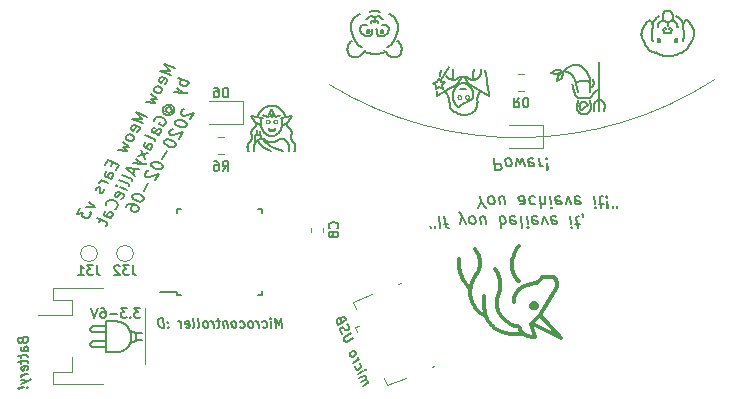
<source format=gbr>
G04 #@! TF.GenerationSoftware,KiCad,Pcbnew,5.1.5-1.fc31*
G04 #@! TF.CreationDate,2020-02-06T18:04:09+00:00*
G04 #@! TF.ProjectId,CatEars,43617445-6172-4732-9e6b-696361645f70,rev?*
G04 #@! TF.SameCoordinates,Original*
G04 #@! TF.FileFunction,Legend,Bot*
G04 #@! TF.FilePolarity,Positive*
%FSLAX46Y46*%
G04 Gerber Fmt 4.6, Leading zero omitted, Abs format (unit mm)*
G04 Created by KiCad (PCBNEW 5.1.5-1.fc31) date 2020-02-06 18:04:09*
%MOMM*%
%LPD*%
G04 APERTURE LIST*
%ADD10C,0.120000*%
%ADD11C,0.079374*%
%ADD12C,0.158749*%
%ADD13C,0.150000*%
%ADD14C,0.317499*%
G04 APERTURE END LIST*
D10*
X260754323Y-125984000D02*
G75*
G02X228092001Y-126398227I-16660323J25747772D01*
G01*
D11*
X223700520Y-129518386D02*
X223701136Y-129526447D01*
X223699508Y-129510442D02*
X223700520Y-129518386D01*
X223698110Y-129502626D02*
X223699508Y-129510442D01*
X223696336Y-129494947D02*
X223698110Y-129502626D01*
X223694195Y-129487415D02*
X223696336Y-129494947D01*
X223691698Y-129480040D02*
X223694195Y-129487415D01*
X223688855Y-129472832D02*
X223691698Y-129480040D01*
X223685675Y-129465801D02*
X223688855Y-129472832D01*
X223682169Y-129458957D02*
X223685675Y-129465801D01*
X223674591Y-129622811D02*
X223667841Y-129632161D01*
X223534509Y-129693161D02*
X223523008Y-129692153D01*
X223427901Y-129424848D02*
X223431982Y-129420739D01*
X223423966Y-129429111D02*
X223427901Y-129424848D01*
X223420182Y-129433525D02*
X223423966Y-129429111D01*
X223416554Y-129438086D02*
X223420182Y-129433525D01*
X223413086Y-129442792D02*
X223416554Y-129438086D01*
X223678346Y-129452310D02*
X223682169Y-129458957D01*
X223674216Y-129445870D02*
X223678346Y-129452310D01*
X223669790Y-129439646D02*
X223674216Y-129445870D01*
X223665077Y-129433650D02*
X223669790Y-129439646D01*
X223660088Y-129427890D02*
X223665077Y-129433650D01*
X223654832Y-129422378D02*
X223660088Y-129427890D01*
X223649319Y-129417122D02*
X223654832Y-129422378D01*
X223643560Y-129412132D02*
X223649319Y-129417122D01*
X223430342Y-129646868D02*
X223430342Y-129646868D01*
X223439115Y-129655006D02*
X223430342Y-129646868D01*
X223448378Y-129662390D02*
X223439115Y-129655006D01*
X223458083Y-129669009D02*
X223448378Y-129662390D01*
X223454398Y-129402619D02*
X223459250Y-129399503D01*
X223449663Y-129405908D02*
X223454398Y-129402619D01*
X223445049Y-129409369D02*
X223449663Y-129405908D01*
X223440560Y-129412996D02*
X223445049Y-129409369D01*
X223436203Y-129416787D02*
X223440560Y-129412996D01*
X223431982Y-129420739D02*
X223436203Y-129416787D01*
X223701345Y-129534615D02*
X223700896Y-129546573D01*
X223603346Y-129681280D02*
X223603346Y-129681280D01*
X223384555Y-129519537D02*
X223386090Y-129507967D01*
X223383878Y-129531130D02*
X223384555Y-129519537D01*
X223384048Y-129542701D02*
X223383878Y-129531130D01*
X223385057Y-129554201D02*
X223384048Y-129542701D01*
X223386895Y-129565585D02*
X223385057Y-129554201D01*
D12*
X223200994Y-128571544D02*
X223175015Y-128624495D01*
X223225055Y-128517630D02*
X223200994Y-128571544D01*
D11*
G36*
X223231214Y-128904635D02*
G01*
X223237260Y-128905095D01*
X223243219Y-128905852D01*
X223249082Y-128906899D01*
X223254842Y-128908229D01*
X223260492Y-128909833D01*
X223266024Y-128911705D01*
X223271431Y-128913837D01*
X223276705Y-128916221D01*
X223281839Y-128918850D01*
X223286825Y-128921717D01*
X223291656Y-128924814D01*
X223296324Y-128928134D01*
X223300821Y-128931668D01*
X223305142Y-128935411D01*
X223309277Y-128939353D01*
X223313219Y-128943488D01*
X223316961Y-128947808D01*
X223320496Y-128952306D01*
X223323815Y-128956974D01*
X223326912Y-128961805D01*
X223329779Y-128966791D01*
X223332408Y-128971924D01*
X223334793Y-128977198D01*
X223336924Y-128982605D01*
X223338796Y-128988137D01*
X223340401Y-128993787D01*
X223341730Y-128999548D01*
X223342777Y-129005411D01*
X223343534Y-129011369D01*
X223343994Y-129017416D01*
X223344149Y-129023543D01*
X223343994Y-129029670D01*
X223343534Y-129035716D01*
X223342777Y-129041675D01*
X223341730Y-129047538D01*
X223340401Y-129053298D01*
X223338796Y-129058948D01*
X223336924Y-129064480D01*
X223334793Y-129069887D01*
X223332408Y-129075161D01*
X223329779Y-129080295D01*
X223326912Y-129085281D01*
X223323815Y-129090112D01*
X223320496Y-129094780D01*
X223316961Y-129099278D01*
X223313219Y-129103598D01*
X223309277Y-129107733D01*
X223305142Y-129111675D01*
X223300821Y-129115417D01*
X223296324Y-129118952D01*
X223291656Y-129122271D01*
X223286825Y-129125368D01*
X223281839Y-129128235D01*
X223276705Y-129130865D01*
X223271431Y-129133249D01*
X223266024Y-129135381D01*
X223260492Y-129137253D01*
X223254842Y-129138857D01*
X223249082Y-129140186D01*
X223243219Y-129141234D01*
X223237260Y-129141991D01*
X223231214Y-129142450D01*
X223225087Y-129142605D01*
X223218960Y-129142450D01*
X223212913Y-129141991D01*
X223206955Y-129141234D01*
X223201092Y-129140186D01*
X223195331Y-129138857D01*
X223189681Y-129137253D01*
X223184149Y-129135381D01*
X223178742Y-129133249D01*
X223173468Y-129130865D01*
X223168335Y-129128235D01*
X223163349Y-129125368D01*
X223158518Y-129122271D01*
X223153850Y-129118952D01*
X223149352Y-129115417D01*
X223145032Y-129111675D01*
X223140897Y-129107733D01*
X223136955Y-129103598D01*
X223133212Y-129099278D01*
X223129678Y-129094780D01*
X223126358Y-129090112D01*
X223123261Y-129085281D01*
X223120394Y-129080295D01*
X223117765Y-129075161D01*
X223115381Y-129069887D01*
X223113249Y-129064480D01*
X223111377Y-129058948D01*
X223109773Y-129053298D01*
X223108443Y-129047538D01*
X223107396Y-129041675D01*
X223106639Y-129035716D01*
X223106179Y-129029670D01*
X223106024Y-129023543D01*
X223106179Y-129017416D01*
X223106639Y-129011369D01*
X223107396Y-129005411D01*
X223108443Y-128999548D01*
X223109773Y-128993787D01*
X223111377Y-128988137D01*
X223113249Y-128982605D01*
X223115381Y-128977198D01*
X223117765Y-128971924D01*
X223120394Y-128966791D01*
X223123261Y-128961805D01*
X223126358Y-128956974D01*
X223129678Y-128952306D01*
X223133212Y-128947808D01*
X223136955Y-128943488D01*
X223140897Y-128939353D01*
X223145032Y-128935411D01*
X223149352Y-128931668D01*
X223153850Y-128928134D01*
X223158518Y-128924814D01*
X223163349Y-128921717D01*
X223168335Y-128918850D01*
X223173468Y-128916221D01*
X223178742Y-128913837D01*
X223184149Y-128911705D01*
X223189681Y-128909833D01*
X223195331Y-128908229D01*
X223201092Y-128906899D01*
X223206955Y-128905852D01*
X223212913Y-128905095D01*
X223218960Y-128904635D01*
X223225087Y-128904480D01*
X223231214Y-128904635D01*
G37*
X223231214Y-128904635D02*
X223237260Y-128905095D01*
X223243219Y-128905852D01*
X223249082Y-128906899D01*
X223254842Y-128908229D01*
X223260492Y-128909833D01*
X223266024Y-128911705D01*
X223271431Y-128913837D01*
X223276705Y-128916221D01*
X223281839Y-128918850D01*
X223286825Y-128921717D01*
X223291656Y-128924814D01*
X223296324Y-128928134D01*
X223300821Y-128931668D01*
X223305142Y-128935411D01*
X223309277Y-128939353D01*
X223313219Y-128943488D01*
X223316961Y-128947808D01*
X223320496Y-128952306D01*
X223323815Y-128956974D01*
X223326912Y-128961805D01*
X223329779Y-128966791D01*
X223332408Y-128971924D01*
X223334793Y-128977198D01*
X223336924Y-128982605D01*
X223338796Y-128988137D01*
X223340401Y-128993787D01*
X223341730Y-128999548D01*
X223342777Y-129005411D01*
X223343534Y-129011369D01*
X223343994Y-129017416D01*
X223344149Y-129023543D01*
X223343994Y-129029670D01*
X223343534Y-129035716D01*
X223342777Y-129041675D01*
X223341730Y-129047538D01*
X223340401Y-129053298D01*
X223338796Y-129058948D01*
X223336924Y-129064480D01*
X223334793Y-129069887D01*
X223332408Y-129075161D01*
X223329779Y-129080295D01*
X223326912Y-129085281D01*
X223323815Y-129090112D01*
X223320496Y-129094780D01*
X223316961Y-129099278D01*
X223313219Y-129103598D01*
X223309277Y-129107733D01*
X223305142Y-129111675D01*
X223300821Y-129115417D01*
X223296324Y-129118952D01*
X223291656Y-129122271D01*
X223286825Y-129125368D01*
X223281839Y-129128235D01*
X223276705Y-129130865D01*
X223271431Y-129133249D01*
X223266024Y-129135381D01*
X223260492Y-129137253D01*
X223254842Y-129138857D01*
X223249082Y-129140186D01*
X223243219Y-129141234D01*
X223237260Y-129141991D01*
X223231214Y-129142450D01*
X223225087Y-129142605D01*
X223218960Y-129142450D01*
X223212913Y-129141991D01*
X223206955Y-129141234D01*
X223201092Y-129140186D01*
X223195331Y-129138857D01*
X223189681Y-129137253D01*
X223184149Y-129135381D01*
X223178742Y-129133249D01*
X223173468Y-129130865D01*
X223168335Y-129128235D01*
X223163349Y-129125368D01*
X223158518Y-129122271D01*
X223153850Y-129118952D01*
X223149352Y-129115417D01*
X223145032Y-129111675D01*
X223140897Y-129107733D01*
X223136955Y-129103598D01*
X223133212Y-129099278D01*
X223129678Y-129094780D01*
X223126358Y-129090112D01*
X223123261Y-129085281D01*
X223120394Y-129080295D01*
X223117765Y-129075161D01*
X223115381Y-129069887D01*
X223113249Y-129064480D01*
X223111377Y-129058948D01*
X223109773Y-129053298D01*
X223108443Y-129047538D01*
X223107396Y-129041675D01*
X223106639Y-129035716D01*
X223106179Y-129029670D01*
X223106024Y-129023543D01*
X223106179Y-129017416D01*
X223106639Y-129011369D01*
X223107396Y-129005411D01*
X223108443Y-128999548D01*
X223109773Y-128993787D01*
X223111377Y-128988137D01*
X223113249Y-128982605D01*
X223115381Y-128977198D01*
X223117765Y-128971924D01*
X223120394Y-128966791D01*
X223123261Y-128961805D01*
X223126358Y-128956974D01*
X223129678Y-128952306D01*
X223133212Y-128947808D01*
X223136955Y-128943488D01*
X223140897Y-128939353D01*
X223145032Y-128935411D01*
X223149352Y-128931668D01*
X223153850Y-128928134D01*
X223158518Y-128924814D01*
X223163349Y-128921717D01*
X223168335Y-128918850D01*
X223173468Y-128916221D01*
X223178742Y-128913837D01*
X223184149Y-128911705D01*
X223189681Y-128909833D01*
X223195331Y-128908229D01*
X223201092Y-128906899D01*
X223206955Y-128905852D01*
X223212913Y-128905095D01*
X223218960Y-128904635D01*
X223225087Y-128904480D01*
X223231214Y-128904635D01*
D12*
X224170660Y-129804175D02*
X224138757Y-129798846D01*
X224203393Y-129804736D02*
X224170660Y-129804175D01*
X224236833Y-129800831D02*
X224203393Y-129804736D01*
X224270860Y-129792763D02*
X224236833Y-129800831D01*
X224305354Y-129780831D02*
X224270860Y-129792763D01*
X224340194Y-129765339D02*
X224305354Y-129780831D01*
X224375258Y-129746587D02*
X224340194Y-129765339D01*
D11*
X223690564Y-129592134D02*
X223685979Y-129602758D01*
D12*
X224076351Y-128574609D02*
X224028000Y-128524000D01*
X224123827Y-128630296D02*
X224076351Y-128574609D01*
X224170189Y-128691298D02*
X224123827Y-128630296D01*
X224215196Y-128757853D02*
X224170189Y-128691298D01*
X224258609Y-128830202D02*
X224215196Y-128757853D01*
D11*
X223592126Y-129685442D02*
X223580743Y-129688719D01*
X223485075Y-129386646D02*
X223490520Y-129384642D01*
X223479718Y-129388843D02*
X223485075Y-129386646D01*
X223474451Y-129391231D02*
X223479718Y-129388843D01*
X223469281Y-129393806D02*
X223474451Y-129391231D01*
X223464212Y-129396564D02*
X223469281Y-129393806D01*
X223459250Y-129399503D02*
X223464212Y-129396564D01*
X223580743Y-129688719D02*
X223569243Y-129691120D01*
X223530636Y-129376313D02*
X223536595Y-129375977D01*
X223524725Y-129376870D02*
X223530636Y-129376313D01*
X223518866Y-129377642D02*
X223524725Y-129376870D01*
X223513063Y-129378629D02*
X223518866Y-129377642D01*
X223507322Y-129379825D02*
X223513063Y-129378629D01*
X223501648Y-129381228D02*
X223507322Y-129379825D01*
X223496046Y-129382835D02*
X223501648Y-129381228D01*
X223490520Y-129384642D02*
X223496046Y-129382835D01*
X223643684Y-129657027D02*
X223634418Y-129664123D01*
X223546079Y-129693332D02*
X223534509Y-129693161D01*
X223667841Y-129632161D02*
X223660422Y-129641006D01*
X223039216Y-129445870D02*
X223043346Y-129452310D01*
X223034790Y-129439646D02*
X223039216Y-129445870D01*
X223030077Y-129433650D02*
X223034790Y-129439646D01*
X223025088Y-129427890D02*
X223030077Y-129433650D01*
X223019832Y-129422378D02*
X223025088Y-129427890D01*
X223014319Y-129417122D02*
X223019832Y-129422378D01*
X223008560Y-129412132D02*
X223014319Y-129417122D01*
X223002563Y-129407419D02*
X223008560Y-129412132D01*
X222996340Y-129402993D02*
X223002563Y-129407419D01*
X222989900Y-129398864D02*
X222996340Y-129402993D01*
X222983253Y-129395041D02*
X222989900Y-129398864D01*
D12*
X223406468Y-130744785D02*
X223450010Y-130732223D01*
X223362147Y-130754679D02*
X223406468Y-130744785D01*
X223317106Y-130761833D02*
X223362147Y-130754679D01*
X223271400Y-130766178D02*
X223317106Y-130761833D01*
X223225087Y-130767642D02*
X223271400Y-130766178D01*
X223225087Y-130767642D02*
X223225087Y-130767642D01*
X223178773Y-130766178D02*
X223225087Y-130767642D01*
X223133067Y-130761834D02*
X223178773Y-130766178D01*
X223088026Y-130754679D02*
X223133067Y-130761834D01*
X223043706Y-130744786D02*
X223088026Y-130754679D01*
X223000163Y-130732224D02*
X223043706Y-130744786D01*
X222957455Y-130717064D02*
X223000163Y-130732224D01*
X222915637Y-130699377D02*
X222957455Y-130717064D01*
X222874767Y-130679233D02*
X222915637Y-130699377D01*
X222834900Y-130656704D02*
X222874767Y-130679233D01*
X222796094Y-130631860D02*
X222834900Y-130656704D01*
X222758405Y-130604771D02*
X222796094Y-130631860D01*
X222721889Y-130575509D02*
X222758405Y-130604771D01*
X222686603Y-130544144D02*
X222721889Y-130575509D01*
X222652604Y-130510746D02*
X222686603Y-130544144D01*
X222619947Y-130475387D02*
X222652604Y-130510746D01*
X222588691Y-130438136D02*
X222619947Y-130475387D01*
X222558891Y-130399066D02*
X222588691Y-130438136D01*
X222530603Y-130358246D02*
X222558891Y-130399066D01*
X222478792Y-130271640D02*
X222530603Y-130358246D01*
D11*
X223045645Y-129612997D02*
X223039591Y-129622811D01*
X223050979Y-129602758D02*
X223045645Y-129612997D01*
X223055564Y-129592134D02*
X223050979Y-129602758D01*
X223059375Y-129581164D02*
X223055564Y-129592134D01*
X223062384Y-129569887D02*
X223059375Y-129581164D01*
X223064567Y-129558344D02*
X223062384Y-129569887D01*
X223065896Y-129546573D02*
X223064567Y-129558344D01*
X223066345Y-129534615D02*
X223065896Y-129546573D01*
X223701136Y-129526447D02*
X223701345Y-129534615D01*
D12*
X222280257Y-129796049D02*
X222311790Y-129790782D01*
X222247907Y-129796604D02*
X222280257Y-129796049D01*
X222214859Y-129792744D02*
X222247907Y-129796604D01*
X222181234Y-129784769D02*
X222214859Y-129792744D01*
X222147150Y-129772975D02*
X222181234Y-129784769D01*
X222112727Y-129757662D02*
X222147150Y-129772975D01*
X222078083Y-129739126D02*
X222112727Y-129757662D01*
X222043338Y-129717667D02*
X222078083Y-129739126D01*
X222008611Y-129693582D02*
X222043338Y-129717667D01*
X221974021Y-129667168D02*
X222008611Y-129693582D01*
X221939687Y-129638726D02*
X221974021Y-129667168D01*
X221905729Y-129608551D02*
X221939687Y-129638726D01*
X221839416Y-129544200D02*
X221905729Y-129608551D01*
X221776035Y-129476498D02*
X221839416Y-129544200D01*
X221716540Y-129407832D02*
X221776035Y-129476498D01*
X221661884Y-129340584D02*
X221716540Y-129407832D01*
X221613020Y-129277140D02*
X221661884Y-129340584D01*
X221570903Y-129219884D02*
X221613020Y-129277140D01*
X221488965Y-129100433D02*
X221570903Y-129219884D01*
X221488965Y-129100433D02*
X221488965Y-129100433D01*
X222387292Y-129228791D02*
X221488965Y-129100433D01*
X222079768Y-129067549D02*
X222044844Y-129163648D01*
X222117170Y-128978078D02*
X222079768Y-129067549D01*
X222156817Y-128894999D02*
X222117170Y-128978078D01*
X222198473Y-128818078D02*
X222156817Y-128894999D01*
X222241902Y-128747080D02*
X222198473Y-128818078D01*
X222286869Y-128681772D02*
X222241902Y-128747080D01*
D11*
X223680645Y-129612997D02*
X223674591Y-129622811D01*
X223395929Y-129473863D02*
X223398329Y-129468363D01*
X223395929Y-129473863D02*
X223395929Y-129473863D01*
X223391767Y-129485083D02*
X223395929Y-129473863D01*
X223388491Y-129496467D02*
X223391767Y-129485083D01*
X223386090Y-129507967D02*
X223388491Y-129496467D01*
X223408201Y-129619126D02*
X223402355Y-129609024D01*
X223414820Y-129628832D02*
X223408201Y-129619126D01*
X223422203Y-129638095D02*
X223414820Y-129628832D01*
X223430342Y-129646868D02*
X223422203Y-129638095D01*
X222968346Y-129681280D02*
X222968346Y-129681280D01*
X222979222Y-129676290D02*
X222968346Y-129681280D01*
X222989588Y-129670557D02*
X222979222Y-129676290D01*
X222999418Y-129664123D02*
X222989588Y-129670557D01*
X223008684Y-129657027D02*
X222999418Y-129664123D01*
X223017361Y-129649308D02*
X223008684Y-129657027D01*
X223025422Y-129641006D02*
X223017361Y-129649308D01*
X223032841Y-129632161D02*
X223025422Y-129641006D01*
X223039591Y-129622811D02*
X223032841Y-129632161D01*
X223699567Y-129558344D02*
X223697384Y-129569887D01*
X223624588Y-129670557D02*
X223614222Y-129676290D01*
X223557673Y-129692654D02*
X223546079Y-129693332D01*
X223652361Y-129649308D02*
X223643684Y-129657027D01*
X223409784Y-129447638D02*
X223413086Y-129442792D01*
X223406652Y-129452621D02*
X223409784Y-129447638D01*
X223403696Y-129457739D02*
X223406652Y-129452621D01*
X223400920Y-129462987D02*
X223403696Y-129457739D01*
X223398329Y-129468363D02*
X223400920Y-129462987D01*
X223511624Y-129690314D02*
X223500403Y-129687656D01*
X223523008Y-129692153D02*
X223511624Y-129690314D01*
X223660422Y-129641006D02*
X223652361Y-129649308D01*
X223694375Y-129581164D02*
X223690564Y-129592134D01*
D12*
X222333139Y-128621917D02*
X222286869Y-128681772D01*
X222380476Y-128567283D02*
X222333139Y-128621917D01*
X222428646Y-128517633D02*
X222380476Y-128567283D01*
X222477413Y-128472735D02*
X222428646Y-128517633D01*
X222526541Y-128432353D02*
X222477413Y-128472735D01*
X222575795Y-128396252D02*
X222526541Y-128432353D01*
X222624941Y-128364199D02*
X222575795Y-128396252D01*
X222673742Y-128335958D02*
X222624941Y-128364199D01*
X222721964Y-128311296D02*
X222673742Y-128335958D01*
X222769371Y-128289977D02*
X222721964Y-128311296D01*
X222815728Y-128271767D02*
X222769371Y-128289977D01*
X222860799Y-128256432D02*
X222815728Y-128271767D01*
D11*
X223634418Y-129664123D02*
X223624588Y-129670557D01*
X222901595Y-129375977D02*
X222907595Y-129375865D01*
X222895637Y-129376313D02*
X222901595Y-129375977D01*
X222889725Y-129376870D02*
X222895637Y-129376313D01*
X222883866Y-129377642D02*
X222889725Y-129376870D01*
X222878063Y-129378629D02*
X222883866Y-129377642D01*
X222872323Y-129379825D02*
X222878063Y-129378629D01*
X222866648Y-129381228D02*
X222872323Y-129379825D01*
X222861046Y-129382835D02*
X222866648Y-129381228D01*
X222855520Y-129384642D02*
X222861046Y-129382835D01*
X222850076Y-129386646D02*
X222855520Y-129384642D01*
X222844718Y-129388843D02*
X222850076Y-129386646D01*
X222854392Y-129684187D02*
X222843638Y-129679917D01*
X222865403Y-129687656D02*
X222854392Y-129684187D01*
X222876624Y-129690314D02*
X222865403Y-129687656D01*
X222888008Y-129692153D02*
X222876624Y-129690314D01*
X222899509Y-129693161D02*
X222888008Y-129692153D01*
X222911079Y-129693332D02*
X222899509Y-129693161D01*
X222922673Y-129692654D02*
X222911079Y-129693332D01*
X222934243Y-129691120D02*
X222922673Y-129692654D01*
X222945743Y-129688719D02*
X222934243Y-129691120D01*
X222957126Y-129685442D02*
X222945743Y-129688719D01*
X222968346Y-129681280D02*
X222957126Y-129685442D01*
X223614222Y-129676290D02*
X223603346Y-129681280D01*
D12*
X225171816Y-131996496D02*
X225153002Y-132023830D01*
X225189525Y-131963500D02*
X225171816Y-131996496D01*
X225205700Y-131925508D02*
X225189525Y-131963500D01*
X225219913Y-131883183D02*
X225205700Y-131925508D01*
X225231735Y-131837189D02*
X225219913Y-131883183D01*
X225240739Y-131788190D02*
X225231735Y-131837189D01*
X225246495Y-131736851D02*
X225240739Y-131788190D01*
X225248577Y-131683836D02*
X225246495Y-131736851D01*
X225246554Y-131629808D02*
X225248577Y-131683836D01*
X225240000Y-131575431D02*
X225246554Y-131629808D01*
X225234889Y-131548320D02*
X225240000Y-131575431D01*
X225228485Y-131521371D02*
X225234889Y-131548320D01*
X225220734Y-131494667D02*
X225228485Y-131521371D01*
X225211582Y-131468290D02*
X225220734Y-131494667D01*
X225200976Y-131442325D02*
X225211582Y-131468290D01*
X225188862Y-131416853D02*
X225200976Y-131442325D01*
X225175187Y-131391959D02*
X225188862Y-131416853D01*
X225159897Y-131367725D02*
X225175187Y-131391959D01*
X225142938Y-131344233D02*
X225159897Y-131367725D01*
X225124258Y-131321568D02*
X225142938Y-131344233D01*
X225103802Y-131299811D02*
X225124258Y-131321568D01*
X225081517Y-131279047D02*
X225103802Y-131299811D01*
X225081517Y-131279047D02*
X225081517Y-131279047D01*
X225044183Y-131244743D02*
X225081517Y-131279047D01*
X225011007Y-131210518D02*
X225044183Y-131244743D01*
X224981847Y-131176198D02*
X225011007Y-131210518D01*
X224956560Y-131141609D02*
X224981847Y-131176198D01*
X224935004Y-131106578D02*
X224956560Y-131141609D01*
X224917036Y-131070930D02*
X224935004Y-131106578D01*
X224902516Y-131034492D02*
X224917036Y-131070930D01*
X224891299Y-130997089D02*
X224902516Y-131034492D01*
X224883244Y-130958548D02*
X224891299Y-130997089D01*
X224878209Y-130918695D02*
X224883244Y-130958548D01*
X224876051Y-130877355D02*
X224878209Y-130918695D01*
X224876628Y-130834355D02*
X224876051Y-130877355D01*
X224879797Y-130789522D02*
X224876628Y-130834355D01*
X224885417Y-130742680D02*
X224879797Y-130789522D01*
X224893345Y-130693656D02*
X224885417Y-130742680D01*
X224903439Y-130642277D02*
X224893345Y-130693656D01*
X224903439Y-130642277D02*
X224903439Y-130642277D01*
X224910313Y-130603838D02*
X224903439Y-130642277D01*
X224915660Y-130564676D02*
X224910313Y-130603838D01*
X224919294Y-130525041D02*
X224915660Y-130564676D01*
X224921026Y-130485185D02*
X224919294Y-130525041D01*
X224920671Y-130445358D02*
X224921026Y-130485185D01*
X224918041Y-130405812D02*
X224920671Y-130445358D01*
X224912947Y-130366798D02*
X224918041Y-130405812D01*
X224909418Y-130347569D02*
X224912947Y-130366798D01*
X224905203Y-130328567D02*
X224909418Y-130347569D01*
X224900279Y-130309824D02*
X224905203Y-130328567D01*
X224894622Y-130291371D02*
X224900279Y-130309824D01*
X224888209Y-130273239D02*
X224894622Y-130291371D01*
X224881016Y-130255460D02*
X224888209Y-130273239D01*
X224873020Y-130238065D02*
X224881016Y-130255460D01*
X224864197Y-130221086D02*
X224873020Y-130238065D01*
X224854524Y-130204553D02*
X224864197Y-130221086D01*
X224843979Y-130188499D02*
X224854524Y-130204553D01*
X224832536Y-130172955D02*
X224843979Y-130188499D01*
X224820173Y-130157952D02*
X224832536Y-130172955D01*
X224806867Y-130143521D02*
X224820173Y-130157952D01*
X224792594Y-130129695D02*
X224806867Y-130143521D01*
X224777330Y-130116504D02*
X224792594Y-130129695D01*
X224761052Y-130103979D02*
X224777330Y-130116504D01*
X224743737Y-130092153D02*
X224761052Y-130103979D01*
X224725361Y-130081056D02*
X224743737Y-130092153D01*
X224725361Y-130081056D02*
X224725361Y-130081056D01*
X224706227Y-130069914D02*
X224725361Y-130081056D01*
X224688261Y-130057795D02*
X224706227Y-130069914D01*
X224671427Y-130044785D02*
X224688261Y-130057795D01*
X224655688Y-130030973D02*
X224671427Y-130044785D01*
X224641007Y-130016445D02*
X224655688Y-130030973D01*
X224627347Y-130001289D02*
X224641007Y-130016445D01*
X224614671Y-129985592D02*
X224627347Y-130001289D01*
X224602944Y-129969441D02*
X224614671Y-129985592D01*
X224592127Y-129952924D02*
X224602944Y-129969441D01*
X224582184Y-129936128D02*
X224592127Y-129952924D01*
X224573079Y-129919140D02*
X224582184Y-129936128D01*
X224564774Y-129902048D02*
X224573079Y-129919140D01*
X224557234Y-129884938D02*
X224564774Y-129902048D01*
X224550420Y-129867899D02*
X224557234Y-129884938D01*
X224538825Y-129834379D02*
X224550420Y-129867899D01*
X224529698Y-129802188D02*
X224538825Y-129834379D01*
X224522742Y-129772023D02*
X224529698Y-129802188D01*
X224517664Y-129744583D02*
X224522742Y-129772023D01*
X224514169Y-129720566D02*
X224517664Y-129744583D01*
X224510752Y-129685594D02*
X224514169Y-129720566D01*
X224510136Y-129672695D02*
X224510752Y-129685594D01*
X223502000Y-129107228D02*
X223469721Y-129099941D01*
X223534440Y-129112419D02*
X223502000Y-129107228D01*
X223566950Y-129115538D02*
X223534440Y-129112419D01*
X223599436Y-129116606D02*
X223566950Y-129115538D01*
X223631806Y-129115649D02*
X223599436Y-129116606D01*
X223663967Y-129112689D02*
X223631806Y-129115649D01*
X223695827Y-129107750D02*
X223663967Y-129112689D01*
X223727293Y-129100854D02*
X223695827Y-129107750D01*
X223758272Y-129092026D02*
X223727293Y-129100854D01*
X223788671Y-129081288D02*
X223758272Y-129092026D01*
X223818399Y-129068664D02*
X223788671Y-129081288D01*
X223847362Y-129054178D02*
X223818399Y-129068664D01*
X223875469Y-129037851D02*
X223847362Y-129054178D01*
X223902625Y-129019709D02*
X223875469Y-129037851D01*
X223928739Y-128999774D02*
X223902625Y-129019709D01*
X223953718Y-128978069D02*
X223928739Y-128999774D01*
X222948070Y-129107228D02*
X222980350Y-129099941D01*
X222915629Y-129112419D02*
X222948070Y-129107228D01*
X222883119Y-129115537D02*
X222915629Y-129112419D01*
X222850632Y-129116606D02*
X222883119Y-129115537D01*
X222818262Y-129115648D02*
X222850632Y-129116606D01*
X222786100Y-129112688D02*
X222818262Y-129115648D01*
X222754240Y-129107749D02*
X222786100Y-129112688D01*
X222722774Y-129100853D02*
X222754240Y-129107749D01*
X222691795Y-129092025D02*
X222722774Y-129100853D01*
X222661394Y-129081287D02*
X222691795Y-129092025D01*
X222631666Y-129068663D02*
X222661394Y-129081287D01*
X221263625Y-131996496D02*
X221282447Y-132023830D01*
X221245909Y-131963500D02*
X221263625Y-131996496D01*
X221229728Y-131925508D02*
X221245909Y-131963500D01*
X221215509Y-131883183D02*
X221229728Y-131925508D01*
X221203682Y-131837189D02*
X221215509Y-131883183D01*
X221194675Y-131788190D02*
X221203682Y-131837189D01*
X221188915Y-131736851D02*
X221194675Y-131788190D01*
X221186831Y-131683836D02*
X221188915Y-131736851D01*
X221188852Y-131629808D02*
X221186831Y-131683836D01*
X221195405Y-131575431D02*
X221188852Y-131629808D01*
X221200515Y-131548320D02*
X221195405Y-131575431D01*
X221206918Y-131521371D02*
X221200515Y-131548320D01*
X221214669Y-131494667D02*
X221206918Y-131521371D01*
X221223821Y-131468290D02*
X221214669Y-131494667D01*
X221234427Y-131442325D02*
X221223821Y-131468290D01*
X221246540Y-131416853D02*
X221234427Y-131442325D01*
X221260215Y-131391959D02*
X221246540Y-131416853D01*
X221275505Y-131367725D02*
X221260215Y-131391959D01*
X221292464Y-131344233D02*
X221275505Y-131367725D01*
X221311144Y-131321568D02*
X221292464Y-131344233D01*
X221331600Y-131299811D02*
X221311144Y-131321568D01*
X221353885Y-131279047D02*
X221331600Y-131299811D01*
X221353885Y-131279047D02*
X221353885Y-131279047D01*
X221391219Y-131244743D02*
X221353885Y-131279047D01*
X221424395Y-131210518D02*
X221391219Y-131244743D01*
X221453556Y-131176198D02*
X221424395Y-131210518D01*
X221478843Y-131141609D02*
X221453556Y-131176198D01*
X221500400Y-131106578D02*
X221478843Y-131141609D01*
X221518368Y-131070930D02*
X221500400Y-131106578D01*
X221532889Y-131034492D02*
X221518368Y-131070930D01*
X221544106Y-130997089D02*
X221532889Y-131034492D01*
X221552161Y-130958548D02*
X221544106Y-130997089D01*
X221557197Y-130918695D02*
X221552161Y-130958548D01*
X221559355Y-130877355D02*
X221557197Y-130918695D01*
X221558778Y-130834355D02*
X221559355Y-130877355D01*
X221555608Y-130789522D02*
X221558778Y-130834355D01*
X221549987Y-130742680D02*
X221555608Y-130789522D01*
X221542058Y-130693656D02*
X221549987Y-130742680D01*
X221531963Y-130642277D02*
X221542058Y-130693656D01*
X221531963Y-130642277D02*
X221531963Y-130642277D01*
X221525089Y-130603838D02*
X221531963Y-130642277D01*
X221519742Y-130564676D02*
X221525089Y-130603838D01*
X221516108Y-130525041D02*
X221519742Y-130564676D01*
X221514375Y-130485185D02*
X221516108Y-130525041D01*
X221514731Y-130445358D02*
X221514375Y-130485185D01*
X221517361Y-130405812D02*
X221514731Y-130445358D01*
X221522455Y-130366798D02*
X221517361Y-130405812D01*
X221525984Y-130347569D02*
X221522455Y-130366798D01*
X221530199Y-130328567D02*
X221525984Y-130347569D01*
X221535123Y-130309824D02*
X221530199Y-130328567D01*
X221540780Y-130291371D02*
X221535123Y-130309824D01*
X221547193Y-130273239D02*
X221540780Y-130291371D01*
X221554386Y-130255460D02*
X221547193Y-130273239D01*
X221562382Y-130238065D02*
X221554386Y-130255460D01*
X221571205Y-130221086D02*
X221562382Y-130238065D01*
X221580877Y-130204553D02*
X221571205Y-130221086D01*
X221591423Y-130188499D02*
X221580877Y-130204553D01*
X221602866Y-130172955D02*
X221591423Y-130188499D01*
X221615229Y-130157952D02*
X221602866Y-130172955D01*
X221628535Y-130143521D02*
X221615229Y-130157952D01*
X221642808Y-130129695D02*
X221628535Y-130143521D01*
X221658072Y-130116504D02*
X221642808Y-130129695D01*
X221674350Y-130103979D02*
X221658072Y-130116504D01*
X221691665Y-130092153D02*
X221674350Y-130103979D01*
X221710041Y-130081056D02*
X221691665Y-130092153D01*
X221710041Y-130081056D02*
X221710041Y-130081056D01*
X221729175Y-130069914D02*
X221710041Y-130081056D01*
X221747141Y-130057795D02*
X221729175Y-130069914D01*
X221763975Y-130044785D02*
X221747141Y-130057795D01*
X221779714Y-130030973D02*
X221763975Y-130044785D01*
X221794396Y-130016445D02*
X221779714Y-130030973D01*
X221808055Y-130001289D02*
X221794396Y-130016445D01*
X221820731Y-129985592D02*
X221808055Y-130001289D01*
X221832459Y-129969441D02*
X221820731Y-129985592D01*
X221843275Y-129952924D02*
X221832459Y-129969441D01*
X221853218Y-129936128D02*
X221843275Y-129952924D01*
X221862323Y-129919140D02*
X221853218Y-129936128D01*
X221870628Y-129902048D02*
X221862323Y-129919140D01*
X221878169Y-129884938D02*
X221870628Y-129902048D01*
X221884983Y-129867899D02*
X221878169Y-129884938D01*
X221896577Y-129834379D02*
X221884983Y-129867899D01*
X221905705Y-129802188D02*
X221896577Y-129834379D01*
X221912660Y-129772023D02*
X221905705Y-129802188D01*
X221917738Y-129744583D02*
X221912660Y-129772023D01*
X221921233Y-129720566D02*
X221917738Y-129744583D01*
X221924650Y-129685594D02*
X221921233Y-129720566D01*
X221925266Y-129672695D02*
X221924650Y-129685594D01*
X222602702Y-129054177D02*
X222631666Y-129068663D01*
X222574596Y-129037851D02*
X222602702Y-129054177D01*
X222547439Y-129019709D02*
X222574596Y-129037851D01*
X222521324Y-128999774D02*
X222547439Y-129019709D01*
X222496345Y-128978069D02*
X222521324Y-128999774D01*
X223048645Y-131987779D02*
X223165151Y-132033609D01*
X222941836Y-131943064D02*
X223048645Y-131987779D01*
X222844011Y-131898865D02*
X222941836Y-131943064D01*
X222754456Y-131854586D02*
X222844011Y-131898865D01*
X222672456Y-131809629D02*
X222754456Y-131854586D01*
X222597299Y-131763396D02*
X222672456Y-131809629D01*
X222528270Y-131715290D02*
X222597299Y-131763396D01*
X222464656Y-131664713D02*
X222528270Y-131715290D01*
X222405742Y-131611068D02*
X222464656Y-131664713D01*
X222350816Y-131553757D02*
X222405742Y-131611068D01*
X222299163Y-131492183D02*
X222350816Y-131553757D01*
X222250069Y-131425749D02*
X222299163Y-131492183D01*
X222202821Y-131353856D02*
X222250069Y-131425749D01*
X222156705Y-131275907D02*
X222202821Y-131353856D01*
X222111007Y-131191305D02*
X222156705Y-131275907D01*
X222065014Y-131099453D02*
X222111007Y-131191305D01*
X222065014Y-131099453D02*
X222065014Y-131099453D01*
X222076625Y-131091120D02*
X222065014Y-131099453D01*
X222089403Y-131083215D02*
X222076625Y-131091120D01*
X222103245Y-131075729D02*
X222089403Y-131083215D01*
X222118051Y-131068649D02*
X222103245Y-131075729D01*
X222150155Y-131055667D02*
X222118051Y-131068649D01*
X222184908Y-131044185D02*
X222150155Y-131055667D01*
X222221507Y-131034115D02*
X222184908Y-131044185D01*
X222259146Y-131025373D02*
X222221507Y-131034115D01*
X222297020Y-131017871D02*
X222259146Y-131025373D01*
X222334325Y-131011524D02*
X222297020Y-131017871D01*
X222370255Y-131006246D02*
X222334325Y-131011524D01*
X222404006Y-131001951D02*
X222370255Y-131006246D01*
X222461750Y-130995966D02*
X222404006Y-131001951D01*
X222515673Y-130992003D02*
X222461750Y-130995966D01*
X222515673Y-130992003D02*
X222515673Y-130992003D01*
X222526446Y-131019815D02*
X222515673Y-130992003D01*
X222567364Y-131096610D02*
X222526446Y-131019815D01*
X222603156Y-131150265D02*
X222567364Y-131096610D01*
X222651320Y-131212432D02*
X222603156Y-131150265D01*
X222713468Y-131281865D02*
X222651320Y-131212432D01*
D11*
X223685979Y-129602758D02*
X223680645Y-129612997D01*
X223569243Y-129691120D02*
X223557673Y-129692654D01*
D12*
X222433711Y-130178883D02*
X222478792Y-130271640D01*
X222395812Y-130080543D02*
X222433711Y-130178883D01*
X222365548Y-129977183D02*
X222395812Y-130080543D01*
X222343370Y-129869370D02*
X222365548Y-129977183D01*
X222335456Y-129813970D02*
X222343370Y-129869370D01*
X222329732Y-129757668D02*
X222335456Y-129813970D01*
X222326256Y-129700536D02*
X222329732Y-129757668D01*
X222325085Y-129642644D02*
X222326256Y-129700536D01*
X222325085Y-129642644D02*
X222325085Y-129642644D01*
X222325951Y-129590482D02*
X222325085Y-129642644D01*
X222328794Y-129538445D02*
X222325951Y-129590482D01*
X222333607Y-129486592D02*
X222328794Y-129538445D01*
X222340381Y-129434977D02*
X222333607Y-129486592D01*
X222349107Y-129383656D02*
X222340381Y-129434977D01*
X222359778Y-129332684D02*
X222349107Y-129383656D01*
X222372385Y-129282118D02*
X222359778Y-129332684D01*
X222386919Y-129232013D02*
X222372385Y-129282118D01*
X222386919Y-129232013D02*
X222386919Y-129232013D01*
X222464905Y-129213813D02*
X222386919Y-129232013D01*
X221716962Y-131979540D02*
X221721923Y-132023878D01*
X221713551Y-131928651D02*
X221716962Y-131979540D01*
D11*
X223697384Y-129569887D02*
X223694375Y-129581164D01*
D12*
X224630311Y-131364534D02*
X224604227Y-131318495D01*
X224652907Y-131411706D02*
X224630311Y-131364534D01*
X224672246Y-131459634D02*
X224652907Y-131411706D01*
X224688563Y-131507941D02*
X224672246Y-131459634D01*
X224702090Y-131556247D02*
X224688563Y-131507941D01*
X224713058Y-131604175D02*
X224702090Y-131556247D01*
X224728251Y-131697386D02*
X224713058Y-131604175D01*
X224736002Y-131784552D02*
X224728251Y-131697386D01*
X224738173Y-131862648D02*
X224736002Y-131784552D01*
X224736622Y-131928651D02*
X224738173Y-131862648D01*
X224733212Y-131979540D02*
X224736622Y-131928651D01*
X224728251Y-132023878D02*
X224733212Y-131979540D01*
X224846092Y-129279204D02*
X224796614Y-129343389D01*
X224888741Y-129221280D02*
X224846092Y-129279204D01*
X224971718Y-129100433D02*
X224888741Y-129221280D01*
X224971718Y-129100433D02*
X224971718Y-129100433D01*
X224062874Y-129230283D02*
X224971718Y-129100433D01*
X222223136Y-130642285D02*
X222223136Y-130369132D01*
X221955523Y-130639205D02*
X221955523Y-130262713D01*
X222364392Y-130642245D02*
X222364392Y-130925217D01*
X222364392Y-130642245D02*
X222364392Y-130642245D01*
D11*
X223637563Y-129407419D02*
X223643560Y-129412132D01*
X223631340Y-129402993D02*
X223637563Y-129407419D01*
X223624900Y-129398864D02*
X223631340Y-129402993D01*
X223618253Y-129395041D02*
X223624900Y-129398864D01*
X223611409Y-129391535D02*
X223618253Y-129395041D01*
X223604378Y-129388355D02*
X223611409Y-129391535D01*
X223597170Y-129385511D02*
X223604378Y-129388355D01*
X223589795Y-129383014D02*
X223597170Y-129385511D01*
X223582263Y-129380873D02*
X223589795Y-129383014D01*
X223574584Y-129379099D02*
X223582263Y-129380873D01*
X223566767Y-129377701D02*
X223574584Y-129379099D01*
X223558824Y-129376689D02*
X223566767Y-129377701D01*
X223550763Y-129376074D02*
X223558824Y-129376689D01*
X223542595Y-129375865D02*
X223550763Y-129376074D01*
X223542595Y-129375865D02*
X223542595Y-129375865D01*
X223536595Y-129375977D02*
X223542595Y-129375865D01*
X223603346Y-129681280D02*
X223592126Y-129685442D01*
D12*
X221802020Y-130642245D02*
X222364392Y-130642245D01*
X221802020Y-130642245D02*
X221802020Y-130642245D01*
X221802020Y-131401546D02*
X221802020Y-130642245D01*
X223432684Y-128873073D02*
X223469529Y-128919204D01*
X223397574Y-128825681D02*
X223432684Y-128873073D01*
X223364229Y-128777078D02*
X223397574Y-128825681D01*
X223332681Y-128727312D02*
X223364229Y-128777078D01*
X223302959Y-128676435D02*
X223332681Y-128727312D01*
X223275094Y-128624496D02*
X223302959Y-128676435D01*
X223249116Y-128571544D02*
X223275094Y-128624496D01*
X223225055Y-128517630D02*
X223249116Y-128571544D01*
X223017426Y-128873073D02*
X222980581Y-128919204D01*
X223052535Y-128825681D02*
X223017426Y-128873073D01*
X223085879Y-128777077D02*
X223052535Y-128825681D01*
X223117428Y-128727311D02*
X223085879Y-128777077D01*
X223147150Y-128676434D02*
X223117428Y-128727311D01*
X223175015Y-128624495D02*
X223147150Y-128676434D01*
X224410427Y-129724876D02*
X224375258Y-129746587D01*
X224445579Y-129700510D02*
X224410427Y-129724876D01*
X224480593Y-129673788D02*
X224445579Y-129700510D01*
X224515350Y-129645013D02*
X224480593Y-129673788D01*
X224549727Y-129614486D02*
X224515350Y-129645013D01*
X224616863Y-129549383D02*
X224549727Y-129614486D01*
X224681033Y-129480891D02*
X224616863Y-129549383D01*
X224741272Y-129411422D02*
X224681033Y-129480891D01*
X224796614Y-129343389D02*
X224741272Y-129411422D01*
X224846092Y-129279204D02*
X224796614Y-129343389D01*
X224888741Y-129221280D02*
X224846092Y-129279204D01*
X224971718Y-129100433D02*
X224888741Y-129221280D01*
X224971718Y-129100433D02*
X224971718Y-129100433D01*
X224062874Y-129230283D02*
X224971718Y-129100433D01*
X222791211Y-131357320D02*
X222713468Y-131281865D01*
X222886162Y-131437553D02*
X222791211Y-131357320D01*
X222999932Y-131521318D02*
X222886162Y-131437553D01*
X223134134Y-131607371D02*
X222999932Y-131521318D01*
X223290379Y-131694466D02*
X223134134Y-131607371D01*
X223470279Y-131781359D02*
X223290379Y-131694466D01*
X223675446Y-131866806D02*
X223470279Y-131781359D01*
X223907493Y-131949560D02*
X223675446Y-131866806D01*
X224168030Y-132028379D02*
X223907493Y-131949560D01*
X224170660Y-129804175D02*
X224138757Y-129798846D01*
X224203393Y-129804736D02*
X224170660Y-129804175D01*
X224236833Y-129800831D02*
X224203393Y-129804736D01*
X224270860Y-129792763D02*
X224236833Y-129800831D01*
X224305354Y-129780831D02*
X224270860Y-129792763D01*
X224340194Y-129765339D02*
X224305354Y-129780831D01*
X224375258Y-129746587D02*
X224340194Y-129765339D01*
X224410427Y-129724876D02*
X224375258Y-129746587D01*
X224445579Y-129700510D02*
X224410427Y-129724876D01*
X224480593Y-129673788D02*
X224445579Y-129700510D01*
X224515350Y-129645013D02*
X224480593Y-129673788D01*
X224549727Y-129614486D02*
X224515350Y-129645013D01*
X224616863Y-129549383D02*
X224549727Y-129614486D01*
X224681033Y-129480891D02*
X224616863Y-129549383D01*
X224741272Y-129411422D02*
X224681033Y-129480891D01*
X224796614Y-129343389D02*
X224741272Y-129411422D01*
X224063245Y-129231990D02*
X223998771Y-129206288D01*
X224063245Y-129231990D02*
X224063245Y-129231990D01*
X224077780Y-129282095D02*
X224063245Y-129231990D01*
X224090388Y-129332661D02*
X224077780Y-129282095D01*
X224101060Y-129383632D02*
X224090388Y-129332661D01*
X224109788Y-129434954D02*
X224101060Y-129383632D01*
X224116563Y-129486570D02*
X224109788Y-129434954D01*
X224121377Y-129538425D02*
X224116563Y-129486570D01*
X224124221Y-129590463D02*
X224121377Y-129538425D01*
X224125088Y-129642628D02*
X224124221Y-129590463D01*
X224125088Y-129642628D02*
X224125088Y-129642628D01*
X224123917Y-129700520D02*
X224125088Y-129642628D01*
X224120442Y-129757652D02*
X224123917Y-129700520D01*
X224114718Y-129813954D02*
X224120442Y-129757652D01*
X224106803Y-129869354D02*
X224114718Y-129813954D01*
X224096754Y-129923782D02*
X224106803Y-129869354D01*
X224084626Y-129977168D02*
X224096754Y-129923782D01*
X224070476Y-130029441D02*
X224084626Y-129977168D01*
X224054361Y-130080529D02*
X224070476Y-130029441D01*
X224036338Y-130130363D02*
X224054361Y-130080529D01*
X224016462Y-130178871D02*
X224036338Y-130130363D01*
X223994791Y-130225983D02*
X224016462Y-130178871D01*
X223971381Y-130271629D02*
X223994791Y-130225983D01*
X223946289Y-130315737D02*
X223971381Y-130271629D01*
X223919571Y-130358236D02*
X223946289Y-130315737D01*
X223891283Y-130399057D02*
X223919571Y-130358236D01*
X223861483Y-130438128D02*
X223891283Y-130399057D01*
X223830226Y-130475379D02*
X223861483Y-130438128D01*
X223797570Y-130510739D02*
X223830226Y-130475379D01*
X223763571Y-130544138D02*
X223797570Y-130510739D01*
X223728285Y-130575504D02*
X223763571Y-130544138D01*
X223691769Y-130604767D02*
X223728285Y-130575504D01*
X223654080Y-130631856D02*
X223691769Y-130604767D01*
X223615273Y-130656701D02*
X223654080Y-130631856D01*
X223575407Y-130679231D02*
X223615273Y-130656701D01*
X223534536Y-130699375D02*
X223575407Y-130679231D01*
X223492719Y-130717062D02*
X223534536Y-130699375D01*
X223450010Y-130732223D02*
X223492719Y-130717062D01*
X223486568Y-131231666D02*
X223442889Y-131245237D01*
X223530171Y-131215918D02*
X223486568Y-131231666D01*
X223573792Y-131198090D02*
X223530171Y-131215918D01*
X223617523Y-131178277D02*
X223573792Y-131198090D01*
X223661457Y-131156574D02*
X223617523Y-131178277D01*
X223705686Y-131133076D02*
X223661457Y-131156574D01*
X223750303Y-131107879D02*
X223705686Y-131133076D01*
X223795400Y-131081078D02*
X223750303Y-131107879D01*
X223841070Y-131052768D02*
X223795400Y-131081078D01*
X223934501Y-130992003D02*
X223841070Y-131052768D01*
X223934501Y-130992003D02*
X223934501Y-130992003D01*
X224020581Y-130994963D02*
X223934501Y-130992003D01*
X224100382Y-131003591D02*
X224020581Y-130994963D01*
X224174137Y-131017510D02*
X224100382Y-131003591D01*
X224242079Y-131036341D02*
X224174137Y-131017510D01*
X224304439Y-131059707D02*
X224242079Y-131036341D01*
X224361451Y-131087230D02*
X224304439Y-131059707D01*
X224413348Y-131118531D02*
X224361451Y-131087230D01*
X224460360Y-131153233D02*
X224413348Y-131118531D01*
X224502722Y-131190959D02*
X224460360Y-131153233D01*
X224540665Y-131231329D02*
X224502722Y-131190959D01*
X224574423Y-131273967D02*
X224540665Y-131231329D01*
X224604227Y-131318495D02*
X224574423Y-131273967D01*
X222609101Y-131052768D02*
X222515673Y-130992003D01*
X222654771Y-131081078D02*
X222609101Y-131052768D01*
X222699868Y-131107879D02*
X222654771Y-131081078D01*
X222744484Y-131133076D02*
X222699868Y-131107879D01*
X222788713Y-131156574D02*
X222744484Y-131133076D01*
X222832647Y-131178277D02*
X222788713Y-131156574D01*
X222876378Y-131198090D02*
X222832647Y-131178277D01*
X222920000Y-131215918D02*
X222876378Y-131198090D01*
X222963604Y-131231666D02*
X222920000Y-131215918D01*
X223007283Y-131245237D02*
X222963604Y-131231666D01*
X223051130Y-131256538D02*
X223007283Y-131245237D01*
X223095238Y-131265473D02*
X223051130Y-131256538D01*
X223139698Y-131271946D02*
X223095238Y-131265473D01*
X223184604Y-131275862D02*
X223139698Y-131271946D01*
X223230048Y-131277126D02*
X223184604Y-131275862D01*
X223230048Y-131277126D02*
X223230048Y-131277126D01*
X223220126Y-131277126D02*
X223230048Y-131277126D01*
X223220126Y-131277126D02*
X223220126Y-131277126D01*
X223265570Y-131275862D02*
X223220126Y-131277126D01*
X223310475Y-131271946D02*
X223265570Y-131275862D01*
X223354935Y-131265473D02*
X223310475Y-131271946D01*
X223399042Y-131256538D02*
X223354935Y-131265473D01*
X223442889Y-131245237D02*
X223399042Y-131256538D01*
D11*
X223066136Y-129526447D02*
X223066345Y-129534615D01*
X223065520Y-129518386D02*
X223066136Y-129526447D01*
X223064508Y-129510442D02*
X223065520Y-129518386D01*
X223063110Y-129502626D02*
X223064508Y-129510442D01*
X223061336Y-129494947D02*
X223063110Y-129502626D01*
X223059195Y-129487415D02*
X223061336Y-129494947D01*
X223056698Y-129480040D02*
X223059195Y-129487415D01*
X223053855Y-129472832D02*
X223056698Y-129480040D01*
X223050675Y-129465801D02*
X223053855Y-129472832D01*
X223047169Y-129458957D02*
X223050675Y-129465801D01*
X223043346Y-129452310D02*
X223047169Y-129458957D01*
D12*
X221712001Y-131862648D02*
X221713551Y-131928651D01*
X221714171Y-131784552D02*
X221712001Y-131862648D01*
X221721923Y-131697386D02*
X221714171Y-131784552D01*
X221737116Y-131604175D02*
X221721923Y-131697386D01*
X221748084Y-131556247D02*
X221737116Y-131604175D01*
X221761610Y-131507941D02*
X221748084Y-131556247D01*
X221777927Y-131459634D02*
X221761610Y-131507941D01*
X221797267Y-131411706D02*
X221777927Y-131459634D01*
X221819863Y-131364534D02*
X221797267Y-131411706D01*
X221845946Y-131318495D02*
X221819863Y-131364534D01*
X221875751Y-131273967D02*
X221845946Y-131318495D01*
X221909508Y-131231329D02*
X221875751Y-131273967D01*
X221947452Y-131190959D02*
X221909508Y-131231329D01*
X221989813Y-131153233D02*
X221947452Y-131190959D01*
X222036826Y-131118531D02*
X221989813Y-131153233D01*
X222088722Y-131087230D02*
X222036826Y-131118531D01*
X222145734Y-131059707D02*
X222088722Y-131087230D01*
X222208095Y-131036341D02*
X222145734Y-131059707D01*
X222276036Y-131017510D02*
X222208095Y-131036341D01*
X222349791Y-131003591D02*
X222276036Y-131017510D01*
X222429593Y-130994963D02*
X222349791Y-131003591D01*
X222515673Y-130992003D02*
X222429593Y-130994963D01*
X222515673Y-130992003D02*
X222515673Y-130992003D01*
D11*
X223700896Y-129546573D02*
X223699567Y-129558344D01*
X223468186Y-129674854D02*
X223458083Y-129669009D01*
X223478637Y-129679917D02*
X223468186Y-129674854D01*
X223489392Y-129684187D02*
X223478637Y-129679917D01*
X223500403Y-129687656D02*
X223489392Y-129684187D01*
X223389553Y-129576806D02*
X223386895Y-129565585D01*
X223393022Y-129587817D02*
X223389553Y-129576806D01*
X223397293Y-129598572D02*
X223393022Y-129587817D01*
X223402355Y-129609024D02*
X223397293Y-129598572D01*
D12*
X224300190Y-128908581D02*
X224258609Y-128830202D01*
X224339697Y-128993230D02*
X224300190Y-128908581D01*
X224376893Y-129084388D02*
X224339697Y-128993230D01*
X224411537Y-129182293D02*
X224376893Y-129084388D01*
D11*
G36*
X223467938Y-130110202D02*
G01*
X223473057Y-130110674D01*
X223478139Y-130111478D01*
X223483168Y-130112612D01*
X223488127Y-130114074D01*
X223492999Y-130115865D01*
X223497768Y-130117982D01*
X223502417Y-130120425D01*
X223506930Y-130123193D01*
X223509119Y-130124692D01*
X223511249Y-130126255D01*
X223513316Y-130127882D01*
X223515322Y-130129570D01*
X223517265Y-130131318D01*
X223519143Y-130133123D01*
X223522704Y-130136900D01*
X223525998Y-130140885D01*
X223529017Y-130145064D01*
X223531753Y-130149421D01*
X223534199Y-130153942D01*
X223536348Y-130158612D01*
X223538192Y-130163415D01*
X223539724Y-130168337D01*
X223540936Y-130173364D01*
X223541821Y-130178478D01*
X223542139Y-130181065D01*
X223542371Y-130183667D01*
X223542519Y-130186285D01*
X223542579Y-130188915D01*
X223542553Y-130191557D01*
X223542437Y-130194207D01*
X223541944Y-130199478D01*
X223541109Y-130204663D01*
X223539942Y-130209749D01*
X223538451Y-130214721D01*
X223536646Y-130219566D01*
X223534535Y-130224269D01*
X223532129Y-130228817D01*
X223529436Y-130233195D01*
X223526466Y-130237391D01*
X223523228Y-130241389D01*
X223519730Y-130245176D01*
X223515983Y-130248738D01*
X223511995Y-130252061D01*
X223507776Y-130255132D01*
X223503335Y-130257935D01*
X223498680Y-130260457D01*
X223482711Y-130268438D01*
X223466540Y-130275935D01*
X223450176Y-130282946D01*
X223433632Y-130289467D01*
X223416919Y-130295496D01*
X223400047Y-130301031D01*
X223383027Y-130306068D01*
X223365872Y-130310604D01*
X223348591Y-130314638D01*
X223331197Y-130318166D01*
X223313699Y-130321185D01*
X223296110Y-130323692D01*
X223278439Y-130325686D01*
X223260699Y-130327163D01*
X223242901Y-130328120D01*
X223225055Y-130328555D01*
X223207208Y-130328120D01*
X223189409Y-130327163D01*
X223171669Y-130325686D01*
X223153998Y-130323693D01*
X223136408Y-130321185D01*
X223118910Y-130318166D01*
X223101515Y-130314638D01*
X223084234Y-130310605D01*
X223067078Y-130306068D01*
X223050059Y-130301031D01*
X223033187Y-130295497D01*
X223016473Y-130289468D01*
X222999929Y-130282947D01*
X222983566Y-130275937D01*
X222967394Y-130268440D01*
X222951426Y-130260460D01*
X222947819Y-130258540D01*
X222944351Y-130256462D01*
X222941025Y-130254233D01*
X222937841Y-130251860D01*
X222934804Y-130249350D01*
X222931914Y-130246708D01*
X222929173Y-130243942D01*
X222926586Y-130241058D01*
X222924152Y-130238064D01*
X222921876Y-130234965D01*
X222919758Y-130231769D01*
X222917801Y-130228482D01*
X222916008Y-130225110D01*
X222914380Y-130221662D01*
X222912921Y-130218142D01*
X222911631Y-130214558D01*
X222910513Y-130210917D01*
X222909570Y-130207226D01*
X222908804Y-130203490D01*
X222908217Y-130199717D01*
X222907811Y-130195913D01*
X222907588Y-130192085D01*
X222907552Y-130188240D01*
X222907702Y-130184384D01*
X222908044Y-130180525D01*
X222908577Y-130176668D01*
X222909305Y-130172821D01*
X222910230Y-130168990D01*
X222911354Y-130165182D01*
X222912679Y-130161403D01*
X222914207Y-130157661D01*
X222915942Y-130153962D01*
X222917861Y-130150355D01*
X222919937Y-130146886D01*
X222922165Y-130143559D01*
X222924537Y-130140375D01*
X222927047Y-130137337D01*
X222929688Y-130134446D01*
X222932454Y-130131705D01*
X222935337Y-130129117D01*
X222938331Y-130126683D01*
X222941429Y-130124406D01*
X222944625Y-130122287D01*
X222947911Y-130120330D01*
X222951282Y-130118536D01*
X222954731Y-130116907D01*
X222958250Y-130115446D01*
X222961833Y-130114156D01*
X222965474Y-130113037D01*
X222969165Y-130112094D01*
X222972901Y-130111327D01*
X222976674Y-130110738D01*
X222980478Y-130110331D01*
X222984305Y-130110108D01*
X222988150Y-130110070D01*
X222992006Y-130110220D01*
X222995866Y-130110560D01*
X222999722Y-130111093D01*
X223003570Y-130111820D01*
X223007401Y-130112744D01*
X223011209Y-130113866D01*
X223014988Y-130115191D01*
X223018731Y-130116718D01*
X223022431Y-130118452D01*
X223046434Y-130130442D01*
X223070966Y-130140834D01*
X223095953Y-130149627D01*
X223121319Y-130156821D01*
X223146987Y-130162417D01*
X223172882Y-130166413D01*
X223198929Y-130168811D01*
X223225052Y-130169611D01*
X223251174Y-130168811D01*
X223277221Y-130166413D01*
X223303117Y-130162416D01*
X223328785Y-130156820D01*
X223354151Y-130149626D01*
X223379139Y-130140832D01*
X223403672Y-130130440D01*
X223427676Y-130118450D01*
X223432486Y-130116240D01*
X223437393Y-130114369D01*
X223442381Y-130112835D01*
X223447432Y-130111639D01*
X223452530Y-130110778D01*
X223457658Y-130110252D01*
X223462800Y-130110061D01*
X223467938Y-130110202D01*
G37*
X223467938Y-130110202D02*
X223473057Y-130110674D01*
X223478139Y-130111478D01*
X223483168Y-130112612D01*
X223488127Y-130114074D01*
X223492999Y-130115865D01*
X223497768Y-130117982D01*
X223502417Y-130120425D01*
X223506930Y-130123193D01*
X223509119Y-130124692D01*
X223511249Y-130126255D01*
X223513316Y-130127882D01*
X223515322Y-130129570D01*
X223517265Y-130131318D01*
X223519143Y-130133123D01*
X223522704Y-130136900D01*
X223525998Y-130140885D01*
X223529017Y-130145064D01*
X223531753Y-130149421D01*
X223534199Y-130153942D01*
X223536348Y-130158612D01*
X223538192Y-130163415D01*
X223539724Y-130168337D01*
X223540936Y-130173364D01*
X223541821Y-130178478D01*
X223542139Y-130181065D01*
X223542371Y-130183667D01*
X223542519Y-130186285D01*
X223542579Y-130188915D01*
X223542553Y-130191557D01*
X223542437Y-130194207D01*
X223541944Y-130199478D01*
X223541109Y-130204663D01*
X223539942Y-130209749D01*
X223538451Y-130214721D01*
X223536646Y-130219566D01*
X223534535Y-130224269D01*
X223532129Y-130228817D01*
X223529436Y-130233195D01*
X223526466Y-130237391D01*
X223523228Y-130241389D01*
X223519730Y-130245176D01*
X223515983Y-130248738D01*
X223511995Y-130252061D01*
X223507776Y-130255132D01*
X223503335Y-130257935D01*
X223498680Y-130260457D01*
X223482711Y-130268438D01*
X223466540Y-130275935D01*
X223450176Y-130282946D01*
X223433632Y-130289467D01*
X223416919Y-130295496D01*
X223400047Y-130301031D01*
X223383027Y-130306068D01*
X223365872Y-130310604D01*
X223348591Y-130314638D01*
X223331197Y-130318166D01*
X223313699Y-130321185D01*
X223296110Y-130323692D01*
X223278439Y-130325686D01*
X223260699Y-130327163D01*
X223242901Y-130328120D01*
X223225055Y-130328555D01*
X223207208Y-130328120D01*
X223189409Y-130327163D01*
X223171669Y-130325686D01*
X223153998Y-130323693D01*
X223136408Y-130321185D01*
X223118910Y-130318166D01*
X223101515Y-130314638D01*
X223084234Y-130310605D01*
X223067078Y-130306068D01*
X223050059Y-130301031D01*
X223033187Y-130295497D01*
X223016473Y-130289468D01*
X222999929Y-130282947D01*
X222983566Y-130275937D01*
X222967394Y-130268440D01*
X222951426Y-130260460D01*
X222947819Y-130258540D01*
X222944351Y-130256462D01*
X222941025Y-130254233D01*
X222937841Y-130251860D01*
X222934804Y-130249350D01*
X222931914Y-130246708D01*
X222929173Y-130243942D01*
X222926586Y-130241058D01*
X222924152Y-130238064D01*
X222921876Y-130234965D01*
X222919758Y-130231769D01*
X222917801Y-130228482D01*
X222916008Y-130225110D01*
X222914380Y-130221662D01*
X222912921Y-130218142D01*
X222911631Y-130214558D01*
X222910513Y-130210917D01*
X222909570Y-130207226D01*
X222908804Y-130203490D01*
X222908217Y-130199717D01*
X222907811Y-130195913D01*
X222907588Y-130192085D01*
X222907552Y-130188240D01*
X222907702Y-130184384D01*
X222908044Y-130180525D01*
X222908577Y-130176668D01*
X222909305Y-130172821D01*
X222910230Y-130168990D01*
X222911354Y-130165182D01*
X222912679Y-130161403D01*
X222914207Y-130157661D01*
X222915942Y-130153962D01*
X222917861Y-130150355D01*
X222919937Y-130146886D01*
X222922165Y-130143559D01*
X222924537Y-130140375D01*
X222927047Y-130137337D01*
X222929688Y-130134446D01*
X222932454Y-130131705D01*
X222935337Y-130129117D01*
X222938331Y-130126683D01*
X222941429Y-130124406D01*
X222944625Y-130122287D01*
X222947911Y-130120330D01*
X222951282Y-130118536D01*
X222954731Y-130116907D01*
X222958250Y-130115446D01*
X222961833Y-130114156D01*
X222965474Y-130113037D01*
X222969165Y-130112094D01*
X222972901Y-130111327D01*
X222976674Y-130110738D01*
X222980478Y-130110331D01*
X222984305Y-130110108D01*
X222988150Y-130110070D01*
X222992006Y-130110220D01*
X222995866Y-130110560D01*
X222999722Y-130111093D01*
X223003570Y-130111820D01*
X223007401Y-130112744D01*
X223011209Y-130113866D01*
X223014988Y-130115191D01*
X223018731Y-130116718D01*
X223022431Y-130118452D01*
X223046434Y-130130442D01*
X223070966Y-130140834D01*
X223095953Y-130149627D01*
X223121319Y-130156821D01*
X223146987Y-130162417D01*
X223172882Y-130166413D01*
X223198929Y-130168811D01*
X223225052Y-130169611D01*
X223251174Y-130168811D01*
X223277221Y-130166413D01*
X223303117Y-130162416D01*
X223328785Y-130156820D01*
X223354151Y-130149626D01*
X223379139Y-130140832D01*
X223403672Y-130130440D01*
X223427676Y-130118450D01*
X223432486Y-130116240D01*
X223437393Y-130114369D01*
X223442381Y-130112835D01*
X223447432Y-130111639D01*
X223452530Y-130110778D01*
X223457658Y-130110252D01*
X223462800Y-130110061D01*
X223467938Y-130110202D01*
X222756767Y-129485083D02*
X222760929Y-129473863D01*
X222753491Y-129496467D02*
X222756767Y-129485083D01*
X222751090Y-129507967D02*
X222753491Y-129496467D01*
X222749555Y-129519537D02*
X222751090Y-129507967D01*
X222748878Y-129531130D02*
X222749555Y-129519537D01*
X222749048Y-129542701D02*
X222748878Y-129531130D01*
X222750057Y-129554201D02*
X222749048Y-129542701D01*
X222751895Y-129565585D02*
X222750057Y-129554201D01*
X222754553Y-129576806D02*
X222751895Y-129565585D01*
X222758022Y-129587817D02*
X222754553Y-129576806D01*
X222762293Y-129598572D02*
X222758022Y-129587817D01*
X222767355Y-129609024D02*
X222762293Y-129598572D01*
X222773201Y-129619126D02*
X222767355Y-129609024D01*
X222779820Y-129628832D02*
X222773201Y-129619126D01*
X222787203Y-129638095D02*
X222779820Y-129628832D01*
X222795342Y-129646868D02*
X222787203Y-129638095D01*
X222795342Y-129646868D02*
X222795342Y-129646868D01*
X222804115Y-129655006D02*
X222795342Y-129646868D01*
X222813378Y-129662390D02*
X222804115Y-129655006D01*
X222823084Y-129669009D02*
X222813378Y-129662390D01*
X222833186Y-129674854D02*
X222823084Y-129669009D01*
X222843638Y-129679917D02*
X222833186Y-129674854D01*
X222839451Y-129391231D02*
X222844718Y-129388843D01*
X222834281Y-129393806D02*
X222839451Y-129391231D01*
X222829212Y-129396564D02*
X222834281Y-129393806D01*
X222824250Y-129399503D02*
X222829212Y-129396564D01*
X222819398Y-129402619D02*
X222824250Y-129399503D01*
X222814663Y-129405908D02*
X222819398Y-129402619D01*
X222810049Y-129409369D02*
X222814663Y-129405908D01*
X222805560Y-129412996D02*
X222810049Y-129409369D01*
X222801203Y-129416787D02*
X222805560Y-129412996D01*
X222796982Y-129420739D02*
X222801203Y-129416787D01*
X222792901Y-129424848D02*
X222796982Y-129420739D01*
X222788966Y-129429111D02*
X222792901Y-129424848D01*
X222785182Y-129433525D02*
X222788966Y-129429111D01*
X222781554Y-129438086D02*
X222785182Y-129433525D01*
X222778086Y-129442792D02*
X222781554Y-129438086D01*
X222774784Y-129447638D02*
X222778086Y-129442792D01*
X222771652Y-129452621D02*
X222774784Y-129447638D01*
X222768696Y-129457739D02*
X222771652Y-129452621D01*
X222765920Y-129462987D02*
X222768696Y-129457739D01*
X222763329Y-129468363D02*
X222765920Y-129462987D01*
X222760929Y-129473863D02*
X222763329Y-129468363D01*
X222760929Y-129473863D02*
X222760929Y-129473863D01*
X222976409Y-129391535D02*
X222983253Y-129395041D01*
X222969378Y-129388355D02*
X222976409Y-129391535D01*
X222962170Y-129385511D02*
X222969378Y-129388355D01*
X222954795Y-129383014D02*
X222962170Y-129385511D01*
X222947263Y-129380873D02*
X222954795Y-129383014D01*
X222939584Y-129379099D02*
X222947263Y-129380873D01*
X222931767Y-129377701D02*
X222939584Y-129379099D01*
X222923824Y-129376689D02*
X222931767Y-129377701D01*
X222915763Y-129376074D02*
X222923824Y-129376689D01*
X222907595Y-129375865D02*
X222915763Y-129376074D01*
X222907595Y-129375865D02*
X222907595Y-129375865D01*
D12*
X222904350Y-128243736D02*
X222860799Y-128256432D01*
X222946144Y-128233447D02*
X222904350Y-128243736D01*
X223023524Y-128219145D02*
X222946144Y-128233447D01*
X223091055Y-128211651D02*
X223023524Y-128219145D01*
X223146857Y-128209089D02*
X223091055Y-128211651D01*
X223189045Y-128209582D02*
X223146857Y-128209089D01*
X223225055Y-128212227D02*
X223189045Y-128209582D01*
X223225055Y-128212227D02*
X223225055Y-128212227D01*
X223261473Y-128209566D02*
X223225055Y-128212227D01*
X223304122Y-128209102D02*
X223261473Y-128209566D01*
X223360510Y-128211763D02*
X223304122Y-128209102D01*
X223428722Y-128219457D02*
X223360510Y-128211763D01*
X223506842Y-128234093D02*
X223428722Y-128219457D01*
X223592954Y-128257580D02*
X223506842Y-128234093D01*
X223685142Y-128291828D02*
X223592954Y-128257580D01*
X223732917Y-128313584D02*
X223685142Y-128291828D01*
X223781492Y-128338746D02*
X223732917Y-128313584D01*
X223830629Y-128367553D02*
X223781492Y-128338746D01*
X223880087Y-128400243D02*
X223830629Y-128367553D01*
X223929628Y-128437055D02*
X223880087Y-128400243D01*
X223979012Y-128478228D02*
X223929628Y-128437055D01*
X224028000Y-128524000D02*
X223979012Y-128478228D01*
X238273310Y-127766349D02*
X238281786Y-127835528D01*
D11*
X238972196Y-127501568D02*
X238970857Y-127493895D01*
X238973905Y-127509148D02*
X238972196Y-127501568D01*
X238975979Y-127516623D02*
X238973905Y-127509148D01*
D12*
X237259498Y-126177148D02*
X237385546Y-125865443D01*
X237259498Y-126177148D02*
X237259498Y-126177148D01*
X236931362Y-126250094D02*
X237259498Y-126177148D01*
X236931362Y-126250094D02*
X236931362Y-126250094D01*
X237188855Y-126466232D02*
X236931362Y-126250094D01*
X237188855Y-126466232D02*
X237188855Y-126466232D01*
X237156787Y-126800877D02*
X237188855Y-126466232D01*
D11*
X239836181Y-127611262D02*
X239831011Y-127613836D01*
X239841250Y-127608503D02*
X239836181Y-127611262D01*
X239846212Y-127605564D02*
X239841250Y-127608503D01*
X239851064Y-127602448D02*
X239846212Y-127605564D01*
D12*
X238012852Y-127042755D02*
X238018268Y-127056839D01*
X238252666Y-127648707D02*
X238263662Y-127704575D01*
X238225925Y-127548686D02*
X238240146Y-127597244D01*
D11*
X239280908Y-127428261D02*
X239283567Y-127439482D01*
X239277440Y-127417250D02*
X239280908Y-127428261D01*
X239273169Y-127406495D02*
X239277440Y-127417250D01*
D12*
X238348329Y-128338169D02*
X238359947Y-128365257D01*
X240216230Y-128786458D02*
X240286436Y-128737674D01*
X240141417Y-128830127D02*
X240216230Y-128786458D01*
X238359947Y-128365257D02*
X238372752Y-128391702D01*
X238572242Y-127391078D02*
X238572242Y-127391078D01*
X238573395Y-127332021D02*
X238572242Y-127391078D01*
X238576815Y-127273953D02*
X238573395Y-127332021D01*
X238582445Y-127216932D02*
X238576815Y-127273953D01*
X238590225Y-127161014D02*
X238582445Y-127216932D01*
D11*
X238976087Y-127423903D02*
X238979898Y-127412933D01*
X238973077Y-127435180D02*
X238976087Y-127423903D01*
D12*
X238977634Y-128815797D02*
X238992977Y-128826421D01*
X238029793Y-127084737D02*
X238029793Y-127084737D01*
X238209827Y-127501532D02*
X238225925Y-127548686D01*
X239485201Y-128977894D02*
X239524734Y-128978578D01*
X239446967Y-128975903D02*
X239485201Y-128977894D01*
X238572268Y-126015691D02*
X238522837Y-126004348D01*
X238622513Y-126024075D02*
X238572268Y-126015691D01*
X238673450Y-126029436D02*
X238622513Y-126024075D01*
X238724959Y-126031709D02*
X238673450Y-126029436D01*
X238724959Y-126031709D02*
X238724959Y-126031709D01*
X238814256Y-125961946D02*
X238724959Y-126031709D01*
X238858905Y-125930553D02*
X238814256Y-125961946D01*
D11*
X238978413Y-127523979D02*
X238975979Y-127516623D01*
X238981201Y-127531204D02*
X238978413Y-127523979D01*
X238984338Y-127538284D02*
X238981201Y-127531204D01*
D12*
X240660083Y-127748150D02*
X240657273Y-127643602D01*
X240663398Y-127857843D02*
X240660083Y-127748150D01*
X238607284Y-128646251D02*
X238632595Y-128661174D01*
X238302917Y-128133483D02*
X238305332Y-128164095D01*
X238685397Y-128687595D02*
X238712824Y-128699024D01*
X238950678Y-128795682D02*
X238977634Y-128815797D01*
D11*
X239196011Y-127613836D02*
X239190744Y-127616224D01*
X239201181Y-127611262D02*
X239196011Y-127613836D01*
X239206250Y-127608503D02*
X239201181Y-127611262D01*
D12*
X240947459Y-125317335D02*
X240947459Y-125317335D01*
X240947459Y-125079209D02*
X240947459Y-125317335D01*
X240341923Y-125926248D02*
X240336637Y-125900775D01*
X240347078Y-125947722D02*
X240341923Y-125926248D01*
X240351924Y-125965385D02*
X240347078Y-125947722D01*
X240356285Y-125979420D02*
X240351924Y-125965385D01*
X240359985Y-125990014D02*
X240356285Y-125979420D01*
X238240146Y-127597244D02*
X238252666Y-127648707D01*
X240632231Y-128186824D02*
X240646148Y-128112314D01*
X240612886Y-128266917D02*
X240632231Y-128186824D01*
D11*
X238969117Y-127470453D02*
X238969566Y-127458494D01*
D12*
X240855185Y-126983350D02*
X240873553Y-126936370D01*
D11*
X239179942Y-127620425D02*
X239174416Y-127622232D01*
X239185386Y-127618422D02*
X239179942Y-127620425D01*
X239190744Y-127616224D02*
X239185386Y-127618422D01*
D12*
X238250101Y-125877823D02*
X238209748Y-125847598D01*
X238292113Y-125905545D02*
X238250101Y-125877823D01*
X238335664Y-125930701D02*
X238292113Y-125905545D01*
X238380632Y-125953224D02*
X238335664Y-125930701D01*
X238426898Y-125973050D02*
X238380632Y-125953224D01*
X238474340Y-125990113D02*
X238426898Y-125973050D01*
X238522837Y-126004348D02*
X238474340Y-125990113D01*
X241341794Y-125332662D02*
X241341794Y-125332662D01*
X241335706Y-125318463D02*
X241341794Y-125332662D01*
X241326763Y-125299102D02*
X241335706Y-125318463D01*
X241304361Y-125252671D02*
X241326763Y-125299102D01*
X241282673Y-125208929D02*
X241304361Y-125252671D01*
X241269785Y-125183437D02*
X241282673Y-125208929D01*
X238328780Y-128282204D02*
X238337929Y-128310473D01*
X238401793Y-128442526D02*
X238417965Y-128466835D01*
D11*
X239626637Y-127551959D02*
X239622819Y-127545206D01*
X239630789Y-127558527D02*
X239626637Y-127551959D01*
X239635267Y-127564899D02*
X239630789Y-127558527D01*
X239640068Y-127571062D02*
X239635267Y-127564899D01*
X239605857Y-127493895D02*
X239604894Y-127486143D01*
X239607195Y-127501568D02*
X239605857Y-127493895D01*
X239608905Y-127509148D02*
X239607195Y-127501568D01*
X239610979Y-127516623D02*
X239608905Y-127509148D01*
D12*
X240586928Y-128346853D02*
X240600885Y-128307368D01*
X240571070Y-128385349D02*
X240586928Y-128346853D01*
D11*
X239286414Y-127462367D02*
X239286584Y-127473937D01*
X239285405Y-127450866D02*
X239286414Y-127462367D01*
X239283567Y-127439482D02*
X239285405Y-127450866D01*
D12*
X238936871Y-128227771D02*
X238990821Y-128284918D01*
X238886641Y-128171786D02*
X238936871Y-128227771D01*
X238840133Y-128116615D02*
X238886641Y-128171786D01*
X238797345Y-128061909D02*
X238840133Y-128116615D01*
X238758277Y-128007319D02*
X238797345Y-128061909D01*
D11*
X239653101Y-127355759D02*
X239661778Y-127348040D01*
X239645040Y-127364061D02*
X239653101Y-127355759D01*
X239637621Y-127372906D02*
X239645040Y-127364061D01*
X239018101Y-127355759D02*
X239026778Y-127348040D01*
X239010040Y-127364061D02*
X239018101Y-127355759D01*
X239002621Y-127372906D02*
X239010040Y-127364061D01*
D12*
X239216092Y-125763121D02*
X239171444Y-125775911D01*
X239260741Y-125752657D02*
X239216092Y-125763121D01*
X239305389Y-125744518D02*
X239260741Y-125752657D01*
X239350038Y-125738704D02*
X239305389Y-125744518D01*
X239394686Y-125735216D02*
X239350038Y-125738704D01*
X239439334Y-125734053D02*
X239394686Y-125735216D01*
X239483983Y-125735216D02*
X239439334Y-125734053D01*
X238372752Y-128391702D02*
X238386711Y-128417470D01*
X238560310Y-125224150D02*
X238548921Y-125107943D01*
X238570137Y-125337108D02*
X238560310Y-125224150D01*
X238574101Y-125390616D02*
X238570137Y-125337108D01*
X238908517Y-126365473D02*
X238893900Y-126378944D01*
X238922807Y-126351567D02*
X238908517Y-126365473D01*
X238936977Y-126337078D02*
X238922807Y-126351567D01*
X238965775Y-126305759D02*
X238936977Y-126337078D01*
X238965775Y-126305759D02*
X238965775Y-126305759D01*
X238991985Y-126275313D02*
X238965775Y-126305759D01*
X239194219Y-128221415D02*
X239283594Y-128158705D01*
X239115077Y-128283194D02*
X239194219Y-128221415D01*
X239048492Y-128343578D02*
X239115077Y-128283194D01*
X239048492Y-128343578D02*
X239048492Y-128343578D01*
X238990821Y-128284918D02*
X239048492Y-128343578D01*
X240294685Y-127521118D02*
X240307717Y-127502931D01*
X240276944Y-127540526D02*
X240294685Y-127521118D01*
X240228497Y-127582772D02*
X240276944Y-127540526D01*
X240164703Y-127629203D02*
X240228497Y-127582772D01*
X240087886Y-127679355D02*
X240164703Y-127629203D01*
X240290635Y-127106260D02*
X240278727Y-127052726D01*
X240300508Y-127161014D02*
X240290635Y-127106260D01*
X240308289Y-127216931D02*
X240300508Y-127161014D01*
X240313919Y-127273953D02*
X240308289Y-127216931D01*
X238301946Y-128102508D02*
X238302917Y-128133483D01*
X238029793Y-127084737D02*
X238095020Y-127234311D01*
X240512620Y-128494705D02*
X240533862Y-128459296D01*
X240489691Y-128529043D02*
X240512620Y-128494705D01*
D11*
X238970895Y-127446724D02*
X238973077Y-127435180D01*
X238969566Y-127458494D02*
X238970895Y-127446724D01*
D12*
X239615927Y-125853027D02*
X239599671Y-125817715D01*
X239632877Y-125887985D02*
X239615927Y-125853027D01*
X239650514Y-125922579D02*
X239632877Y-125887985D01*
X239668832Y-125956800D02*
X239650514Y-125922579D01*
X239687826Y-125990638D02*
X239668832Y-125956800D01*
X239707488Y-126024083D02*
X239687826Y-125990638D01*
X239727813Y-126057125D02*
X239707488Y-126024083D01*
X239135309Y-126082286D02*
X239113114Y-126115635D01*
X239156811Y-126048491D02*
X239135309Y-126082286D01*
X239177613Y-126014261D02*
X239156811Y-126048491D01*
X239197709Y-125979607D02*
X239177613Y-126014261D01*
X239217092Y-125944540D02*
X239197709Y-125979607D01*
D11*
X239702116Y-127323787D02*
X239713336Y-127319625D01*
X239702116Y-127323787D02*
X239702116Y-127323787D01*
X239691240Y-127328778D02*
X239702116Y-127323787D01*
X239211212Y-127605564D02*
X239206250Y-127608503D01*
X239216064Y-127602448D02*
X239211212Y-127605564D01*
X239220799Y-127599159D02*
X239216064Y-127602448D01*
X239903106Y-127396043D02*
X239908169Y-127406495D01*
X239897261Y-127385941D02*
X239903106Y-127396043D01*
X239890642Y-127376235D02*
X239897261Y-127385941D01*
X239883259Y-127366973D02*
X239890642Y-127376235D01*
D12*
X240929606Y-125461842D02*
X240919867Y-125496491D01*
X240937307Y-125426558D02*
X240929606Y-125461842D01*
X240942899Y-125390683D02*
X240937307Y-125426558D01*
X240946307Y-125354261D02*
X240942899Y-125390683D01*
X240947459Y-125317335D02*
X240946307Y-125354261D01*
X237385546Y-125865443D02*
X237385546Y-125865443D01*
X237385546Y-125865443D02*
X237385546Y-125865443D01*
X239384092Y-126759798D02*
X239353672Y-126764449D01*
X239414686Y-126757008D02*
X239384092Y-126759798D01*
X239445367Y-126756078D02*
X239414686Y-126757008D01*
X239476048Y-126757008D02*
X239445367Y-126756078D01*
X239506642Y-126759798D02*
X239476048Y-126757008D01*
X239537062Y-126764449D02*
X239506642Y-126759798D01*
X239567220Y-126770960D02*
X239537062Y-126764449D01*
X239597029Y-126779332D02*
X239567220Y-126770960D01*
X239626402Y-126789564D02*
X239597029Y-126779332D01*
X239655252Y-126801656D02*
X239626402Y-126789564D01*
X239524734Y-128978578D02*
X239619795Y-128975382D01*
X239524734Y-128978578D02*
X239524734Y-128978578D01*
X240694120Y-127372503D02*
X240715359Y-127311703D01*
X240678563Y-127430291D02*
X240694120Y-127372503D01*
X238577236Y-125441209D02*
X238574101Y-125390616D01*
X238579398Y-125488186D02*
X238577236Y-125441209D01*
X238580441Y-125530845D02*
X238579398Y-125488186D01*
X238580441Y-125530845D02*
X238580441Y-125530845D01*
X238580623Y-125563604D02*
X238580441Y-125530845D01*
X238580462Y-125594970D02*
X238580623Y-125563604D01*
X238579981Y-125624966D02*
X238580462Y-125594970D01*
X238579201Y-125653614D02*
X238579981Y-125624966D01*
X239410030Y-128972691D02*
X239446967Y-128975903D01*
X239374387Y-128968346D02*
X239410030Y-128972691D01*
X238007668Y-127028586D02*
X238012852Y-127042755D01*
X241415263Y-125633005D02*
X241423316Y-125700962D01*
X241405901Y-125569387D02*
X241415263Y-125633005D01*
X241394552Y-125508825D02*
X241405901Y-125569387D01*
X241380537Y-125450038D02*
X241394552Y-125508825D01*
X241363177Y-125391744D02*
X241380537Y-125450038D01*
X241341794Y-125332662D02*
X241363177Y-125391744D01*
X238002717Y-127014333D02*
X238007668Y-127028586D01*
X239683492Y-126815609D02*
X239655252Y-126801656D01*
X240318492Y-127470453D02*
X240318492Y-127391078D01*
X240318492Y-127470453D02*
X240318492Y-127470453D01*
X240315750Y-127486024D02*
X240318492Y-127470453D01*
X240307717Y-127502931D02*
X240315750Y-127486024D01*
X238903553Y-125901485D02*
X238858905Y-125930553D01*
X238948202Y-125874742D02*
X238903553Y-125901485D01*
X238992850Y-125850325D02*
X238948202Y-125874742D01*
X239037498Y-125828234D02*
X238992850Y-125850325D01*
X239082147Y-125808467D02*
X239037498Y-125828234D01*
X239126795Y-125791027D02*
X239082147Y-125808467D01*
X239171444Y-125775911D02*
X239126795Y-125791027D01*
X238018268Y-127056839D02*
X238023916Y-127070834D01*
D11*
X239688113Y-127610501D02*
X239681361Y-127606682D01*
X239695036Y-127613981D02*
X239688113Y-127610501D01*
X239702116Y-127617118D02*
X239695036Y-127613981D01*
X239709341Y-127619907D02*
X239702116Y-127617118D01*
D12*
X240655429Y-128042776D02*
X240660869Y-127977594D01*
X240646148Y-128112314D02*
X240655429Y-128042776D01*
D11*
X239792399Y-127626439D02*
X239786596Y-127627425D01*
X239798139Y-127625242D02*
X239792399Y-127626439D01*
X239803813Y-127623839D02*
X239798139Y-127625242D01*
X239809416Y-127622232D02*
X239803813Y-127623839D01*
X239268107Y-127396043D02*
X239273169Y-127406495D01*
X239262261Y-127385941D02*
X239268107Y-127396043D01*
X239255642Y-127376235D02*
X239262261Y-127385941D01*
D12*
X238171297Y-127405435D02*
X238191677Y-127454281D01*
D11*
X239015614Y-127582706D02*
X239010185Y-127577002D01*
X239015614Y-127582706D02*
X239015614Y-127582706D01*
X239021318Y-127588134D02*
X239015614Y-127582706D01*
D12*
X238148512Y-127353491D02*
X238171297Y-127405435D01*
X238632595Y-128661174D02*
X238658644Y-128674967D01*
X238309157Y-128194308D02*
X238314362Y-128224087D01*
D11*
X239901766Y-127547329D02*
X239898810Y-127552446D01*
X239904542Y-127542080D02*
X239901766Y-127547329D01*
X239907132Y-127536704D02*
X239904542Y-127542080D01*
X239909533Y-127531204D02*
X239907132Y-127536704D01*
X239248259Y-127366973D02*
X239255642Y-127376235D01*
X239240120Y-127358199D02*
X239248259Y-127366973D01*
X239240120Y-127358199D02*
X239240120Y-127358199D01*
D12*
X238801152Y-126635455D02*
X238773548Y-126675385D01*
X238830211Y-126597328D02*
X238801152Y-126635455D01*
X238860664Y-126561061D02*
X238830211Y-126597328D01*
X238892455Y-126526712D02*
X238860664Y-126561061D01*
X238925525Y-126494340D02*
X238892455Y-126526712D01*
X240641116Y-125869184D02*
X240610525Y-125890338D01*
X240670692Y-125846782D02*
X240641116Y-125869184D01*
X240699180Y-125823174D02*
X240670692Y-125846782D01*
X240726507Y-125798406D02*
X240699180Y-125823174D01*
X240752601Y-125772519D02*
X240726507Y-125798406D01*
X240777387Y-125745559D02*
X240752601Y-125772519D01*
X240800793Y-125717569D02*
X240777387Y-125745559D01*
D11*
X238984483Y-127402309D02*
X238989816Y-127392070D01*
X238979898Y-127412933D02*
X238984483Y-127402309D01*
D12*
X240226315Y-126540774D02*
X240114053Y-126473511D01*
X241252323Y-127119210D02*
X240226315Y-126540774D01*
X241252323Y-127119210D02*
X241252323Y-127119210D01*
X241492220Y-127256231D02*
X241252323Y-127119210D01*
X241673669Y-127359343D02*
X241492220Y-127256231D01*
X241673669Y-127359343D02*
X241673669Y-127359343D01*
D11*
X239170059Y-127317411D02*
X239181070Y-127320880D01*
X239158838Y-127314753D02*
X239170059Y-127317411D01*
X239147454Y-127312915D02*
X239158838Y-127314753D01*
D12*
X238959815Y-126464003D02*
X238925525Y-126494340D01*
X238995268Y-126435758D02*
X238959815Y-126464003D01*
X239031826Y-126409665D02*
X238995268Y-126435758D01*
X239069431Y-126385781D02*
X239031826Y-126409665D01*
D11*
X239274533Y-127531204D02*
X239274533Y-127531204D01*
X239278695Y-127519984D02*
X239274533Y-127531204D01*
X239281971Y-127508601D02*
X239278695Y-127519984D01*
D12*
X240822747Y-125688594D02*
X240800793Y-125717569D01*
X240843174Y-125658676D02*
X240822747Y-125688594D01*
X240862003Y-125627860D02*
X240843174Y-125658676D01*
X240879159Y-125596190D02*
X240862003Y-125627860D01*
X240894571Y-125563709D02*
X240879159Y-125596190D01*
X240908164Y-125530462D02*
X240894571Y-125563709D01*
X240919867Y-125496491D02*
X240908164Y-125530462D01*
X238320913Y-128253397D02*
X238328780Y-128282204D01*
X237596618Y-125208929D02*
X237574930Y-125252671D01*
X237609503Y-125183437D02*
X237596618Y-125208929D01*
X237265223Y-127073493D02*
X237289375Y-126948292D01*
X237242762Y-127184797D02*
X237265223Y-127073493D01*
X237222670Y-127280609D02*
X237242762Y-127184797D01*
X237205627Y-127359335D02*
X237222670Y-127280609D01*
D11*
X239231347Y-127350061D02*
X239240120Y-127358199D01*
X239222084Y-127342677D02*
X239231347Y-127350061D01*
X239212378Y-127336058D02*
X239222084Y-127342677D01*
X239918567Y-127439482D02*
X239920405Y-127450866D01*
X239915908Y-127428261D02*
X239918567Y-127439482D01*
X239912439Y-127417250D02*
X239915908Y-127428261D01*
X239908169Y-127406495D02*
X239912439Y-127417250D01*
D12*
X238453452Y-128513072D02*
X238472702Y-128534930D01*
X239576958Y-126292123D02*
X239533656Y-126285331D01*
X239619620Y-126301532D02*
X239576958Y-126292123D01*
X239661584Y-126313498D02*
X239619620Y-126301532D01*
X239702793Y-126327964D02*
X239661584Y-126313498D01*
D11*
X239225413Y-127595699D02*
X239220799Y-127599159D01*
X239229902Y-127592071D02*
X239225413Y-127595699D01*
X239234259Y-127588280D02*
X239229902Y-127592071D01*
X239046361Y-127606682D02*
X239039792Y-127602531D01*
X239053113Y-127610501D02*
X239046361Y-127606682D01*
X239060036Y-127613981D02*
X239053113Y-127610501D01*
D12*
X238263662Y-127704575D02*
X238273310Y-127766349D01*
D11*
X239238480Y-127584328D02*
X239234259Y-127588280D01*
X239242561Y-127580219D02*
X239238480Y-127584328D01*
X239246495Y-127575956D02*
X239242561Y-127580219D01*
D12*
X239271114Y-126301532D02*
X239229150Y-126313498D01*
X239313776Y-126292123D02*
X239271114Y-126301532D01*
X239357078Y-126285331D02*
X239313776Y-126292123D01*
X239400961Y-126281213D02*
X239357078Y-126285331D01*
X237460105Y-125633435D02*
X237455737Y-125677784D01*
X237466167Y-125589335D02*
X237460105Y-125633435D01*
X237473913Y-125545533D02*
X237466167Y-125589335D01*
X237483330Y-125502076D02*
X237473913Y-125545533D01*
X237494409Y-125459012D02*
X237483330Y-125502076D01*
X237507136Y-125416390D02*
X237494409Y-125459012D01*
X240835800Y-127030155D02*
X240855185Y-126983350D01*
X240795212Y-127123557D02*
X240835800Y-127030155D01*
D11*
X239614898Y-127412933D02*
X239619483Y-127402309D01*
X239611087Y-127423903D02*
X239614898Y-127412933D01*
X239608077Y-127435180D02*
X239611087Y-127423903D01*
D12*
X238889729Y-128740452D02*
X238899435Y-128750684D01*
X239235482Y-126801656D02*
X239207242Y-126815609D01*
X239264332Y-126789564D02*
X239235482Y-126801656D01*
X239293705Y-126779332D02*
X239264332Y-126789564D01*
X239323514Y-126770960D02*
X239293705Y-126779332D01*
X239353672Y-126764449D02*
X239323514Y-126770960D01*
D11*
X238987819Y-127545206D02*
X238984338Y-127538284D01*
X238991637Y-127551959D02*
X238987819Y-127545206D01*
X238995789Y-127558527D02*
X238991637Y-127551959D01*
D12*
X238095020Y-127234311D02*
X238148512Y-127353491D01*
X240553363Y-128422838D02*
X240571070Y-128385349D01*
X240533862Y-128459296D02*
X240553363Y-128422838D01*
X238496140Y-126629490D02*
X238281606Y-126749156D01*
X238580950Y-126581851D02*
X238496140Y-126629490D01*
X238652977Y-126540763D02*
X238580950Y-126581851D01*
X238713860Y-126505041D02*
X238652977Y-126540763D01*
X238765238Y-126473501D02*
X238713860Y-126505041D01*
X238787876Y-126458928D02*
X238765238Y-126473501D01*
X239888118Y-126276305D02*
X239863329Y-126246360D01*
X239913521Y-126305767D02*
X239888118Y-126276305D01*
X239913521Y-126305767D02*
X239913521Y-126305767D01*
X239970777Y-126365481D02*
X239913521Y-126305767D01*
X240033247Y-126418238D02*
X239970777Y-126365481D01*
X240114053Y-126473511D02*
X240033247Y-126418238D01*
X239445367Y-126279828D02*
X239400961Y-126281213D01*
X239445367Y-126279828D02*
X239445367Y-126279828D01*
X239489773Y-126281213D02*
X239445367Y-126279828D01*
X239533656Y-126285331D02*
X239489773Y-126281213D01*
X238191677Y-127454281D02*
X238209827Y-127501532D01*
D11*
X239101219Y-127313948D02*
X239112789Y-127312413D01*
X239089719Y-127316348D02*
X239101219Y-127313948D01*
X239078336Y-127319625D02*
X239089719Y-127316348D01*
X239630871Y-127382256D02*
X239637621Y-127372906D01*
X239624816Y-127392070D02*
X239630871Y-127382256D01*
X239619483Y-127402309D02*
X239624816Y-127392070D01*
X239920907Y-127485531D02*
X239919372Y-127497101D01*
X239921584Y-127473937D02*
X239920907Y-127485531D01*
X239921414Y-127462367D02*
X239921584Y-127473937D01*
X239920405Y-127450866D02*
X239921414Y-127462367D01*
X239736219Y-127313948D02*
X239747789Y-127312413D01*
X239724719Y-127316348D02*
X239736219Y-127313948D01*
X239713336Y-127319625D02*
X239724719Y-127316348D01*
X239202276Y-127330213D02*
X239212378Y-127336058D01*
X239191825Y-127325150D02*
X239202276Y-127330213D01*
X239181070Y-127320880D02*
X239191825Y-127325150D01*
D12*
X238889729Y-128740452D02*
X238889729Y-128740452D01*
D11*
X239875120Y-127358199D02*
X239883259Y-127366973D01*
X239875120Y-127358199D02*
X239875120Y-127358199D01*
X239866347Y-127350061D02*
X239875120Y-127358199D01*
X239857084Y-127342677D02*
X239866347Y-127350061D01*
X239613413Y-127523979D02*
X239610979Y-127516623D01*
X239616201Y-127531204D02*
X239613413Y-127523979D01*
X239619338Y-127538284D02*
X239616201Y-127531204D01*
X239622819Y-127545206D02*
X239619338Y-127538284D01*
D12*
X238514057Y-128575954D02*
X238536097Y-128595049D01*
X237156787Y-126800877D02*
X237156787Y-126800877D01*
X237441902Y-126622759D02*
X237156787Y-126800877D01*
X237441902Y-126622759D02*
X237441902Y-126622759D01*
X237750274Y-126756665D02*
X237441902Y-126622759D01*
X237750274Y-126756665D02*
X237750274Y-126756665D01*
X237668994Y-126430434D02*
X237750274Y-126756665D01*
X237668994Y-126430434D02*
X237668994Y-126430434D01*
D11*
X239814942Y-127620425D02*
X239809416Y-127622232D01*
X239820386Y-127618422D02*
X239814942Y-127620425D01*
X239825744Y-127616224D02*
X239820386Y-127618422D01*
X239831011Y-127613836D02*
X239825744Y-127616224D01*
D12*
X238740892Y-128709218D02*
X238769570Y-128718143D01*
X241632717Y-127166226D02*
X241673669Y-127359343D01*
X241607805Y-127041628D02*
X241632717Y-127166226D01*
X241581102Y-126901064D02*
X241607805Y-127041628D01*
X241581102Y-126901064D02*
X241581102Y-126901064D01*
X241548825Y-126719241D02*
X241581102Y-126901064D01*
X241522023Y-126554571D02*
X241548825Y-126719241D01*
X239743188Y-126344872D02*
X239702793Y-126327964D01*
X239782711Y-126364164D02*
X239743188Y-126344872D01*
X239821303Y-126385781D02*
X239782711Y-126364164D01*
X239858908Y-126409665D02*
X239821303Y-126385781D01*
X238992977Y-128826421D02*
X239009567Y-128837307D01*
X239841170Y-125828234D02*
X239796522Y-125808467D01*
X239885819Y-125850325D02*
X239841170Y-125828234D01*
X239930467Y-125874742D02*
X239885819Y-125850325D01*
X239975116Y-125901485D02*
X239930467Y-125874742D01*
X240019764Y-125930553D02*
X239975116Y-125901485D01*
X240064413Y-125961946D02*
X240019764Y-125930553D01*
X240153709Y-126031709D02*
X240064413Y-125961946D01*
X239528631Y-125738704D02*
X239483983Y-125735216D01*
X239573280Y-125744518D02*
X239528631Y-125738704D01*
X239617928Y-125752657D02*
X239573280Y-125744518D01*
X239662577Y-125763121D02*
X239617928Y-125752657D01*
X239707225Y-125775911D02*
X239662577Y-125763121D01*
X239751873Y-125791027D02*
X239707225Y-125775911D01*
X239796522Y-125808467D02*
X239751873Y-125791027D01*
X240667893Y-127485680D02*
X240678563Y-127430291D01*
X240661317Y-127539286D02*
X240667893Y-127485680D01*
X238928675Y-128777659D02*
X238950678Y-128795682D01*
D11*
X239112176Y-127628426D02*
X239104424Y-127627463D01*
X239119995Y-127629007D02*
X239112176Y-127628426D01*
X239127867Y-127629203D02*
X239119995Y-127629007D01*
D12*
X240658042Y-127591722D02*
X240661317Y-127539286D01*
X240657273Y-127643602D02*
X240658042Y-127591722D01*
D11*
X239067116Y-127617118D02*
X239060036Y-127613981D01*
X239074341Y-127619907D02*
X239067116Y-127617118D01*
X239081697Y-127622341D02*
X239074341Y-127619907D01*
X239000267Y-127564899D02*
X238995789Y-127558527D01*
X239005068Y-127571062D02*
X239000267Y-127564899D01*
X239010185Y-127577002D02*
X239005068Y-127571062D01*
X239127867Y-127629203D02*
X239127867Y-127629203D01*
X239133867Y-127629090D02*
X239127867Y-127629203D01*
X239139825Y-127628754D02*
X239133867Y-127629090D01*
D12*
X237205627Y-127359335D02*
X237205627Y-127359335D01*
X237626965Y-127119202D02*
X237205627Y-127359335D01*
X237626965Y-127119202D02*
X237626965Y-127119202D01*
X237822922Y-127007391D02*
X237626965Y-127119202D01*
X237996255Y-126909236D02*
X237822922Y-127007391D01*
X238281606Y-126749156D02*
X237996255Y-126909236D01*
X238289267Y-127913614D02*
X238295928Y-128002107D01*
X238305332Y-128164095D02*
X238309157Y-128194308D01*
X240030070Y-126561061D02*
X239998279Y-126526712D01*
X240060523Y-126597328D02*
X240030070Y-126561061D01*
X240089581Y-126635455D02*
X240060523Y-126597328D01*
X240117186Y-126675385D02*
X240089581Y-126635455D01*
D11*
X239269542Y-127542080D02*
X239266766Y-127547329D01*
X239272133Y-127536704D02*
X239269542Y-127542080D01*
X239274533Y-127531204D02*
X239272133Y-127536704D01*
D12*
X239893623Y-128928772D02*
X239979685Y-128901450D01*
X239804668Y-128950312D02*
X239893623Y-128928772D01*
X238602008Y-127662689D02*
X238618751Y-127723906D01*
X238588985Y-127599147D02*
X238602008Y-127662689D01*
X238579683Y-127532930D02*
X238588985Y-127599147D01*
X238574102Y-127463690D02*
X238579683Y-127532930D01*
X238572242Y-127391078D02*
X238574102Y-127463690D01*
D11*
X239250280Y-127571542D02*
X239246495Y-127575956D01*
X239253908Y-127566981D02*
X239250280Y-127571542D01*
X239257376Y-127562276D02*
X239253908Y-127566981D01*
D12*
X238562402Y-125854666D02*
X238564873Y-125837097D01*
X238559854Y-125871120D02*
X238562402Y-125854666D01*
X238554613Y-125900775D02*
X238559854Y-125871120D01*
X238549327Y-125926248D02*
X238554613Y-125900775D01*
X238544172Y-125947722D02*
X238549327Y-125926248D01*
X238539326Y-125965385D02*
X238544172Y-125947722D01*
X238534965Y-125979420D02*
X238539326Y-125965385D01*
X238531265Y-125990014D02*
X238534965Y-125979420D01*
X238911602Y-128762428D02*
X238928675Y-128777659D01*
X239027406Y-128848367D02*
X239046499Y-128859515D01*
X239009567Y-128837307D02*
X239027406Y-128848367D01*
D11*
X239045874Y-127334510D02*
X239056240Y-127328778D01*
X239036044Y-127340944D02*
X239045874Y-127334510D01*
X239026778Y-127348040D02*
X239036044Y-127340944D01*
X238969312Y-127478325D02*
X238969117Y-127470453D01*
X238969894Y-127486143D02*
X238969312Y-127478325D01*
X238970857Y-127493895D02*
X238969894Y-127486143D01*
D12*
X240409756Y-125988571D02*
X240374106Y-125999753D01*
X240444903Y-125975833D02*
X240409756Y-125988571D01*
X240479473Y-125961583D02*
X240444903Y-125975833D01*
X240513394Y-125945865D02*
X240479473Y-125961583D01*
X240546591Y-125928722D02*
X240513394Y-125945865D01*
X240578993Y-125910198D02*
X240546591Y-125928722D01*
X240610525Y-125890338D02*
X240578993Y-125910198D01*
X239895465Y-126435758D02*
X239858908Y-126409665D01*
X239930919Y-126464003D02*
X239895465Y-126435758D01*
X239965209Y-126494340D02*
X239930919Y-126464003D01*
X239998279Y-126526712D02*
X239965209Y-126494340D01*
D11*
X239716697Y-127622341D02*
X239709341Y-127619907D01*
X239724172Y-127624415D02*
X239716697Y-127622341D01*
X239731752Y-127626124D02*
X239724172Y-127624415D01*
X239739424Y-127627463D02*
X239731752Y-127626124D01*
D12*
X238435195Y-128490362D02*
X238453452Y-128513072D01*
X238301946Y-128102508D02*
X238301946Y-128102508D01*
X240612886Y-128266917D02*
X240612886Y-128266917D01*
X240600885Y-128307368D02*
X240612886Y-128266917D01*
X239066847Y-128870663D02*
X239088454Y-128881723D01*
X239046499Y-128859515D02*
X239066847Y-128870663D01*
X238295928Y-128002107D02*
X238301946Y-128102508D01*
X238808753Y-126444958D02*
X238787876Y-126458928D01*
X238828074Y-126431441D02*
X238808753Y-126444958D01*
X238846045Y-126418229D02*
X238828074Y-126431441D01*
X238862869Y-126405174D02*
X238846045Y-126418229D01*
X238878752Y-126392128D02*
X238862869Y-126405174D01*
X238893900Y-126378944D02*
X238878752Y-126392128D01*
X238417965Y-128466835D02*
X238435195Y-128490362D01*
X240663261Y-127916154D02*
X240663398Y-127857843D01*
X240660869Y-127977594D02*
X240663261Y-127916154D01*
X238678825Y-126851963D02*
X238659359Y-126900032D01*
X238700035Y-126805406D02*
X238678825Y-126851963D01*
X238722930Y-126760419D02*
X238700035Y-126805406D01*
X238747454Y-126717059D02*
X238722930Y-126760419D01*
X238773548Y-126675385D02*
X238747454Y-126717059D01*
X238899435Y-128750684D02*
X238911602Y-128762428D01*
X239017542Y-126244355D02*
X238991985Y-126275313D01*
X239042441Y-126212898D02*
X239017542Y-126244355D01*
X239066673Y-126180951D02*
X239042441Y-126212898D01*
X239090233Y-126148527D02*
X239066673Y-126180951D01*
X239113114Y-126115635D02*
X239090233Y-126148527D01*
X239275188Y-128949379D02*
X239306968Y-128956602D01*
X239244689Y-128941371D02*
X239275188Y-128949379D01*
X240062426Y-128868513D02*
X240141417Y-128830127D01*
X239979685Y-128901450D02*
X240062426Y-128868513D01*
D11*
X239135953Y-127311906D02*
X239147454Y-127312915D01*
X239124383Y-127311735D02*
X239135953Y-127311906D01*
X239112789Y-127312413D02*
X239124383Y-127311735D01*
X239855799Y-127599159D02*
X239851064Y-127602448D01*
X239860413Y-127595699D02*
X239855799Y-127599159D01*
X239864901Y-127592071D02*
X239860413Y-127595699D01*
X239869259Y-127588280D02*
X239864901Y-127592071D01*
D12*
X237891641Y-126178577D02*
X237668994Y-126430434D01*
X237891641Y-126178577D02*
X237891641Y-126178577D01*
X237556282Y-126155082D02*
X237891641Y-126178577D01*
X237556282Y-126155082D02*
X237556282Y-126155082D01*
X237385546Y-125865443D02*
X237556282Y-126155082D01*
X237585309Y-126057609D02*
X238254353Y-124935207D01*
X239599671Y-125817715D02*
X239584114Y-125782059D01*
D11*
X239805058Y-127317411D02*
X239816070Y-127320880D01*
X239793837Y-127314753D02*
X239805058Y-127317411D01*
X239782453Y-127312915D02*
X239793837Y-127314753D01*
D12*
X241500019Y-126405774D02*
X241522023Y-126554571D01*
X241482133Y-126271567D02*
X241500019Y-126405774D01*
X241467688Y-126150669D02*
X241482133Y-126271567D01*
X241456004Y-126041799D02*
X241467688Y-126150669D01*
X241438207Y-125855015D02*
X241456004Y-126041799D01*
X241423316Y-125700962D02*
X241438207Y-125855015D01*
X239235756Y-125909070D02*
X239217092Y-125944540D01*
X239253693Y-125873209D02*
X239235756Y-125909070D01*
X239270897Y-125836966D02*
X239253693Y-125873209D01*
X239287361Y-125800354D02*
X239270897Y-125836966D01*
X239303079Y-125763382D02*
X239287361Y-125800354D01*
X238528404Y-125997352D02*
X238531265Y-125990014D01*
X238525903Y-126002999D02*
X238528404Y-125997352D01*
X240330939Y-125224150D02*
X240342328Y-125107943D01*
X240321112Y-125337108D02*
X240330939Y-125224150D01*
X240317149Y-125390616D02*
X240321112Y-125337108D01*
X240314013Y-125441209D02*
X240317149Y-125390616D01*
X240311851Y-125488186D02*
X240314013Y-125441209D01*
X240310808Y-125530845D02*
X240311851Y-125488186D01*
X240317339Y-127332021D02*
X240313919Y-127273953D01*
X240318492Y-127391078D02*
X240317339Y-127332021D01*
D11*
X239604312Y-127478325D02*
X239604117Y-127470453D01*
X239604894Y-127486143D02*
X239604312Y-127478325D01*
X239089171Y-127624415D02*
X239081697Y-127622341D01*
X239096752Y-127626124D02*
X239089171Y-127624415D01*
X239104424Y-127627463D02*
X239096752Y-127626124D01*
D12*
X240362846Y-125997352D02*
X240359985Y-125990014D01*
X240365347Y-126002999D02*
X240362846Y-125997352D01*
X238067352Y-125702978D02*
X238037111Y-125661219D01*
X238099857Y-125742561D02*
X238067352Y-125702978D01*
X238134506Y-125779901D02*
X238099857Y-125742561D01*
X238171176Y-125814935D02*
X238134506Y-125779901D01*
X238209748Y-125847598D02*
X238171176Y-125814935D01*
D11*
X239909533Y-127531204D02*
X239909533Y-127531204D01*
X239913694Y-127519984D02*
X239909533Y-127531204D01*
X239916971Y-127508601D02*
X239913694Y-127519984D01*
X239919372Y-127497101D02*
X239916971Y-127508601D01*
D12*
X238281786Y-127835528D02*
X238289267Y-127913614D01*
X239340034Y-128962954D02*
X239374387Y-128968346D01*
X239306968Y-128956602D02*
X239340034Y-128962954D01*
X240715359Y-127311703D02*
X240734389Y-127264304D01*
X240715359Y-127311703D02*
X240715359Y-127311703D01*
X240000372Y-127732762D02*
X240087886Y-127679355D01*
X239802554Y-127847484D02*
X240000372Y-127732762D01*
X239589854Y-127969647D02*
X239802554Y-127847484D01*
X239380875Y-128095531D02*
X239589854Y-127969647D01*
X239283594Y-128158705D02*
X239380875Y-128095531D01*
D11*
X239163139Y-127625242D02*
X239157399Y-127626439D01*
X239168814Y-127623839D02*
X239163139Y-127625242D01*
X239174416Y-127622232D02*
X239168814Y-127623839D01*
X239768867Y-127629090D02*
X239762867Y-127629203D01*
X239774825Y-127628754D02*
X239768867Y-127629090D01*
X239780737Y-127628198D02*
X239774825Y-127628754D01*
X239786596Y-127627425D02*
X239780737Y-127628198D01*
D12*
X238798824Y-128725763D02*
X238828623Y-128732045D01*
X238559003Y-128613153D02*
X238582743Y-128630232D01*
X238578145Y-125680939D02*
X238579201Y-125653614D01*
X238576835Y-125706964D02*
X238578145Y-125680939D01*
X238575293Y-125731711D02*
X238576835Y-125706964D01*
X238573540Y-125755204D02*
X238575293Y-125731711D01*
X238571600Y-125777466D02*
X238573540Y-125755204D01*
X238569494Y-125798520D02*
X238571600Y-125777466D01*
X238567245Y-125818389D02*
X238569494Y-125798520D01*
X238564873Y-125837097D02*
X238567245Y-125818389D01*
X238023916Y-127070834D02*
X238029793Y-127084737D01*
D11*
X239680874Y-127334510D02*
X239691240Y-127328778D01*
X239671044Y-127340944D02*
X239680874Y-127334510D01*
X239661778Y-127348040D02*
X239671044Y-127340944D01*
D12*
X238712824Y-128699024D02*
X238740892Y-128709218D01*
X240465127Y-128562289D02*
X240489691Y-128529043D01*
X240411313Y-128625423D02*
X240465127Y-128562289D01*
X238769570Y-128718143D02*
X238798824Y-128725763D01*
D11*
X239605895Y-127446724D02*
X239608077Y-127435180D01*
X239604566Y-127458494D02*
X239605895Y-127446724D01*
X239604117Y-127470453D02*
X239604566Y-127458494D01*
D12*
X239215469Y-128932665D02*
X239244689Y-128941371D01*
X239187526Y-128923348D02*
X239215469Y-128932665D01*
X239160855Y-128913509D02*
X239187526Y-128923348D01*
X239135455Y-128903233D02*
X239160855Y-128913509D01*
X238858936Y-128736953D02*
X238889729Y-128740452D01*
X238386711Y-128417470D02*
X238401793Y-128442526D01*
X239748794Y-126089754D02*
X239727813Y-126057125D01*
X239770426Y-126121960D02*
X239748794Y-126089754D01*
X239792701Y-126153734D02*
X239770426Y-126121960D01*
X239815614Y-126185065D02*
X239792701Y-126153734D01*
X239839159Y-126215944D02*
X239815614Y-126185065D01*
X239863329Y-126246360D02*
X239839159Y-126215944D01*
X238472702Y-128534930D02*
X238492915Y-128555903D01*
D11*
X239260678Y-127557430D02*
X239257376Y-127562276D01*
X239263810Y-127552446D02*
X239260678Y-127557430D01*
X239266766Y-127547329D02*
X239263810Y-127552446D01*
D12*
X237521502Y-125374257D02*
X237507136Y-125416390D01*
X237537493Y-125332662D02*
X237521502Y-125374257D01*
X237537493Y-125332662D02*
X237537493Y-125332662D01*
X237543582Y-125318463D02*
X237537493Y-125332662D01*
X237552525Y-125299102D02*
X237543582Y-125318463D01*
X237574930Y-125252671D02*
X237552525Y-125299102D01*
X240317709Y-125755204D02*
X240315957Y-125731711D01*
X240319649Y-125777466D02*
X240317709Y-125755204D01*
X240321755Y-125798520D02*
X240319649Y-125777466D01*
X240324005Y-125818389D02*
X240321755Y-125798520D01*
X240326376Y-125837097D02*
X240324005Y-125818389D01*
X240328847Y-125854666D02*
X240326376Y-125837097D01*
X240331396Y-125871120D02*
X240328847Y-125854666D01*
X240336637Y-125900775D02*
X240331396Y-125871120D01*
X238658644Y-128674967D02*
X238685397Y-128687595D01*
D11*
X239747176Y-127628426D02*
X239739424Y-127627463D01*
X239754995Y-127629007D02*
X239747176Y-127628426D01*
X239762867Y-127629203D02*
X239754995Y-127629007D01*
X239762867Y-127629203D02*
X239762867Y-127629203D01*
D12*
X239111322Y-128892609D02*
X239135455Y-128903233D01*
X239088454Y-128881723D02*
X239111322Y-128892609D01*
D11*
X239284372Y-127497101D02*
X239281971Y-127508601D01*
X239285907Y-127485531D02*
X239284372Y-127497101D01*
X239286584Y-127473937D02*
X239285907Y-127485531D01*
X239645185Y-127577002D02*
X239640068Y-127571062D01*
X239650614Y-127582706D02*
X239645185Y-127577002D01*
X239650614Y-127582706D02*
X239650614Y-127582706D01*
X239656318Y-127588134D02*
X239650614Y-127582706D01*
X239847378Y-127336058D02*
X239857084Y-127342677D01*
X239837276Y-127330213D02*
X239847378Y-127336058D01*
X239826824Y-127325150D02*
X239837276Y-127330213D01*
X239816070Y-127320880D02*
X239826824Y-127325150D01*
X239662258Y-127593251D02*
X239656318Y-127588134D01*
X239668420Y-127598052D02*
X239662258Y-127593251D01*
X239674792Y-127602531D02*
X239668420Y-127598052D01*
X239681361Y-127606682D02*
X239674792Y-127602531D01*
D12*
X238582743Y-128630232D02*
X238607284Y-128646251D01*
X239713249Y-128965904D02*
X239804668Y-128950312D01*
X239619795Y-128975382D02*
X239713249Y-128965904D01*
D11*
X239873480Y-127584328D02*
X239869259Y-127588280D01*
X239877561Y-127580219D02*
X239873480Y-127584328D01*
X239881495Y-127575956D02*
X239877561Y-127580219D01*
X239885279Y-127571542D02*
X239881495Y-127575956D01*
D12*
X238722930Y-127952497D02*
X238758277Y-128007319D01*
X238691304Y-127897093D02*
X238722930Y-127952497D01*
X238663399Y-127840760D02*
X238691304Y-127897093D01*
X238639215Y-127783147D02*
X238663399Y-127840760D01*
X238618751Y-127723906D02*
X238639215Y-127783147D01*
X238600099Y-127106260D02*
X238590225Y-127161014D01*
X238612007Y-127052726D02*
X238600099Y-127106260D01*
X238625892Y-127000472D02*
X238612007Y-127052726D01*
X238641695Y-126949554D02*
X238625892Y-127000472D01*
X238659359Y-126900032D02*
X238641695Y-126949554D01*
X240310808Y-125530845D02*
X240310808Y-125530845D01*
X240310627Y-125563604D02*
X240310808Y-125530845D01*
X240310788Y-125594970D02*
X240310627Y-125563604D01*
X240311269Y-125624966D02*
X240310788Y-125594970D01*
X240312049Y-125653614D02*
X240311269Y-125624966D01*
X240313105Y-125680939D02*
X240312049Y-125653614D01*
X240314415Y-125706964D02*
X240313105Y-125680939D01*
X240315957Y-125731711D02*
X240314415Y-125706964D01*
D11*
X238995871Y-127382256D02*
X239002621Y-127372906D01*
X238989816Y-127392070D02*
X238995871Y-127382256D01*
D12*
X238337929Y-128310473D02*
X238348329Y-128338169D01*
X238314362Y-128224087D02*
X238320913Y-128253397D01*
X238828623Y-128732045D02*
X238858936Y-128736953D01*
D11*
X239145737Y-127628198D02*
X239139825Y-127628754D01*
X239151596Y-127627425D02*
X239145737Y-127628198D01*
X239157399Y-127626439D02*
X239151596Y-127627425D01*
D12*
X239108023Y-126364164D02*
X239069431Y-126385781D01*
X239147546Y-126344872D02*
X239108023Y-126364164D01*
X239187941Y-126327964D02*
X239147546Y-126344872D01*
X239229150Y-126313498D02*
X239187941Y-126327964D01*
D11*
X239888908Y-127566981D02*
X239885279Y-127571542D01*
X239892376Y-127562276D02*
X239888908Y-127566981D01*
X239895678Y-127557430D02*
X239892376Y-127562276D01*
X239898810Y-127552446D02*
X239895678Y-127557430D01*
D12*
X238536097Y-128595049D02*
X238559003Y-128613153D01*
X240153709Y-126031709D02*
X240153709Y-126031709D01*
X240190850Y-126030785D02*
X240153709Y-126031709D01*
X240227925Y-126028042D02*
X240190850Y-126030785D01*
X240264860Y-126023523D02*
X240227925Y-126028042D01*
X240301585Y-126017273D02*
X240264860Y-126023523D01*
X240338024Y-126009335D02*
X240301585Y-126017273D01*
X240374106Y-125999753D02*
X240338024Y-126009335D01*
D11*
X239027258Y-127593251D02*
X239021318Y-127588134D01*
X239033420Y-127598052D02*
X239027258Y-127593251D01*
X239039792Y-127602531D02*
X239033420Y-127598052D01*
D12*
X240351607Y-128683940D02*
X240411313Y-128625423D01*
X240286436Y-128737674D02*
X240351607Y-128683940D01*
D11*
X239770953Y-127311906D02*
X239782453Y-127312915D01*
X239759383Y-127311735D02*
X239770953Y-127311906D01*
X239747789Y-127312413D02*
X239759383Y-127311735D01*
D12*
X240167803Y-126760419D02*
X240117186Y-126675385D01*
X240211909Y-126851963D02*
X240167803Y-126760419D01*
X240249039Y-126949554D02*
X240211909Y-126851963D01*
X240278727Y-127052726D02*
X240249039Y-126949554D01*
D11*
X239067116Y-127323787D02*
X239078336Y-127319625D01*
X239067116Y-127323787D02*
X239067116Y-127323787D01*
X239056240Y-127328778D02*
X239067116Y-127323787D01*
D12*
X240754246Y-127217199D02*
X240795212Y-127123557D01*
X240734389Y-127264304D02*
X240754246Y-127217199D01*
X237993518Y-126985590D02*
X237998000Y-127000000D01*
X238492915Y-128555903D02*
X238514057Y-128575954D01*
X237989272Y-126971105D02*
X237993518Y-126985590D01*
X237998000Y-127000000D02*
X238002717Y-127014333D01*
X250316552Y-127405779D02*
X250298074Y-127427423D01*
X249561993Y-128506924D02*
X249561993Y-128506924D01*
X249561993Y-128506924D02*
X249561993Y-128506924D01*
X249589277Y-128476690D02*
X249561993Y-128506924D01*
X249615799Y-128448168D02*
X249589277Y-128476690D01*
X249641551Y-128421308D02*
X249615799Y-128448168D01*
X249666528Y-128396061D02*
X249641551Y-128421308D01*
X249690721Y-128372379D02*
X249666528Y-128396061D01*
X249714125Y-128350210D02*
X249690721Y-128372379D01*
X249736732Y-128329507D02*
X249714125Y-128350210D01*
X249758536Y-128310220D02*
X249736732Y-128329507D01*
X249779530Y-128292300D02*
X249758536Y-128310220D01*
X249799707Y-128275697D02*
X249779530Y-128292300D01*
X249819060Y-128260362D02*
X249799707Y-128275697D01*
X249837583Y-128246245D02*
X249819060Y-128260362D01*
X249855269Y-128233298D02*
X249837583Y-128246245D01*
X249872111Y-128221471D02*
X249855269Y-128233298D01*
X249888102Y-128210714D02*
X249872111Y-128221471D01*
X249903235Y-128200979D02*
X249888102Y-128210714D01*
X249917504Y-128192217D02*
X249903235Y-128200979D01*
X249930902Y-128184376D02*
X249917504Y-128192217D01*
X249955058Y-128171267D02*
X249930902Y-128184376D01*
X249975647Y-128161257D02*
X249955058Y-128171267D01*
X249992615Y-128153952D02*
X249975647Y-128161257D01*
X250005909Y-128148957D02*
X249992615Y-128153952D01*
X250015475Y-128145877D02*
X250005909Y-128148957D01*
X250023201Y-128143887D02*
X250015475Y-128145877D01*
X250023201Y-128143887D02*
X250023201Y-128143887D01*
X250020829Y-128126226D02*
X250023201Y-128143887D01*
X250017255Y-128109189D02*
X250020829Y-128126226D01*
X250012565Y-128092772D02*
X250017255Y-128109189D01*
X250006840Y-128076970D02*
X250012565Y-128092772D01*
X250000165Y-128061781D02*
X250006840Y-128076970D01*
X249992624Y-128047199D02*
X250000165Y-128061781D01*
X249984301Y-128033220D02*
X249992624Y-128047199D01*
X249975278Y-128019841D02*
X249984301Y-128033220D01*
X249965640Y-128007056D02*
X249975278Y-128019841D01*
X249955471Y-127994863D02*
X249965640Y-128007056D01*
X249944854Y-127983256D02*
X249955471Y-127994863D01*
X249933872Y-127972231D02*
X249944854Y-127983256D01*
X249922611Y-127961785D02*
X249933872Y-127972231D01*
X249911152Y-127951913D02*
X249922611Y-127961785D01*
X249887981Y-127933876D02*
X249911152Y-127951913D01*
X249865027Y-127918085D02*
X249887981Y-127933876D01*
X249842961Y-127904507D02*
X249865027Y-127918085D01*
X249822452Y-127893110D02*
X249842961Y-127904507D01*
X249804170Y-127883860D02*
X249822452Y-127893110D01*
X249776967Y-127871667D02*
X249804170Y-127883860D01*
X249766708Y-127867662D02*
X249776967Y-127871667D01*
X249766708Y-127867662D02*
X249766708Y-127867662D01*
X249766581Y-127867622D02*
X249766708Y-127867662D01*
X249766581Y-127867622D02*
X249766581Y-127867622D01*
X249748763Y-127862989D02*
X249766581Y-127867622D01*
X249730816Y-127859260D02*
X249748763Y-127862989D01*
X249712772Y-127856429D02*
X249730816Y-127859260D01*
X249694665Y-127854495D02*
X249712772Y-127856429D01*
X249676527Y-127853453D02*
X249694665Y-127854495D01*
X249658391Y-127853299D02*
X249676527Y-127853453D01*
X249640289Y-127854031D02*
X249658391Y-127853299D01*
X249622255Y-127855643D02*
X249640289Y-127854031D01*
X249604321Y-127858132D02*
X249622255Y-127855643D01*
X249586520Y-127861495D02*
X249604321Y-127858132D01*
X249568884Y-127865727D02*
X249586520Y-127861495D01*
X249551446Y-127870826D02*
X249568884Y-127865727D01*
X249534239Y-127876787D02*
X249551446Y-127870826D01*
X249517296Y-127883606D02*
X249534239Y-127876787D01*
X249500649Y-127891281D02*
X249517296Y-127883606D01*
X249484331Y-127899806D02*
X249500649Y-127891281D01*
X249484331Y-127899806D02*
X249484331Y-127899806D01*
X249468455Y-127909130D02*
X249484331Y-127899806D01*
X249453128Y-127919183D02*
X249468455Y-127909130D01*
X249438368Y-127929941D02*
X249453128Y-127919183D01*
X249424196Y-127941377D02*
X249438368Y-127929941D01*
X249410634Y-127953466D02*
X249424196Y-127941377D01*
X249397701Y-127966181D02*
X249410634Y-127953466D01*
X249385418Y-127979498D02*
X249397701Y-127966181D01*
X249373806Y-127993390D02*
X249385418Y-127979498D01*
X249362885Y-128007832D02*
X249373806Y-127993390D01*
X249352676Y-128022797D02*
X249362885Y-128007832D01*
X249343198Y-128038261D02*
X249352676Y-128022797D01*
X249334473Y-128054196D02*
X249343198Y-128038261D01*
X249326521Y-128070578D02*
X249334473Y-128054196D01*
X249319363Y-128087381D02*
X249326521Y-128070578D01*
X249313018Y-128104579D02*
X249319363Y-128087381D01*
X249307508Y-128122146D02*
X249313018Y-128104579D01*
X249307508Y-128122146D02*
X249307508Y-128122146D01*
X249302915Y-128141049D02*
X249307508Y-128122146D01*
X249299692Y-128160731D02*
X249302915Y-128141049D01*
X249297783Y-128181071D02*
X249299692Y-128160731D01*
X249297133Y-128201944D02*
X249297783Y-128181071D01*
X249297684Y-128223231D02*
X249297133Y-128201944D01*
X249299382Y-128244807D02*
X249297684Y-128223231D01*
X249302170Y-128266551D02*
X249299382Y-128244807D01*
X249305992Y-128288340D02*
X249302170Y-128266551D01*
X249310791Y-128310053D02*
X249305992Y-128288340D01*
X249316512Y-128331566D02*
X249310791Y-128310053D01*
X249323099Y-128352758D02*
X249316512Y-128331566D01*
X249330495Y-128373506D02*
X249323099Y-128352758D01*
X249338644Y-128393688D02*
X249330495Y-128373506D01*
X249347491Y-128413182D02*
X249338644Y-128393688D01*
X249356979Y-128431865D02*
X249347491Y-128413182D01*
X249367051Y-128449615D02*
X249356979Y-128431865D01*
X249377653Y-128466309D02*
X249367051Y-128449615D01*
X249388728Y-128481826D02*
X249377653Y-128466309D01*
X249400219Y-128496043D02*
X249388728Y-128481826D01*
X249412070Y-128508838D02*
X249400219Y-128496043D01*
X249424226Y-128520089D02*
X249412070Y-128508838D01*
X249436631Y-128529672D02*
X249424226Y-128520089D01*
X249449228Y-128537467D02*
X249436631Y-128529672D01*
X249461961Y-128543350D02*
X249449228Y-128537467D01*
X249474774Y-128547199D02*
X249461961Y-128543350D01*
X249487611Y-128548892D02*
X249474774Y-128547199D01*
X249500415Y-128548307D02*
X249487611Y-128548892D01*
X249513132Y-128545321D02*
X249500415Y-128548307D01*
X249525704Y-128539812D02*
X249513132Y-128545321D01*
X249538075Y-128531658D02*
X249525704Y-128539812D01*
X249550190Y-128520736D02*
X249538075Y-128531658D01*
X249561993Y-128506924D02*
X249550190Y-128520736D01*
X250434907Y-125982659D02*
X250416750Y-125962154D01*
X250450611Y-126004188D02*
X250434907Y-125982659D01*
X250463986Y-126026634D02*
X250450611Y-126004188D01*
X250475154Y-126049885D02*
X250463986Y-126026634D01*
X250484239Y-126073832D02*
X250475154Y-126049885D01*
X250491363Y-126098365D02*
X250484239Y-126073832D01*
X250496650Y-126123373D02*
X250491363Y-126098365D01*
X250500223Y-126148748D02*
X250496650Y-126123373D01*
X250502204Y-126174378D02*
X250500223Y-126148748D01*
X250502717Y-126200155D02*
X250502204Y-126174378D01*
X250501885Y-126225967D02*
X250502717Y-126200155D01*
X250499830Y-126251706D02*
X250501885Y-126225967D01*
X250496676Y-126277261D02*
X250499830Y-126251706D01*
X250492546Y-126302522D02*
X250496676Y-126277261D01*
X250487563Y-126327379D02*
X250492546Y-126302522D01*
X250481850Y-126351723D02*
X250487563Y-126327379D01*
X250468726Y-126398430D02*
X250481850Y-126351723D01*
X250454159Y-126441762D02*
X250468726Y-126398430D01*
X250439131Y-126480842D02*
X250454159Y-126441762D01*
X250424629Y-126514788D02*
X250439131Y-126480842D01*
X250401137Y-126563764D02*
X250424629Y-126514788D01*
X250391556Y-126581652D02*
X250401137Y-126563764D01*
X249671810Y-128916111D02*
X249697255Y-128916206D01*
X249642574Y-128914579D02*
X249671810Y-128916111D01*
X249604616Y-128910800D02*
X249642574Y-128914579D01*
X249559648Y-128903832D02*
X249604616Y-128910800D01*
X249509386Y-128892730D02*
X249559648Y-128903832D01*
X249455542Y-128876554D02*
X249509386Y-128892730D01*
X249427813Y-128866267D02*
X249455542Y-128876554D01*
X249399832Y-128854359D02*
X249427813Y-128866267D01*
X249371813Y-128840710D02*
X249399832Y-128854359D01*
X249343969Y-128825203D02*
X249371813Y-128840710D01*
X249316516Y-128807720D02*
X249343969Y-128825203D01*
X249289668Y-128788144D02*
X249316516Y-128807720D01*
X249263639Y-128766356D02*
X249289668Y-128788144D01*
X249238642Y-128742238D02*
X249263639Y-128766356D01*
X249214893Y-128715673D02*
X249238642Y-128742238D01*
X249192606Y-128686543D02*
X249214893Y-128715673D01*
X249171995Y-128654730D02*
X249192606Y-128686543D01*
X249153274Y-128620116D02*
X249171995Y-128654730D01*
X249136657Y-128582584D02*
X249153274Y-128620116D01*
X249122359Y-128542015D02*
X249136657Y-128582584D01*
X249110594Y-128498291D02*
X249122359Y-128542015D01*
X249101577Y-128451295D02*
X249110594Y-128498291D01*
X249095520Y-128400909D02*
X249101577Y-128451295D01*
X249092640Y-128347016D02*
X249095520Y-128400909D01*
X249092640Y-128347016D02*
X249092640Y-128347016D01*
X249090374Y-128298401D02*
X249092640Y-128347016D01*
X249089162Y-128246874D02*
X249090374Y-128298401D01*
X249089337Y-128185415D02*
X249089162Y-128246874D01*
X249091979Y-128120184D02*
X249089337Y-128185415D01*
X249094563Y-128088079D02*
X249091979Y-128120184D01*
X249098169Y-128057342D02*
X249094563Y-128088079D01*
X249102931Y-128028742D02*
X249098169Y-128057342D01*
X249108985Y-128003050D02*
X249102931Y-128028742D01*
X249116466Y-127981035D02*
X249108985Y-128003050D01*
X249120784Y-127971647D02*
X249116466Y-127981035D01*
X249125509Y-127963468D02*
X249120784Y-127971647D01*
X249125509Y-127963468D02*
X249125509Y-127963468D01*
X249131594Y-127950299D02*
X249125509Y-127963468D01*
X249137220Y-127936960D02*
X249131594Y-127950299D01*
X249142383Y-127923461D02*
X249137220Y-127936960D01*
X249147081Y-127909815D02*
X249142383Y-127923461D01*
X249151313Y-127896034D02*
X249147081Y-127909815D01*
X249155076Y-127882130D02*
X249151313Y-127896034D01*
X247634598Y-125967316D02*
X247597673Y-125993928D01*
X247668504Y-125939434D02*
X247634598Y-125967316D01*
X247699517Y-125910450D02*
X247668504Y-125939434D01*
X247727764Y-125880532D02*
X247699517Y-125910450D01*
X247753370Y-125849850D02*
X247727764Y-125880532D01*
X247776463Y-125818573D02*
X247753370Y-125849850D01*
X247797169Y-125786870D02*
X247776463Y-125818573D01*
X247815615Y-125754910D02*
X247797169Y-125786870D01*
X247831927Y-125722861D02*
X247815615Y-125754910D01*
X247846233Y-125690893D02*
X247831927Y-125722861D01*
X247858657Y-125659175D02*
X247846233Y-125690893D01*
X247869328Y-125627875D02*
X247858657Y-125659175D01*
X247878371Y-125597163D02*
X247869328Y-125627875D01*
X247885914Y-125567208D02*
X247878371Y-125597163D01*
X247897002Y-125510244D02*
X247885914Y-125567208D01*
X251434885Y-128244265D02*
X251413882Y-128632464D01*
X251434885Y-128244265D02*
X251434885Y-128244265D01*
X251434279Y-128216158D02*
X251434885Y-128244265D01*
X251432480Y-128188420D02*
X251434279Y-128216158D01*
X251429517Y-128161085D02*
X251432480Y-128188420D01*
X251425420Y-128134187D02*
X251429517Y-128161085D01*
X251420217Y-128107761D02*
X251425420Y-128134187D01*
X251413939Y-128081841D02*
X251420217Y-128107761D01*
X251406614Y-128056461D02*
X251413939Y-128081841D01*
X251398272Y-128031656D02*
X251406614Y-128056461D01*
X251388942Y-128007460D02*
X251398272Y-128031656D01*
X251378653Y-127983907D02*
X251388942Y-128007460D01*
X251367434Y-127961033D02*
X251378653Y-127983907D01*
X251355315Y-127938870D02*
X251367434Y-127961033D01*
X251342325Y-127917453D02*
X251355315Y-127938870D01*
X251328494Y-127896817D02*
X251342325Y-127917453D01*
X251313850Y-127876996D02*
X251328494Y-127896817D01*
X251298423Y-127858025D02*
X251313850Y-127876996D01*
X251282241Y-127839937D02*
X251298423Y-127858025D01*
X251265336Y-127822768D02*
X251282241Y-127839937D01*
X251247734Y-127806551D02*
X251265336Y-127822768D01*
X251229467Y-127791320D02*
X251247734Y-127806551D01*
X251210563Y-127777111D02*
X251229467Y-127791320D01*
X251191051Y-127763957D02*
X251210563Y-127777111D01*
X251170961Y-127751893D02*
X251191051Y-127763957D01*
X251150322Y-127740953D02*
X251170961Y-127751893D01*
X251129163Y-127731171D02*
X251150322Y-127740953D01*
X251107513Y-127722583D02*
X251129163Y-127731171D01*
X251085402Y-127715221D02*
X251107513Y-127722583D01*
X251062860Y-127709121D02*
X251085402Y-127715221D01*
X251039914Y-127704317D02*
X251062860Y-127709121D01*
X251016595Y-127700842D02*
X251039914Y-127704317D01*
X250992932Y-127698733D02*
X251016595Y-127700842D01*
X250968954Y-127698022D02*
X250992932Y-127698733D01*
X250968954Y-127698022D02*
X250968954Y-127698022D01*
X250944976Y-127698733D02*
X250968954Y-127698022D01*
X250921313Y-127700843D02*
X250944976Y-127698733D01*
X250897994Y-127704317D02*
X250921313Y-127700843D01*
X250875048Y-127709122D02*
X250897994Y-127704317D01*
X250852505Y-127715223D02*
X250875048Y-127709122D01*
X250830395Y-127722585D02*
X250852505Y-127715223D01*
X250808745Y-127731174D02*
X250830395Y-127722585D01*
X250787586Y-127740956D02*
X250808745Y-127731174D01*
X250766947Y-127751897D02*
X250787586Y-127740956D01*
X250746857Y-127763962D02*
X250766947Y-127751897D01*
X250727345Y-127777116D02*
X250746857Y-127763962D01*
X250708441Y-127791326D02*
X250727345Y-127777116D01*
X250690173Y-127806558D02*
X250708441Y-127791326D01*
X250672572Y-127822775D02*
X250690173Y-127806558D01*
X250655666Y-127839946D02*
X250672572Y-127822775D01*
X250639485Y-127858034D02*
X250655666Y-127839946D01*
X250624058Y-127877006D02*
X250639485Y-127858034D01*
X250609414Y-127896827D02*
X250624058Y-127877006D01*
X250595582Y-127917463D02*
X250609414Y-127896827D01*
X250582592Y-127938880D02*
X250595582Y-127917463D01*
X250570474Y-127961043D02*
X250582592Y-127938880D01*
X247428232Y-125482181D02*
X247392045Y-125489394D01*
X247463078Y-125473306D02*
X247428232Y-125482181D01*
X247496540Y-125462975D02*
X247463078Y-125473306D01*
X247528574Y-125451395D02*
X247496540Y-125462975D01*
X247559136Y-125438772D02*
X247528574Y-125451395D01*
X247588183Y-125425314D02*
X247559136Y-125438772D01*
X247615672Y-125411226D02*
X247588183Y-125425314D01*
X247641558Y-125396715D02*
X247615672Y-125411226D01*
X247665799Y-125381989D02*
X247641558Y-125396715D01*
X247709170Y-125352714D02*
X247665799Y-125381989D01*
X247745436Y-125325055D02*
X247709170Y-125352714D01*
X247774249Y-125300665D02*
X247745436Y-125325055D01*
X247795261Y-125281197D02*
X247774249Y-125300665D01*
X247812488Y-125263638D02*
X247795261Y-125281197D01*
X247857096Y-125341846D02*
X247907365Y-125322003D01*
X247810353Y-125363636D02*
X247857096Y-125341846D01*
X247767011Y-125387203D02*
X247810353Y-125363636D01*
X247726942Y-125412378D02*
X247767011Y-125387203D01*
X247690020Y-125438993D02*
X247726942Y-125412378D01*
X247656119Y-125466878D02*
X247690020Y-125438993D01*
X247625111Y-125495865D02*
X247656119Y-125466878D01*
X247596870Y-125525784D02*
X247625111Y-125495865D01*
X247571270Y-125556467D02*
X247596870Y-125525784D01*
X247548183Y-125587745D02*
X247571270Y-125556467D01*
X247527483Y-125619448D02*
X247548183Y-125587745D01*
X247509044Y-125651408D02*
X247527483Y-125619448D01*
X247492739Y-125683456D02*
X247509044Y-125651408D01*
X247478441Y-125715423D02*
X247492739Y-125683456D01*
X247466024Y-125747140D02*
X247478441Y-125715423D01*
X247455360Y-125778438D02*
X247466024Y-125747140D01*
X247446324Y-125809147D02*
X247455360Y-125778438D01*
X247438789Y-125839100D02*
X247446324Y-125809147D01*
X247427714Y-125896060D02*
X247438789Y-125839100D01*
X247421122Y-125947964D02*
X247427714Y-125896060D01*
X247418000Y-125993463D02*
X247421122Y-125947964D01*
X247417336Y-126031203D02*
X247418000Y-125993463D01*
X247418116Y-126059833D02*
X247417336Y-126031203D01*
X247419955Y-126084360D02*
X247418116Y-126059833D01*
X247467511Y-126064444D02*
X247417240Y-126084280D01*
X247514255Y-126042660D02*
X247467511Y-126064444D01*
X247557600Y-126019098D02*
X247514255Y-126042660D01*
X247597673Y-125993928D02*
X247557600Y-126019098D01*
X250351990Y-127358156D02*
X250316552Y-127405779D01*
X250298074Y-127427423D02*
X250278820Y-127447424D01*
X250708088Y-126931161D02*
X250671835Y-126957880D01*
X250834857Y-126857880D02*
X250789396Y-126881011D01*
X250578254Y-127042825D02*
X250551444Y-127072237D01*
X250551444Y-127072237D02*
X250503189Y-127131809D01*
X250212963Y-126287758D02*
X250208891Y-126181852D01*
X250212963Y-126287758D02*
X250212963Y-126287758D01*
X250182189Y-127070967D02*
X250212963Y-126287758D01*
X248740854Y-126547586D02*
X248693288Y-126320159D01*
X248788760Y-126767018D02*
X248740854Y-126547586D01*
X248813946Y-126871585D02*
X248788760Y-126767018D01*
X248840541Y-126971573D02*
X248813946Y-126871585D01*
X248868987Y-127066121D02*
X248840541Y-126971573D01*
X248899726Y-127154369D02*
X248868987Y-127066121D01*
X248916093Y-127195861D02*
X248899726Y-127154369D01*
X248933199Y-127235456D02*
X248916093Y-127195861D01*
X249158368Y-127868115D02*
X249155076Y-127882130D01*
X249161187Y-127854001D02*
X249158368Y-127868115D01*
X249163530Y-127839801D02*
X249161187Y-127854001D01*
X249165396Y-127825526D02*
X249163530Y-127839801D01*
X249166781Y-127811189D02*
X249165396Y-127825526D01*
X249167685Y-127796801D02*
X249166781Y-127811189D01*
X249168104Y-127782375D02*
X249167685Y-127796801D01*
X249168037Y-127767922D02*
X249168104Y-127782375D01*
X249167482Y-127753456D02*
X249168037Y-127767922D01*
X249166435Y-127738987D02*
X249167482Y-127753456D01*
X250178137Y-127755010D02*
X250179911Y-127740773D01*
X250176883Y-127769269D02*
X250178137Y-127755010D01*
X250176147Y-127783536D02*
X250176883Y-127769269D01*
X250175926Y-127797797D02*
X250176147Y-127783536D01*
X250176220Y-127812038D02*
X250175926Y-127797797D01*
X250177025Y-127826246D02*
X250176220Y-127812038D01*
X250178339Y-127840408D02*
X250177025Y-127826246D01*
X250180162Y-127854508D02*
X250178339Y-127840408D01*
X250182490Y-127868534D02*
X250180162Y-127854508D01*
X250185321Y-127882471D02*
X250182490Y-127868534D01*
X250188654Y-127896306D02*
X250185321Y-127882471D01*
X250192487Y-127910026D02*
X250188654Y-127896306D01*
X250196817Y-127923615D02*
X250192487Y-127910026D01*
X250201643Y-127937061D02*
X250196817Y-127923615D01*
X250206962Y-127950350D02*
X250201643Y-127937061D01*
X250212772Y-127963468D02*
X250206962Y-127950350D01*
X250212772Y-127963468D02*
X250212772Y-127963468D01*
X250218724Y-127973378D02*
X250212772Y-127963468D01*
X250224112Y-127984276D02*
X250218724Y-127973378D01*
X250228962Y-127996078D02*
X250224112Y-127984276D01*
X250233298Y-128008697D02*
X250228962Y-127996078D01*
X250237144Y-128022048D02*
X250233298Y-128008697D01*
X250240526Y-128036046D02*
X250237144Y-128022048D01*
X250245993Y-128065640D02*
X250240526Y-128036046D01*
X250249895Y-128096795D02*
X250245993Y-128065640D01*
X250252427Y-128128828D02*
X250249895Y-128096795D01*
X250253787Y-128161054D02*
X250252427Y-128128828D01*
X250254171Y-128192791D02*
X250253787Y-128161054D01*
X250253775Y-128223354D02*
X250254171Y-128192791D01*
X250252794Y-128252061D02*
X250253775Y-128223354D01*
X250249867Y-128301167D02*
X250252794Y-128252061D01*
X250245641Y-128347016D02*
X250249867Y-128301167D01*
X250245641Y-128347016D02*
X250245641Y-128347016D01*
X250242761Y-128400909D02*
X250245641Y-128347016D01*
X250236705Y-128451295D02*
X250242761Y-128400909D01*
X250227687Y-128498291D02*
X250236705Y-128451295D01*
X250215922Y-128542014D02*
X250227687Y-128498291D01*
X250201624Y-128582584D02*
X250215922Y-128542014D01*
X250185007Y-128620116D02*
X250201624Y-128582584D01*
X250166286Y-128654730D02*
X250185007Y-128620116D01*
X250145675Y-128686543D02*
X250166286Y-128654730D01*
X250123388Y-128715673D02*
X250145675Y-128686543D01*
X250099639Y-128742238D02*
X250123388Y-128715673D01*
X250074643Y-128766356D02*
X250099639Y-128742238D01*
X250048613Y-128788144D02*
X250074643Y-128766356D01*
X250021765Y-128807720D02*
X250048613Y-128788144D01*
X249994312Y-128825203D02*
X250021765Y-128807720D01*
X249966469Y-128840710D02*
X249994312Y-128825203D01*
X249938449Y-128854359D02*
X249966469Y-128840710D01*
X249910468Y-128866267D02*
X249938449Y-128854359D01*
X249882739Y-128876553D02*
X249910468Y-128866267D01*
X249828896Y-128892730D02*
X249882739Y-128876553D01*
X249778633Y-128903831D02*
X249828896Y-128892730D01*
X249733665Y-128910800D02*
X249778633Y-128903831D01*
X249695707Y-128914579D02*
X249733665Y-128910800D01*
X249666471Y-128916111D02*
X249695707Y-128914579D01*
X249641026Y-128916206D02*
X249666471Y-128916111D01*
X250211048Y-126269885D02*
X250212915Y-126291013D01*
X250205402Y-126249545D02*
X250211048Y-126269885D01*
X250195905Y-126230072D02*
X250205402Y-126249545D01*
X250182489Y-126211546D02*
X250195905Y-126230072D01*
X250165081Y-126194045D02*
X250182489Y-126211546D01*
X250143613Y-126177650D02*
X250165081Y-126194045D01*
X250118015Y-126162440D02*
X250143613Y-126177650D01*
X250088215Y-126148494D02*
X250118015Y-126162440D01*
X250054144Y-126135891D02*
X250088215Y-126148494D01*
X250015732Y-126124711D02*
X250054144Y-126135891D01*
X249972908Y-126115033D02*
X250015732Y-126124711D01*
X249925602Y-126106937D02*
X249972908Y-126115033D01*
X249873745Y-126100502D02*
X249925602Y-126106937D01*
X249817265Y-126095807D02*
X249873745Y-126100502D01*
X249756094Y-126092932D02*
X249817265Y-126095807D01*
X249690159Y-126091956D02*
X249756094Y-126092932D01*
X249690159Y-126091956D02*
X249690159Y-126091956D01*
X249622485Y-126093036D02*
X249690159Y-126091956D01*
X249556291Y-126096203D02*
X249622485Y-126093036D01*
X249491974Y-126101353D02*
X249556291Y-126096203D01*
X249429933Y-126108378D02*
X249491974Y-126101353D01*
X249370566Y-126117172D02*
X249429933Y-126108378D01*
X249314272Y-126127629D02*
X249370566Y-126117172D01*
X249261449Y-126139642D02*
X249314272Y-126127629D01*
X249212495Y-126153105D02*
X249261449Y-126139642D01*
X249189594Y-126160347D02*
X249212495Y-126153105D01*
X249167809Y-126167912D02*
X249189594Y-126160347D01*
X249147191Y-126175786D02*
X249167809Y-126167912D01*
X249127789Y-126183955D02*
X249147191Y-126175786D01*
X249109653Y-126192408D02*
X249127789Y-126183955D01*
X250639501Y-127858025D02*
X250624074Y-127876996D01*
X250655682Y-127839937D02*
X250639501Y-127858025D01*
X250672588Y-127822768D02*
X250655682Y-127839937D01*
X250690189Y-127806551D02*
X250672588Y-127822768D01*
X250708457Y-127791320D02*
X250690189Y-127806551D01*
X250727361Y-127777111D02*
X250708457Y-127791320D01*
X250746873Y-127763957D02*
X250727361Y-127777111D01*
X250766963Y-127751893D02*
X250746873Y-127763957D01*
X250787602Y-127740953D02*
X250766963Y-127751893D01*
X250808761Y-127731171D02*
X250787602Y-127740953D01*
X250830411Y-127722583D02*
X250808761Y-127731171D01*
X250852521Y-127715221D02*
X250830411Y-127722583D01*
X250875064Y-127709121D02*
X250852521Y-127715221D01*
X250898010Y-127704317D02*
X250875064Y-127709121D01*
X250921329Y-127700842D02*
X250898010Y-127704317D01*
X250944992Y-127698733D02*
X250921329Y-127700842D01*
X250968970Y-127698022D02*
X250944992Y-127698733D01*
X250968970Y-127698022D02*
X250968970Y-127698022D01*
X250992948Y-127698733D02*
X250968970Y-127698022D01*
X251016611Y-127700843D02*
X250992948Y-127698733D01*
X251039930Y-127704317D02*
X251016611Y-127700843D01*
X249012646Y-126332637D02*
X249192478Y-127070967D01*
X247997406Y-125225463D02*
X247910993Y-125311303D01*
X248081886Y-125147961D02*
X247997406Y-125225463D01*
X248164380Y-125078431D02*
X248081886Y-125147961D01*
X248244834Y-125016504D02*
X248164380Y-125078431D01*
X248323196Y-124961811D02*
X248244834Y-125016504D01*
X248399412Y-124913984D02*
X248323196Y-124961811D01*
X248473430Y-124872656D02*
X248399412Y-124913984D01*
X248545195Y-124837458D02*
X248473430Y-124872656D01*
X248614655Y-124808021D02*
X248545195Y-124837458D01*
X248681758Y-124783979D02*
X248614655Y-124808021D01*
X248597019Y-125546716D02*
X248640182Y-125591840D01*
X248551022Y-125503964D02*
X248597019Y-125546716D01*
X248502122Y-125464008D02*
X248551022Y-125503964D01*
X248450253Y-125427274D02*
X248502122Y-125464008D01*
X248395347Y-125394188D02*
X248450253Y-125427274D01*
X248337335Y-125365174D02*
X248395347Y-125394188D01*
X248276150Y-125340660D02*
X248337335Y-125365174D01*
X248211724Y-125321069D02*
X248276150Y-125340660D01*
X248143990Y-125306827D02*
X248211724Y-125321069D01*
X248072879Y-125298360D02*
X248143990Y-125306827D01*
X247998323Y-125296093D02*
X248072879Y-125298360D01*
X247920255Y-125300452D02*
X247998323Y-125296093D01*
X248951099Y-127273046D02*
X248933199Y-127235456D01*
X248969848Y-127308523D02*
X248951099Y-127273046D01*
X248989502Y-127341780D02*
X248969848Y-127308523D01*
X249010115Y-127372710D02*
X248989502Y-127341780D01*
X249031742Y-127401203D02*
X249010115Y-127372710D01*
X249054440Y-127427155D02*
X249031742Y-127401203D01*
X249078262Y-127450455D02*
X249054440Y-127427155D01*
X249103265Y-127470998D02*
X249078262Y-127450455D01*
X249129503Y-127488676D02*
X249103265Y-127470998D01*
X249157032Y-127503380D02*
X249129503Y-127488676D01*
X249185906Y-127515004D02*
X249157032Y-127503380D01*
X249216181Y-127523440D02*
X249185906Y-127515004D01*
X250258588Y-127465632D02*
X250237176Y-127481897D01*
X250278820Y-127447424D02*
X250258588Y-127465632D01*
X250072580Y-127530318D02*
X249281156Y-127530318D01*
X250072580Y-127530318D02*
X250072580Y-127530318D01*
X250105325Y-127528849D02*
X250072580Y-127530318D01*
X250559255Y-127983918D02*
X250570474Y-127961043D01*
X250548966Y-128007471D02*
X250559255Y-127983918D01*
X250539636Y-128031666D02*
X250548966Y-128007471D01*
X250531294Y-128056471D02*
X250539636Y-128031666D01*
X250523969Y-128081850D02*
X250531294Y-128056471D01*
X250517690Y-128107769D02*
X250523969Y-128081850D01*
X250512488Y-128134194D02*
X250517690Y-128107769D01*
X250508391Y-128161090D02*
X250512488Y-128134194D01*
X250505428Y-128188424D02*
X250508391Y-128161090D01*
X250503629Y-128216160D02*
X250505428Y-128188424D01*
X250503023Y-128244265D02*
X250503629Y-128216160D01*
X250503039Y-128244265D02*
X250524121Y-128632464D01*
X250503039Y-128244265D02*
X250503039Y-128244265D01*
X250503645Y-128216158D02*
X250503039Y-128244265D01*
X250505444Y-128188420D02*
X250503645Y-128216158D01*
X250508407Y-128161085D02*
X250505444Y-128188420D01*
X250512504Y-128134187D02*
X250508407Y-128161085D01*
X250517706Y-128107761D02*
X250512504Y-128134187D01*
X250523985Y-128081841D02*
X250517706Y-128107761D01*
X250531309Y-128056461D02*
X250523985Y-128081841D01*
X250539652Y-128031656D02*
X250531309Y-128056461D01*
X250548982Y-128007460D02*
X250539652Y-128031656D01*
X250559271Y-127983907D02*
X250548982Y-128007460D01*
X250570489Y-127961033D02*
X250559271Y-127983907D01*
X250582608Y-127938870D02*
X250570489Y-127961033D01*
X250595598Y-127917453D02*
X250582608Y-127938870D01*
X250609430Y-127896817D02*
X250595598Y-127917453D01*
X250624074Y-127876996D02*
X250609430Y-127896817D01*
X249092832Y-126201129D02*
X249109653Y-126192408D01*
X249077378Y-126210107D02*
X249092832Y-126201129D01*
X249063339Y-126219328D02*
X249077378Y-126210107D01*
X249050765Y-126228778D02*
X249063339Y-126219328D01*
X249039706Y-126238444D02*
X249050765Y-126228778D01*
X249030212Y-126248313D02*
X249039706Y-126238444D01*
X249022332Y-126258372D02*
X249030212Y-126248313D01*
X249016117Y-126268607D02*
X249022332Y-126258372D01*
X249011616Y-126279004D02*
X249016117Y-126268607D01*
X249008878Y-126289552D02*
X249011616Y-126279004D01*
X249007955Y-126300236D02*
X249008878Y-126289552D01*
X247766228Y-125241016D02*
X247814306Y-125265726D01*
X247719014Y-125220241D02*
X247766228Y-125241016D01*
X247672706Y-125203194D02*
X247719014Y-125220241D01*
X247627350Y-125189668D02*
X247672706Y-125203194D01*
X247582988Y-125179458D02*
X247627350Y-125189668D01*
X247539664Y-125172355D02*
X247582988Y-125179458D01*
X247497420Y-125168155D02*
X247539664Y-125172355D01*
X247456301Y-125166649D02*
X247497420Y-125168155D01*
X247416350Y-125167632D02*
X247456301Y-125166649D01*
X247377611Y-125170897D02*
X247416350Y-125167632D01*
X247340126Y-125176237D02*
X247377611Y-125170897D01*
X247303939Y-125183446D02*
X247340126Y-125176237D01*
X247269095Y-125192318D02*
X247303939Y-125183446D01*
X247235635Y-125202644D02*
X247269095Y-125192318D01*
X247203604Y-125214220D02*
X247235635Y-125202644D01*
X247173045Y-125226838D02*
X247203604Y-125214220D01*
X247144002Y-125240292D02*
X247173045Y-125226838D01*
X247116517Y-125254375D02*
X247144002Y-125240292D01*
X247090635Y-125268881D02*
X247116517Y-125254375D01*
X247066399Y-125283603D02*
X247090635Y-125268881D01*
X247023038Y-125312868D02*
X247066399Y-125283603D01*
X246986781Y-125340519D02*
X247023038Y-125312868D01*
X246957976Y-125364902D02*
X246986781Y-125340519D01*
X246936971Y-125384364D02*
X246957976Y-125364902D01*
X246919750Y-125401918D02*
X246936971Y-125384364D01*
X246965997Y-125424622D02*
X246917932Y-125399909D01*
X247013200Y-125445400D02*
X246965997Y-125424622D01*
X247059497Y-125462448D02*
X247013200Y-125445400D01*
X247104844Y-125475975D02*
X247059497Y-125462448D01*
X247149199Y-125486185D02*
X247104844Y-125475975D01*
X247192518Y-125493287D02*
X247149199Y-125486185D01*
X247234757Y-125497487D02*
X247192518Y-125493287D01*
X247275873Y-125498990D02*
X247234757Y-125497487D01*
X247315822Y-125498005D02*
X247275873Y-125498990D01*
X247354560Y-125494737D02*
X247315822Y-125498005D01*
X247392045Y-125489394D02*
X247354560Y-125494737D01*
X250422463Y-127249762D02*
X250351990Y-127358156D01*
X250671835Y-126957880D02*
X250638246Y-126985497D01*
X250214381Y-127496069D02*
X250190000Y-127508000D01*
X250237176Y-127481897D02*
X250214381Y-127496069D01*
X250789396Y-126881011D02*
X250747207Y-126905488D01*
X251062875Y-127709122D02*
X251039930Y-127704317D01*
X251085418Y-127715223D02*
X251062875Y-127709122D01*
X251107529Y-127722585D02*
X251085418Y-127715223D01*
X251129179Y-127731174D02*
X251107529Y-127722585D01*
X251150338Y-127740956D02*
X251129179Y-127731174D01*
X251170977Y-127751897D02*
X251150338Y-127740956D01*
X251191067Y-127763962D02*
X251170977Y-127751897D01*
X251210579Y-127777116D02*
X251191067Y-127763962D01*
X251229483Y-127791326D02*
X251210579Y-127777116D01*
X251247750Y-127806558D02*
X251229483Y-127791326D01*
X251265351Y-127822775D02*
X251247750Y-127806558D01*
X251282257Y-127839946D02*
X251265351Y-127822775D01*
X251298438Y-127858034D02*
X251282257Y-127839946D01*
X251313866Y-127877006D02*
X251298438Y-127858034D01*
X251328510Y-127896827D02*
X251313866Y-127877006D01*
X251342341Y-127917463D02*
X251328510Y-127896827D01*
X251355331Y-127938880D02*
X251342341Y-127917463D01*
X251367450Y-127961043D02*
X251355331Y-127938880D01*
X251378669Y-127983918D02*
X251367450Y-127961043D01*
X250607120Y-127013862D02*
X250578254Y-127042825D01*
X249837625Y-125228447D02*
X249770440Y-125149252D01*
X249899753Y-125311339D02*
X249837625Y-125228447D01*
X249956689Y-125397673D02*
X249899753Y-125311339D01*
X250008296Y-125487196D02*
X249956689Y-125397673D01*
X250054438Y-125579655D02*
X250008296Y-125487196D01*
X250094978Y-125674795D02*
X250054438Y-125579655D01*
X250129781Y-125772364D02*
X250094978Y-125674795D01*
X250158710Y-125872108D02*
X250129781Y-125772364D01*
X250181629Y-125973773D02*
X250158710Y-125872108D01*
X250198401Y-126077105D02*
X250181629Y-125973773D01*
X250208891Y-126181852D02*
X250198401Y-126077105D01*
X250936402Y-126816253D02*
X250883791Y-126836244D01*
X251434901Y-128244265D02*
X251434295Y-128216160D01*
X250958730Y-124514068D02*
X250958730Y-128641568D01*
X249000663Y-126289174D02*
X249012670Y-126337137D01*
X248961750Y-126163435D02*
X249000663Y-126289174D01*
X248930847Y-126079909D02*
X248961750Y-126163435D01*
X248891591Y-125987148D02*
X248930847Y-126079909D01*
X248843439Y-125888558D02*
X248891591Y-125987148D01*
X248785848Y-125787541D02*
X248843439Y-125888558D01*
X248753344Y-125737186D02*
X248785848Y-125787541D01*
X248718276Y-125687501D02*
X248753344Y-125737186D01*
X248680578Y-125638910D02*
X248718276Y-125687501D01*
X248640182Y-125591840D02*
X248680578Y-125638910D01*
X249283709Y-124782172D02*
X249249049Y-124770206D01*
X249315320Y-124794746D02*
X249283709Y-124782172D01*
X249343829Y-124807560D02*
X249315320Y-124794746D01*
X249391330Y-124832432D02*
X249343829Y-124807560D01*
X249425785Y-124853845D02*
X249391330Y-124832432D01*
X249453858Y-124874509D02*
X249425785Y-124853845D01*
X249453858Y-124874509D02*
X249453858Y-124874509D01*
X249539907Y-124936382D02*
X249453858Y-124874509D01*
X249621445Y-125002966D02*
X249539907Y-124936382D01*
X249698334Y-125074008D02*
X249621445Y-125002966D01*
X249770440Y-125149252D02*
X249698334Y-125074008D01*
X248746449Y-124764962D02*
X248681758Y-124783979D01*
X248808675Y-124750603D02*
X248746449Y-124764962D01*
X248868384Y-124740532D02*
X248808675Y-124750603D01*
X248925522Y-124734383D02*
X248868384Y-124740532D01*
X248980037Y-124731787D02*
X248925522Y-124734383D01*
X249031874Y-124732376D02*
X248980037Y-124731787D01*
X249080982Y-124735782D02*
X249031874Y-124732376D01*
X249127306Y-124741635D02*
X249080982Y-124735782D01*
X249170794Y-124749570D02*
X249127306Y-124741635D01*
X249211393Y-124759216D02*
X249170794Y-124749570D01*
X249249049Y-124770206D02*
X249211393Y-124759216D01*
X250503189Y-127131809D02*
X250460735Y-127191383D01*
X250638246Y-126985497D02*
X250607120Y-127013862D01*
X251388958Y-128007471D02*
X251378669Y-127983918D01*
X251398288Y-128031666D02*
X251388958Y-128007471D01*
X251406630Y-128056471D02*
X251398288Y-128031666D01*
X251413955Y-128081850D02*
X251406630Y-128056471D01*
X251420233Y-128107769D02*
X251413955Y-128081850D01*
X251425435Y-128134194D02*
X251420233Y-128107769D01*
X251429533Y-128161090D02*
X251425435Y-128134194D01*
X251432496Y-128188424D02*
X251429533Y-128161090D01*
X251434295Y-128216160D02*
X251432496Y-128188424D01*
X247903607Y-125458335D02*
X247897002Y-125510244D01*
X247906740Y-125412832D02*
X247903607Y-125458335D01*
X247907414Y-125375087D02*
X247906740Y-125412832D01*
X247906642Y-125346453D02*
X247907414Y-125375087D01*
X247904809Y-125321923D02*
X247906642Y-125346453D01*
X250883791Y-126836244D02*
X250834857Y-126857880D01*
X250460735Y-127191383D02*
X250422463Y-127249762D01*
X250747207Y-126905488D02*
X250708088Y-126931161D01*
X249247913Y-127528581D02*
X249216181Y-127523440D01*
X249281156Y-127530318D02*
X249247913Y-127528581D01*
X249281156Y-127530318D02*
X249281156Y-127530318D01*
X250135675Y-127524540D02*
X250105325Y-127528849D01*
X250163832Y-127517540D02*
X250135675Y-127524540D01*
X250190000Y-127508000D02*
X250163832Y-127517540D01*
X233344477Y-124043405D02*
X233394049Y-124065364D01*
X232242939Y-121079033D02*
X232252075Y-121090580D01*
X234087118Y-123873590D02*
X234117898Y-123831857D01*
X233548158Y-124108213D02*
X233600931Y-124113460D01*
X230779946Y-121473910D02*
X230764119Y-121500199D01*
X230797898Y-121450289D02*
X230779946Y-121473910D01*
X230817762Y-121429205D02*
X230797898Y-121450289D01*
X230839325Y-121410527D02*
X230817762Y-121429205D01*
X230862372Y-121394122D02*
X230839325Y-121410527D01*
X232209131Y-121053960D02*
X232221350Y-121060818D01*
X233437905Y-120572805D02*
X233520274Y-120635710D01*
X233345764Y-120513929D02*
X233437905Y-120572805D01*
X234084336Y-122898511D02*
X234058556Y-122860132D01*
X232182425Y-121044261D02*
X232196117Y-121048473D01*
X232153477Y-121039279D02*
X232168173Y-121041228D01*
X234237906Y-123406779D02*
X234235784Y-123357199D01*
X231152292Y-123480772D02*
X231124949Y-123519675D01*
X231615841Y-121155281D02*
X231614183Y-121176563D01*
X231619229Y-121136137D02*
X231615841Y-121155281D01*
X233202806Y-123960208D02*
X233248737Y-123990419D01*
X231708074Y-120625676D02*
X231735150Y-120631003D01*
X231681660Y-120622427D02*
X231708074Y-120625676D01*
X231655913Y-120621150D02*
X231681660Y-120622427D01*
X233134719Y-123173410D02*
X233094787Y-123197660D01*
X233173628Y-123146571D02*
X233134719Y-123173410D01*
X232845036Y-123635053D02*
X232813219Y-123651105D01*
X229981341Y-122702398D02*
X230014492Y-122678886D01*
X229949148Y-122728817D02*
X229981341Y-122702398D01*
X229918020Y-122757972D02*
X229949148Y-122728817D01*
X233394049Y-124065364D02*
X233444599Y-124083757D01*
X233761809Y-124096383D02*
X233815894Y-124078392D01*
X233863706Y-121974849D02*
X233833965Y-122088647D01*
X233889824Y-121845033D02*
X233863706Y-121974849D01*
X233211489Y-123117384D02*
X233173628Y-123146571D01*
X233248281Y-123086087D02*
X233211489Y-123117384D01*
X233941524Y-122728817D02*
X233909331Y-122702398D01*
X232842714Y-123618981D02*
X232897466Y-123683128D01*
X230342514Y-124108213D02*
X230289741Y-124113460D01*
X230394664Y-124098176D02*
X230342514Y-124108213D01*
X230446073Y-124083757D02*
X230394664Y-124098176D01*
X230496623Y-124065364D02*
X230446073Y-124083757D01*
X234230969Y-123307778D02*
X234223569Y-123258689D01*
X232693169Y-121326759D02*
X232742657Y-121326206D01*
X232648847Y-121329571D02*
X232693169Y-121326759D01*
X232611400Y-121333589D02*
X232648847Y-121329571D01*
X232582537Y-121337762D02*
X232611400Y-121333589D01*
X232557397Y-121342362D02*
X232582537Y-121337762D01*
X231758147Y-121802492D02*
X231759273Y-121739245D01*
X233034759Y-123824095D02*
X233115411Y-123894390D01*
X232127787Y-120638517D02*
X232155521Y-120631007D01*
X232099397Y-120648320D02*
X232127787Y-120638517D01*
X232070356Y-120660520D02*
X232099397Y-120648320D01*
X230593262Y-123052920D02*
X230628960Y-123086087D01*
X230558680Y-123018122D02*
X230593262Y-123052920D01*
X232961796Y-123752587D02*
X233034759Y-123824095D01*
X231945336Y-121080448D02*
X231959235Y-121074785D01*
X229968657Y-121702581D02*
X229987417Y-121845033D01*
X229960988Y-121550875D02*
X229968657Y-121702581D01*
X234013789Y-123951697D02*
X234052451Y-123913594D01*
X233914762Y-121472609D02*
X233916254Y-121550875D01*
X233909098Y-121393297D02*
X233914762Y-121472609D01*
X231880340Y-120692541D02*
X231911316Y-120712577D01*
X231850006Y-120675224D02*
X231880340Y-120692541D01*
X231820316Y-120660518D02*
X231850006Y-120675224D01*
X233445264Y-122867409D02*
X233384284Y-122944591D01*
X233501315Y-122788491D02*
X233445264Y-122867409D01*
X233778545Y-122254658D02*
X233753435Y-122316007D01*
X233833965Y-122088647D02*
X233778545Y-122254658D01*
X231383415Y-120735340D02*
X231400181Y-120720708D01*
X231352033Y-120765928D02*
X231383415Y-120735340D01*
X231323542Y-120797569D02*
X231352033Y-120765928D01*
X233496008Y-124098176D02*
X233548158Y-124108213D01*
X231630835Y-120621736D02*
X231655913Y-120621150D01*
X231606430Y-120624081D02*
X231630835Y-120621736D01*
X231582702Y-120628076D02*
X231606430Y-120624081D01*
X230013535Y-121974849D02*
X230043276Y-122088647D01*
X229987417Y-121845033D02*
X230013535Y-121974849D01*
X234052451Y-123913594D02*
X234087118Y-123873590D01*
X234117898Y-123831857D02*
X234144899Y-123788567D01*
X230665752Y-123117384D02*
X230703613Y-123146571D01*
X230628960Y-123086087D02*
X230665752Y-123117384D01*
X231767451Y-121038246D02*
X231752218Y-121038317D01*
X231782778Y-121038971D02*
X231767451Y-121038246D01*
X231813243Y-121042423D02*
X231782778Y-121038971D01*
X233053855Y-123219084D02*
X233011945Y-123237440D01*
X233094787Y-123197660D02*
X233053855Y-123219084D01*
X232077429Y-121042423D02*
X232107894Y-121038971D01*
X231959235Y-121074785D02*
X231995947Y-121061890D01*
X232020520Y-121054650D02*
X232047992Y-121047905D01*
X231995947Y-121061890D02*
X232020520Y-121054650D01*
X233815894Y-124078392D02*
X233870011Y-124053571D01*
X230993206Y-123683128D02*
X230928876Y-123752587D01*
X231047958Y-123618981D02*
X230993206Y-123683128D01*
X231124949Y-123519675D02*
X231047958Y-123618981D01*
X231842679Y-121047905D02*
X231813243Y-121042423D01*
X231870152Y-121054650D02*
X231842679Y-121047905D01*
X231894725Y-121061890D02*
X231870152Y-121054650D01*
X233131195Y-121807614D02*
X233119711Y-121849525D01*
X233139466Y-121764693D02*
X233131195Y-121807614D01*
X233144391Y-121720874D02*
X233139466Y-121764693D01*
X233145835Y-121676269D02*
X233144391Y-121720874D01*
X233145835Y-121676269D02*
X233145835Y-121676269D01*
X233143838Y-121634666D02*
X233145835Y-121676269D01*
X232371270Y-120251202D02*
X232317833Y-120234152D01*
X231173090Y-123669485D02*
X231072918Y-123635053D01*
X231270926Y-123699546D02*
X231173090Y-123669485D01*
X231366369Y-123725450D02*
X231270926Y-123699546D01*
X233552253Y-122709751D02*
X233501315Y-122788491D01*
X233597892Y-122633104D02*
X233552253Y-122709751D01*
X233138649Y-121596390D02*
X233143838Y-121634666D01*
X233130479Y-121561307D02*
X233138649Y-121596390D01*
X233119543Y-121529287D02*
X233130479Y-121561307D01*
X233106055Y-121500199D02*
X233119543Y-121529287D01*
X233090228Y-121473910D02*
X233106055Y-121500199D01*
X233072276Y-121450289D02*
X233090228Y-121473910D01*
X233130293Y-120409952D02*
X233243382Y-120459503D01*
X233248737Y-123990419D02*
X233296000Y-124018288D01*
X234151594Y-123024223D02*
X234130964Y-122980729D01*
X232040666Y-120675225D02*
X232070356Y-120660520D01*
X232010331Y-120692542D02*
X232040666Y-120675225D01*
X231979356Y-120712577D02*
X232010331Y-120692542D01*
X234223569Y-123258689D02*
X234213692Y-123210103D01*
X231681541Y-121053960D02*
X231669321Y-121060818D01*
X231694555Y-121048473D02*
X231681541Y-121053960D01*
X231708247Y-121044261D02*
X231694555Y-121048473D01*
X233158324Y-123928063D02*
X233202806Y-123960208D01*
D11*
G36*
X232538189Y-121726466D02*
G01*
X232546251Y-121727079D01*
X232554196Y-121728088D01*
X232562014Y-121729484D01*
X232569694Y-121731257D01*
X232577227Y-121733396D01*
X232584604Y-121735892D01*
X232591813Y-121738734D01*
X232598845Y-121741914D01*
X232605690Y-121745419D01*
X232612338Y-121749242D01*
X232618779Y-121753371D01*
X232625003Y-121757797D01*
X232631000Y-121762510D01*
X232636760Y-121767499D01*
X232642273Y-121772756D01*
X232647530Y-121778269D01*
X232652519Y-121784029D01*
X232657232Y-121790026D01*
X232661658Y-121796250D01*
X232665787Y-121802691D01*
X232669610Y-121809339D01*
X232673116Y-121816184D01*
X232676295Y-121823216D01*
X232679137Y-121830425D01*
X232681633Y-121837802D01*
X232683772Y-121845335D01*
X232685545Y-121853015D01*
X232686941Y-121860833D01*
X232687950Y-121868778D01*
X232688563Y-121876840D01*
X232688770Y-121885009D01*
X232688563Y-121893178D01*
X232687950Y-121901240D01*
X232686941Y-121909185D01*
X232685545Y-121917003D01*
X232683772Y-121924683D01*
X232681633Y-121932216D01*
X232679137Y-121939593D01*
X232676295Y-121946802D01*
X232673116Y-121953834D01*
X232669610Y-121960679D01*
X232665787Y-121967327D01*
X232661658Y-121973768D01*
X232657232Y-121979992D01*
X232652519Y-121985989D01*
X232647530Y-121991749D01*
X232642273Y-121997262D01*
X232636760Y-122002519D01*
X232631000Y-122007508D01*
X232625003Y-122012221D01*
X232618779Y-122016647D01*
X232612338Y-122020776D01*
X232605690Y-122024599D01*
X232598845Y-122028105D01*
X232591813Y-122031284D01*
X232584604Y-122034126D01*
X232577227Y-122036622D01*
X232569694Y-122038761D01*
X232562014Y-122040534D01*
X232554196Y-122041930D01*
X232546251Y-122042939D01*
X232538189Y-122043553D01*
X232530020Y-122043759D01*
X232521851Y-122043553D01*
X232513789Y-122042939D01*
X232505844Y-122041930D01*
X232498026Y-122040534D01*
X232490346Y-122038761D01*
X232482813Y-122036622D01*
X232475436Y-122034126D01*
X232468227Y-122031284D01*
X232461195Y-122028105D01*
X232454350Y-122024599D01*
X232447702Y-122020776D01*
X232441261Y-122016647D01*
X232435037Y-122012221D01*
X232429040Y-122007508D01*
X232423280Y-122002519D01*
X232417767Y-121997262D01*
X232412510Y-121991749D01*
X232407521Y-121985989D01*
X232402808Y-121979992D01*
X232398382Y-121973768D01*
X232394253Y-121967327D01*
X232390430Y-121960679D01*
X232386925Y-121953834D01*
X232383745Y-121946802D01*
X232380903Y-121939593D01*
X232378407Y-121932216D01*
X232376268Y-121924683D01*
X232374495Y-121917003D01*
X232373099Y-121909185D01*
X232372090Y-121901240D01*
X232371477Y-121893178D01*
X232371270Y-121885009D01*
X232371477Y-121876840D01*
X232372090Y-121868778D01*
X232373099Y-121860833D01*
X232374495Y-121853015D01*
X232376268Y-121845335D01*
X232378407Y-121837802D01*
X232380903Y-121830425D01*
X232383745Y-121823216D01*
X232386925Y-121816184D01*
X232390430Y-121809339D01*
X232394253Y-121802691D01*
X232398382Y-121796250D01*
X232402808Y-121790026D01*
X232407521Y-121784029D01*
X232412510Y-121778269D01*
X232417767Y-121772756D01*
X232423280Y-121767499D01*
X232429040Y-121762510D01*
X232435037Y-121757797D01*
X232441261Y-121753371D01*
X232447702Y-121749242D01*
X232454350Y-121745419D01*
X232461195Y-121741914D01*
X232468227Y-121738734D01*
X232475436Y-121735892D01*
X232482813Y-121733396D01*
X232490346Y-121731257D01*
X232498026Y-121729484D01*
X232505844Y-121728088D01*
X232513789Y-121727079D01*
X232521851Y-121726466D01*
X232530020Y-121726259D01*
X232538189Y-121726466D01*
G37*
X232538189Y-121726466D02*
X232546251Y-121727079D01*
X232554196Y-121728088D01*
X232562014Y-121729484D01*
X232569694Y-121731257D01*
X232577227Y-121733396D01*
X232584604Y-121735892D01*
X232591813Y-121738734D01*
X232598845Y-121741914D01*
X232605690Y-121745419D01*
X232612338Y-121749242D01*
X232618779Y-121753371D01*
X232625003Y-121757797D01*
X232631000Y-121762510D01*
X232636760Y-121767499D01*
X232642273Y-121772756D01*
X232647530Y-121778269D01*
X232652519Y-121784029D01*
X232657232Y-121790026D01*
X232661658Y-121796250D01*
X232665787Y-121802691D01*
X232669610Y-121809339D01*
X232673116Y-121816184D01*
X232676295Y-121823216D01*
X232679137Y-121830425D01*
X232681633Y-121837802D01*
X232683772Y-121845335D01*
X232685545Y-121853015D01*
X232686941Y-121860833D01*
X232687950Y-121868778D01*
X232688563Y-121876840D01*
X232688770Y-121885009D01*
X232688563Y-121893178D01*
X232687950Y-121901240D01*
X232686941Y-121909185D01*
X232685545Y-121917003D01*
X232683772Y-121924683D01*
X232681633Y-121932216D01*
X232679137Y-121939593D01*
X232676295Y-121946802D01*
X232673116Y-121953834D01*
X232669610Y-121960679D01*
X232665787Y-121967327D01*
X232661658Y-121973768D01*
X232657232Y-121979992D01*
X232652519Y-121985989D01*
X232647530Y-121991749D01*
X232642273Y-121997262D01*
X232636760Y-122002519D01*
X232631000Y-122007508D01*
X232625003Y-122012221D01*
X232618779Y-122016647D01*
X232612338Y-122020776D01*
X232605690Y-122024599D01*
X232598845Y-122028105D01*
X232591813Y-122031284D01*
X232584604Y-122034126D01*
X232577227Y-122036622D01*
X232569694Y-122038761D01*
X232562014Y-122040534D01*
X232554196Y-122041930D01*
X232546251Y-122042939D01*
X232538189Y-122043553D01*
X232530020Y-122043759D01*
X232521851Y-122043553D01*
X232513789Y-122042939D01*
X232505844Y-122041930D01*
X232498026Y-122040534D01*
X232490346Y-122038761D01*
X232482813Y-122036622D01*
X232475436Y-122034126D01*
X232468227Y-122031284D01*
X232461195Y-122028105D01*
X232454350Y-122024599D01*
X232447702Y-122020776D01*
X232441261Y-122016647D01*
X232435037Y-122012221D01*
X232429040Y-122007508D01*
X232423280Y-122002519D01*
X232417767Y-121997262D01*
X232412510Y-121991749D01*
X232407521Y-121985989D01*
X232402808Y-121979992D01*
X232398382Y-121973768D01*
X232394253Y-121967327D01*
X232390430Y-121960679D01*
X232386925Y-121953834D01*
X232383745Y-121946802D01*
X232380903Y-121939593D01*
X232378407Y-121932216D01*
X232376268Y-121924683D01*
X232374495Y-121917003D01*
X232373099Y-121909185D01*
X232372090Y-121901240D01*
X232371477Y-121893178D01*
X232371270Y-121885009D01*
X232371477Y-121876840D01*
X232372090Y-121868778D01*
X232373099Y-121860833D01*
X232374495Y-121853015D01*
X232376268Y-121845335D01*
X232378407Y-121837802D01*
X232380903Y-121830425D01*
X232383745Y-121823216D01*
X232386925Y-121816184D01*
X232390430Y-121809339D01*
X232394253Y-121802691D01*
X232398382Y-121796250D01*
X232402808Y-121790026D01*
X232407521Y-121784029D01*
X232412510Y-121778269D01*
X232417767Y-121772756D01*
X232423280Y-121767499D01*
X232429040Y-121762510D01*
X232435037Y-121757797D01*
X232441261Y-121753371D01*
X232447702Y-121749242D01*
X232454350Y-121745419D01*
X232461195Y-121741914D01*
X232468227Y-121738734D01*
X232475436Y-121735892D01*
X232482813Y-121733396D01*
X232490346Y-121731257D01*
X232498026Y-121729484D01*
X232505844Y-121728088D01*
X232513789Y-121727079D01*
X232521851Y-121726466D01*
X232530020Y-121726259D01*
X232538189Y-121726466D01*
D12*
X232108578Y-123807033D02*
X232037154Y-123808861D01*
X232177057Y-123803199D02*
X232108578Y-123807033D01*
X232242535Y-123797574D02*
X232177057Y-123803199D01*
X232304957Y-123790373D02*
X232242535Y-123797574D01*
X232651708Y-123713877D02*
X232569297Y-123738241D01*
X232720127Y-123690087D02*
X232651708Y-123713877D01*
X232774111Y-123668589D02*
X232720127Y-123690087D01*
X232813219Y-123651105D02*
X232774111Y-123668589D01*
X229966628Y-124021514D02*
X229919649Y-123987728D01*
X229966628Y-124021514D02*
X229966628Y-124021514D01*
X230020660Y-124053571D02*
X229966628Y-124021514D01*
X230074778Y-124078392D02*
X230020660Y-124053571D01*
X229978447Y-121313363D02*
X229968143Y-121393297D01*
X229993857Y-121233230D02*
X229978447Y-121313363D01*
X233283979Y-123052920D02*
X233248281Y-123086087D01*
X233318561Y-123018122D02*
X233283979Y-123052920D01*
X233654209Y-124113509D02*
X233707874Y-124107953D01*
X231572454Y-120234033D02*
X231519410Y-120251202D01*
X231625524Y-120219170D02*
X231572454Y-120234033D01*
X231678621Y-120206607D02*
X231625524Y-120219170D01*
X231731744Y-120196343D02*
X231678621Y-120206607D01*
X231784894Y-120188374D02*
X231731744Y-120196343D01*
X231722499Y-121041228D02*
X231708247Y-121044261D01*
X231737195Y-121039279D02*
X231722499Y-121041228D01*
X231752218Y-121038317D02*
X231737195Y-121039279D01*
X230633860Y-120459503D02*
X230531478Y-120513929D01*
X230746948Y-120409952D02*
X230633860Y-120459503D01*
X231459365Y-123747413D02*
X231366369Y-123725450D01*
X231549857Y-123765650D02*
X231459365Y-123747413D01*
X231637791Y-123780376D02*
X231549857Y-123765650D01*
X231723112Y-123791806D02*
X231637791Y-123780376D01*
X234144899Y-123788567D02*
X234168231Y-123743890D01*
X231297971Y-120829408D02*
X231323542Y-120797569D01*
X231275348Y-120860592D02*
X231297971Y-120829408D01*
X233898795Y-121313363D02*
X233909098Y-121393297D01*
X233883385Y-121233230D02*
X233898795Y-121313363D01*
X233701163Y-122434867D02*
X233672532Y-122493747D01*
X233740120Y-122348275D02*
X233701163Y-122434867D01*
X231221329Y-121329571D02*
X231177007Y-121326759D01*
X231258776Y-121333589D02*
X231221329Y-121329571D01*
X231287640Y-121337762D02*
X231258776Y-121333589D01*
X231312781Y-121342362D02*
X231287640Y-121337762D01*
X231945336Y-121080448D02*
X231942820Y-120712569D01*
X231199059Y-122280032D02*
X231255610Y-122298480D01*
X231143624Y-122257887D02*
X231199059Y-122280032D01*
X231090039Y-122233061D02*
X231143624Y-122257887D01*
X231090039Y-122233061D02*
X231090039Y-122233061D01*
X231050463Y-122211976D02*
X231090039Y-122233061D01*
X231012492Y-122188541D02*
X231050463Y-122211976D01*
X230283906Y-120702220D02*
X230219684Y-120771913D01*
X230356968Y-120635710D02*
X230283906Y-120702220D01*
X231979356Y-120712577D02*
X231979356Y-120712577D01*
X231911316Y-120712577D02*
X231979356Y-120712577D01*
X231911316Y-120712577D02*
X231911316Y-120712577D01*
X232259948Y-121103883D02*
X232266443Y-121119037D01*
X233352004Y-122981933D02*
X233318561Y-123018122D01*
X233384284Y-122944591D02*
X233352004Y-122981933D01*
X234235784Y-123357199D02*
X234230969Y-123307778D01*
X231255702Y-120890266D02*
X231275348Y-120860592D01*
D11*
G36*
X231368821Y-121726466D02*
G01*
X231376883Y-121727079D01*
X231384828Y-121728088D01*
X231392645Y-121729484D01*
X231400326Y-121731257D01*
X231407859Y-121733396D01*
X231415235Y-121735892D01*
X231422444Y-121738734D01*
X231429476Y-121741914D01*
X231436321Y-121745419D01*
X231442969Y-121749242D01*
X231449410Y-121753371D01*
X231455634Y-121757797D01*
X231461631Y-121762510D01*
X231467392Y-121767499D01*
X231472905Y-121772756D01*
X231478161Y-121778269D01*
X231483151Y-121784029D01*
X231487864Y-121790026D01*
X231492290Y-121796250D01*
X231496419Y-121802691D01*
X231500241Y-121809339D01*
X231503747Y-121816184D01*
X231506926Y-121823216D01*
X231509769Y-121830425D01*
X231512265Y-121837802D01*
X231514404Y-121845335D01*
X231516176Y-121853015D01*
X231517573Y-121860833D01*
X231518582Y-121868778D01*
X231519195Y-121876840D01*
X231519402Y-121885009D01*
X231519195Y-121893178D01*
X231518582Y-121901240D01*
X231517573Y-121909185D01*
X231516176Y-121917003D01*
X231514404Y-121924683D01*
X231512265Y-121932216D01*
X231509769Y-121939593D01*
X231506926Y-121946802D01*
X231503747Y-121953834D01*
X231500241Y-121960679D01*
X231496419Y-121967327D01*
X231492290Y-121973768D01*
X231487864Y-121979992D01*
X231483151Y-121985989D01*
X231478161Y-121991749D01*
X231472905Y-121997262D01*
X231467392Y-122002519D01*
X231461631Y-122007508D01*
X231455634Y-122012221D01*
X231449410Y-122016647D01*
X231442969Y-122020776D01*
X231436321Y-122024599D01*
X231429476Y-122028105D01*
X231422444Y-122031284D01*
X231415235Y-122034126D01*
X231407859Y-122036622D01*
X231400326Y-122038761D01*
X231392645Y-122040534D01*
X231384828Y-122041930D01*
X231376883Y-122042939D01*
X231368821Y-122043553D01*
X231360652Y-122043759D01*
X231352483Y-122043553D01*
X231344421Y-122042939D01*
X231336476Y-122041930D01*
X231328658Y-122040534D01*
X231320978Y-122038761D01*
X231313444Y-122036622D01*
X231306068Y-122034126D01*
X231298859Y-122031284D01*
X231291827Y-122028105D01*
X231284982Y-122024599D01*
X231278334Y-122020776D01*
X231271893Y-122016647D01*
X231265669Y-122012221D01*
X231259672Y-122007508D01*
X231253912Y-122002519D01*
X231248399Y-121997262D01*
X231243142Y-121991749D01*
X231238152Y-121985989D01*
X231233440Y-121979992D01*
X231229014Y-121973768D01*
X231224884Y-121967327D01*
X231221062Y-121960679D01*
X231217556Y-121953834D01*
X231214377Y-121946802D01*
X231211535Y-121939593D01*
X231209039Y-121932216D01*
X231206900Y-121924683D01*
X231205127Y-121917003D01*
X231203731Y-121909185D01*
X231202721Y-121901240D01*
X231202108Y-121893178D01*
X231201902Y-121885009D01*
X231202108Y-121876840D01*
X231202721Y-121868778D01*
X231203731Y-121860833D01*
X231205127Y-121853015D01*
X231206900Y-121845335D01*
X231209039Y-121837802D01*
X231211535Y-121830425D01*
X231214377Y-121823216D01*
X231217556Y-121816184D01*
X231221062Y-121809339D01*
X231224884Y-121802691D01*
X231229014Y-121796250D01*
X231233440Y-121790026D01*
X231238152Y-121784029D01*
X231243142Y-121778269D01*
X231248399Y-121772756D01*
X231253912Y-121767499D01*
X231259672Y-121762510D01*
X231265669Y-121757797D01*
X231271893Y-121753371D01*
X231278334Y-121749242D01*
X231284982Y-121745419D01*
X231291827Y-121741914D01*
X231298859Y-121738734D01*
X231306068Y-121735892D01*
X231313444Y-121733396D01*
X231320978Y-121731257D01*
X231328658Y-121729484D01*
X231336476Y-121728088D01*
X231344421Y-121727079D01*
X231352483Y-121726466D01*
X231360652Y-121726259D01*
X231368821Y-121726466D01*
G37*
X231368821Y-121726466D02*
X231376883Y-121727079D01*
X231384828Y-121728088D01*
X231392645Y-121729484D01*
X231400326Y-121731257D01*
X231407859Y-121733396D01*
X231415235Y-121735892D01*
X231422444Y-121738734D01*
X231429476Y-121741914D01*
X231436321Y-121745419D01*
X231442969Y-121749242D01*
X231449410Y-121753371D01*
X231455634Y-121757797D01*
X231461631Y-121762510D01*
X231467392Y-121767499D01*
X231472905Y-121772756D01*
X231478161Y-121778269D01*
X231483151Y-121784029D01*
X231487864Y-121790026D01*
X231492290Y-121796250D01*
X231496419Y-121802691D01*
X231500241Y-121809339D01*
X231503747Y-121816184D01*
X231506926Y-121823216D01*
X231509769Y-121830425D01*
X231512265Y-121837802D01*
X231514404Y-121845335D01*
X231516176Y-121853015D01*
X231517573Y-121860833D01*
X231518582Y-121868778D01*
X231519195Y-121876840D01*
X231519402Y-121885009D01*
X231519195Y-121893178D01*
X231518582Y-121901240D01*
X231517573Y-121909185D01*
X231516176Y-121917003D01*
X231514404Y-121924683D01*
X231512265Y-121932216D01*
X231509769Y-121939593D01*
X231506926Y-121946802D01*
X231503747Y-121953834D01*
X231500241Y-121960679D01*
X231496419Y-121967327D01*
X231492290Y-121973768D01*
X231487864Y-121979992D01*
X231483151Y-121985989D01*
X231478161Y-121991749D01*
X231472905Y-121997262D01*
X231467392Y-122002519D01*
X231461631Y-122007508D01*
X231455634Y-122012221D01*
X231449410Y-122016647D01*
X231442969Y-122020776D01*
X231436321Y-122024599D01*
X231429476Y-122028105D01*
X231422444Y-122031284D01*
X231415235Y-122034126D01*
X231407859Y-122036622D01*
X231400326Y-122038761D01*
X231392645Y-122040534D01*
X231384828Y-122041930D01*
X231376883Y-122042939D01*
X231368821Y-122043553D01*
X231360652Y-122043759D01*
X231352483Y-122043553D01*
X231344421Y-122042939D01*
X231336476Y-122041930D01*
X231328658Y-122040534D01*
X231320978Y-122038761D01*
X231313444Y-122036622D01*
X231306068Y-122034126D01*
X231298859Y-122031284D01*
X231291827Y-122028105D01*
X231284982Y-122024599D01*
X231278334Y-122020776D01*
X231271893Y-122016647D01*
X231265669Y-122012221D01*
X231259672Y-122007508D01*
X231253912Y-122002519D01*
X231248399Y-121997262D01*
X231243142Y-121991749D01*
X231238152Y-121985989D01*
X231233440Y-121979992D01*
X231229014Y-121973768D01*
X231224884Y-121967327D01*
X231221062Y-121960679D01*
X231217556Y-121953834D01*
X231214377Y-121946802D01*
X231211535Y-121939593D01*
X231209039Y-121932216D01*
X231206900Y-121924683D01*
X231205127Y-121917003D01*
X231203731Y-121909185D01*
X231202721Y-121901240D01*
X231202108Y-121893178D01*
X231201902Y-121885009D01*
X231202108Y-121876840D01*
X231202721Y-121868778D01*
X231203731Y-121860833D01*
X231205127Y-121853015D01*
X231206900Y-121845335D01*
X231209039Y-121837802D01*
X231211535Y-121830425D01*
X231214377Y-121823216D01*
X231217556Y-121816184D01*
X231221062Y-121809339D01*
X231224884Y-121802691D01*
X231229014Y-121796250D01*
X231233440Y-121790026D01*
X231238152Y-121784029D01*
X231243142Y-121778269D01*
X231248399Y-121772756D01*
X231253912Y-121767499D01*
X231259672Y-121762510D01*
X231265669Y-121757797D01*
X231271893Y-121753371D01*
X231278334Y-121749242D01*
X231284982Y-121745419D01*
X231291827Y-121741914D01*
X231298859Y-121738734D01*
X231306068Y-121735892D01*
X231313444Y-121733396D01*
X231320978Y-121731257D01*
X231328658Y-121729484D01*
X231336476Y-121728088D01*
X231344421Y-121727079D01*
X231352483Y-121726466D01*
X231360652Y-121726259D01*
X231368821Y-121726466D01*
D12*
X233444599Y-124083757D02*
X233496008Y-124098176D01*
X231624228Y-121119037D02*
X231619229Y-121136137D01*
X231630723Y-121103883D02*
X231624228Y-121119037D01*
X231638597Y-121090580D02*
X231630723Y-121103883D01*
X231754829Y-121861382D02*
X231758147Y-121802492D01*
X231749410Y-121916044D02*
X231754829Y-121861382D01*
X231741983Y-121966605D02*
X231749410Y-121916044D01*
X231732639Y-122013191D02*
X231741983Y-121966605D01*
X231721469Y-122055930D02*
X231732639Y-122013191D01*
X231708565Y-122094948D02*
X231721469Y-122055930D01*
X232905038Y-121348611D02*
X232931888Y-121357235D01*
X232877771Y-121341603D02*
X232905038Y-121348611D01*
X232850300Y-121336079D02*
X232877771Y-121341603D01*
X232822840Y-121331909D02*
X232850300Y-121336079D01*
X232795604Y-121328962D02*
X232822840Y-121331909D01*
X232742657Y-121326206D02*
X232795604Y-121328962D01*
X233972652Y-122757972D02*
X233941524Y-122728817D01*
X233713406Y-120844366D02*
X233761348Y-120919155D01*
X233657557Y-120771913D02*
X233713406Y-120844366D01*
X229703727Y-123115126D02*
X229720382Y-123069080D01*
X229689224Y-123162191D02*
X229703727Y-123115126D01*
X229676980Y-123210103D02*
X229689224Y-123162191D01*
X229667103Y-123258689D02*
X229676980Y-123210103D01*
X233638047Y-122560464D02*
X233597892Y-122633104D01*
X233672532Y-122493747D02*
X233638047Y-122560464D01*
X233296000Y-124018288D02*
X233344477Y-124043405D01*
X232112038Y-121802492D02*
X232110912Y-121739245D01*
X232115356Y-121861382D02*
X232112038Y-121802492D01*
X232120775Y-121916044D02*
X232115356Y-121861382D01*
X230732347Y-123928063D02*
X230687866Y-123960208D01*
X230775261Y-123894390D02*
X230732347Y-123928063D01*
X230855913Y-123824095D02*
X230775261Y-123894390D01*
X230928876Y-123752587D02*
X230855913Y-123824095D01*
X231791274Y-120648317D02*
X231820316Y-120660518D01*
X231762884Y-120638514D02*
X231791274Y-120648317D01*
X231735150Y-120631003D02*
X231762884Y-120638514D01*
X233707874Y-124107953D02*
X233761809Y-124096383D01*
X231805764Y-123800154D02*
X231723112Y-123791806D01*
X231885692Y-123805636D02*
X231805764Y-123800154D01*
X231962840Y-123808466D02*
X231885692Y-123805636D01*
X232037154Y-123808861D02*
X231962840Y-123808466D01*
X231647733Y-121079033D02*
X231638597Y-121090580D01*
X231658013Y-121069144D02*
X231647733Y-121079033D01*
X231669321Y-121060818D02*
X231658013Y-121069144D01*
X232047992Y-121047905D02*
X232077429Y-121042423D01*
X232228746Y-122216362D02*
X232209820Y-122190954D01*
X232248948Y-122238686D02*
X232228746Y-122216362D01*
X232270335Y-122258052D02*
X232248948Y-122238686D01*
X232292815Y-122274587D02*
X232270335Y-122258052D01*
X232316298Y-122288419D02*
X232292815Y-122274587D01*
X232340691Y-122299674D02*
X232316298Y-122288419D01*
X232365903Y-122308480D02*
X232340691Y-122299674D01*
X230431978Y-122867409D02*
X230492957Y-122944591D01*
X230375926Y-122788491D02*
X230431978Y-122867409D01*
X229657036Y-123505733D02*
X229653446Y-123456348D01*
X229663645Y-123554762D02*
X229657036Y-123505733D01*
X229673382Y-123603264D02*
X229663645Y-123554762D01*
X229686354Y-123651067D02*
X229673382Y-123603264D01*
X231931437Y-121074785D02*
X231894725Y-121061890D01*
X231945336Y-121080448D02*
X231931437Y-121074785D01*
X232615322Y-120860593D02*
X232634970Y-120890266D01*
X230886690Y-121379859D02*
X230862372Y-121394122D01*
X230912066Y-121367608D02*
X230886690Y-121379859D01*
X230938286Y-121357235D02*
X230912066Y-121367608D01*
X230965136Y-121348611D02*
X230938286Y-121357235D01*
X230992403Y-121341603D02*
X230965136Y-121348611D01*
X230014840Y-121153319D02*
X229993857Y-121233230D01*
X230041863Y-121074055D02*
X230014840Y-121153319D01*
X234031276Y-122823801D02*
X234002605Y-122789691D01*
X229659703Y-123307778D02*
X229667103Y-123258689D01*
X229654888Y-123357199D02*
X229659703Y-123307778D01*
X229652766Y-123406779D02*
X229654888Y-123357199D01*
X229653446Y-123456348D02*
X229652766Y-123406779D01*
X232364268Y-123781809D02*
X232304957Y-123790373D01*
X232420413Y-123772100D02*
X232364268Y-123781809D01*
X232473336Y-123761458D02*
X232420413Y-123772100D01*
X232569297Y-123738241D02*
X232473336Y-123761458D01*
X234058556Y-122860132D02*
X234031276Y-122823801D01*
X230823386Y-123219084D02*
X230865296Y-123237440D01*
X230782454Y-123197660D02*
X230823386Y-123219084D01*
X234217290Y-123603264D02*
X234227026Y-123554762D01*
X232592699Y-120829411D02*
X232615322Y-120860593D01*
X232567127Y-120797573D02*
X232592699Y-120829411D01*
X232538636Y-120765933D02*
X232567127Y-120797573D01*
X229782164Y-122938767D02*
X229806336Y-122898511D01*
X229759708Y-122980729D02*
X229782164Y-122938767D01*
X229739078Y-123024223D02*
X229759708Y-122980729D01*
X229720382Y-123069080D02*
X229739078Y-123024223D01*
X234130964Y-122980729D02*
X234108508Y-122938767D01*
X229803554Y-123873590D02*
X229772774Y-123831857D01*
X229838220Y-123913594D02*
X229803554Y-123873590D01*
X229876883Y-123951697D02*
X229838220Y-123913594D01*
X229919649Y-123987728D02*
X229876883Y-123951697D01*
X232128201Y-121966605D02*
X232120775Y-121916044D01*
X232137546Y-122013191D02*
X232128201Y-121966605D01*
X232148715Y-122055930D02*
X232137546Y-122013191D01*
X232161619Y-122094948D02*
X232148715Y-122055930D01*
X232176166Y-122130374D02*
X232161619Y-122094948D01*
X232192263Y-122162333D02*
X232176166Y-122130374D01*
X232209820Y-122190954D02*
X232192263Y-122162333D01*
X230726338Y-121634666D02*
X230724342Y-121676269D01*
X230731527Y-121596390D02*
X230726338Y-121634666D01*
X230739696Y-121561307D02*
X230731527Y-121596390D01*
X230750631Y-121529287D02*
X230739696Y-121561307D01*
X230764119Y-121500199D02*
X230750631Y-121529287D01*
X233115411Y-123894390D02*
X233158324Y-123928063D01*
X229962479Y-121472609D02*
X229960988Y-121550875D01*
X229968143Y-121393297D02*
X229962479Y-121472609D01*
X229888067Y-122789691D02*
X229918020Y-122757972D01*
X229859396Y-122823801D02*
X229888067Y-122789691D01*
X229832116Y-122860132D02*
X229859396Y-122823801D01*
X229806336Y-122898511D02*
X229832116Y-122860132D01*
X231838070Y-120182697D02*
X231784894Y-120188374D01*
X231891272Y-120179307D02*
X231838070Y-120182697D01*
X231944501Y-120178202D02*
X231891272Y-120179307D01*
X231997755Y-120179378D02*
X231944501Y-120178202D01*
X232051036Y-120182832D02*
X231997755Y-120179378D01*
X233018798Y-122040029D02*
X232990856Y-122073537D01*
X233044333Y-122004841D02*
X233018798Y-122040029D01*
X233067326Y-121968084D02*
X233044333Y-122004841D01*
X233087643Y-121929872D02*
X233067326Y-121968084D01*
X233105149Y-121890315D02*
X233087643Y-121929872D01*
X233119711Y-121849525D02*
X233105149Y-121890315D01*
X233052411Y-121429205D02*
X233072276Y-121450289D01*
X233030849Y-121410527D02*
X233052411Y-121429205D01*
X233007802Y-121394122D02*
X233030849Y-121410527D01*
X232983484Y-121379859D02*
X233007802Y-121394122D01*
X232958108Y-121367608D02*
X232983484Y-121379859D01*
X232931888Y-121357235D02*
X232958108Y-121367608D01*
X232252075Y-121090580D02*
X232259948Y-121103883D01*
X232232659Y-121069144D02*
X232242939Y-121079033D01*
X230742522Y-123173410D02*
X230782454Y-123197660D01*
X230703613Y-123146571D02*
X230742522Y-123173410D01*
X232391842Y-122314964D02*
X232365903Y-122308480D01*
X232418418Y-122319252D02*
X232391842Y-122314964D01*
X232445538Y-122321472D02*
X232418418Y-122319252D01*
X232473111Y-122321752D02*
X232445538Y-122321472D01*
X232501046Y-122320217D02*
X232473111Y-122321752D01*
X232529250Y-122316995D02*
X232501046Y-122320217D01*
X233862402Y-121153319D02*
X233883385Y-121233230D01*
X233835379Y-121074055D02*
X233862402Y-121153319D01*
X234237226Y-123456348D02*
X234237906Y-123406779D01*
X233593335Y-120702220D02*
X233657557Y-120771913D01*
X233520274Y-120635710D02*
X233593335Y-120702220D01*
X231694018Y-122130374D02*
X231708565Y-122094948D01*
X231677920Y-122162333D02*
X231694018Y-122130374D01*
X231660363Y-122190954D02*
X231677920Y-122162333D01*
X231641437Y-122216362D02*
X231660363Y-122190954D01*
X231621235Y-122238686D02*
X231641437Y-122216362D01*
X231599848Y-122258052D02*
X231621235Y-122238686D01*
X234213692Y-123210103D02*
X234201448Y-123162191D01*
X229702671Y-123698000D02*
X229686354Y-123651067D01*
X229722441Y-123743890D02*
X229702671Y-123698000D01*
X229745772Y-123788567D02*
X229722441Y-123743890D01*
X229772774Y-123831857D02*
X229745772Y-123788567D01*
X232104344Y-120188560D02*
X232051036Y-120182832D01*
X232157677Y-120196560D02*
X232104344Y-120188560D01*
X232211036Y-120206827D02*
X232157677Y-120196560D01*
X232264422Y-120219359D02*
X232211036Y-120206827D01*
X232317833Y-120234152D02*
X232264422Y-120219359D01*
X233243382Y-120459503D02*
X233345764Y-120513929D01*
X230738982Y-121807614D02*
X230750466Y-121849525D01*
X230730711Y-121764693D02*
X230738982Y-121807614D01*
X230725786Y-121720874D02*
X230730711Y-121764693D01*
X230724342Y-121676269D02*
X230725786Y-121720874D01*
X230724342Y-121676269D02*
X230724342Y-121676269D01*
X230128863Y-124096383D02*
X230074778Y-124078392D01*
X230182797Y-124107953D02*
X230128863Y-124096383D01*
X230236462Y-124113509D02*
X230182797Y-124107953D01*
X230289741Y-124113460D02*
X230236462Y-124113509D01*
X232765723Y-123519675D02*
X232842714Y-123618981D01*
X234233636Y-123505733D02*
X234237226Y-123456348D01*
X230239194Y-122560464D02*
X230279349Y-122633104D01*
X230204709Y-122493747D02*
X230239194Y-122560464D01*
X230176078Y-122434867D02*
X230204709Y-122493747D01*
X230137121Y-122348275D02*
X230176078Y-122434867D01*
X231435847Y-120693299D02*
X231454740Y-120680737D01*
X231417660Y-120706658D02*
X231435847Y-120693299D01*
X231400181Y-120720708D02*
X231417660Y-120706658D01*
X232266443Y-121119037D02*
X232271443Y-121136137D01*
X231577367Y-122274587D02*
X231599848Y-122258052D01*
X231553884Y-122288419D02*
X231577367Y-122274587D01*
X231529490Y-122299674D02*
X231553884Y-122288419D01*
X231504278Y-122308480D02*
X231529490Y-122299674D01*
X231478338Y-122314964D02*
X231504278Y-122308480D01*
X231451762Y-122319252D02*
X231478338Y-122314964D01*
X232507253Y-120735345D02*
X232538636Y-120765933D01*
X232473008Y-120706664D02*
X232507253Y-120735345D01*
X232435928Y-120680743D02*
X232473008Y-120706664D01*
X234168231Y-123743890D02*
X234188000Y-123698000D01*
X234002605Y-122789691D02*
X233972652Y-122757972D01*
X231019874Y-121336079D02*
X230992403Y-121341603D01*
X231047334Y-121331909D02*
X231019874Y-121336079D01*
X231074571Y-121328962D02*
X231047334Y-121331909D01*
X231127518Y-121326206D02*
X231074571Y-121328962D01*
X231177007Y-121326759D02*
X231127518Y-121326206D01*
X230439336Y-120572805D02*
X230356968Y-120635710D01*
X230531478Y-120513929D02*
X230439336Y-120572805D01*
X230825844Y-122004841D02*
X230851379Y-122040029D01*
X230802851Y-121968084D02*
X230825844Y-122004841D01*
X230782535Y-121929872D02*
X230802851Y-121968084D01*
X230765028Y-121890315D02*
X230782535Y-121929872D01*
X230750466Y-121849525D02*
X230765028Y-121890315D01*
X232819714Y-122211976D02*
X232780139Y-122233061D01*
X232857686Y-122188541D02*
X232819714Y-122211976D01*
X232893920Y-122162868D02*
X232857686Y-122188541D01*
X232928282Y-122135068D02*
X232893920Y-122162868D01*
X232960639Y-122105254D02*
X232928282Y-122135068D01*
X232990856Y-122073537D02*
X232960639Y-122105254D01*
X233801850Y-120995859D02*
X233835379Y-121074055D01*
X233761348Y-120919155D02*
X233801850Y-120995859D01*
X232123220Y-121038246D02*
X232138454Y-121038317D01*
X234170290Y-123069080D02*
X234151594Y-123024223D01*
X230546195Y-124043405D02*
X230496623Y-124065364D01*
X230594671Y-124018288D02*
X230546195Y-124043405D01*
X230641934Y-123990419D02*
X230594671Y-124018288D01*
X230687866Y-123960208D02*
X230641934Y-123990419D01*
X231494626Y-120658430D02*
X231515612Y-120648899D01*
X231474334Y-120669078D02*
X231494626Y-120658430D01*
X231454740Y-120680737D02*
X231474334Y-120669078D01*
X233753435Y-122316007D02*
X233740120Y-122348275D01*
X233753435Y-122316007D02*
X233753435Y-122316007D01*
X232284240Y-120624086D02*
X232307968Y-120628081D01*
X232259835Y-120621741D02*
X232284240Y-120624086D01*
X232234757Y-120621155D02*
X232259835Y-120621741D01*
X232557633Y-122312214D02*
X232529250Y-122316995D01*
X232614568Y-122298480D02*
X232557633Y-122312214D01*
X232671119Y-122280032D02*
X232614568Y-122298480D01*
X232726553Y-122257887D02*
X232671119Y-122280032D01*
X232780139Y-122233061D02*
X232726553Y-122257887D01*
X232780139Y-122233061D02*
X232780139Y-122233061D01*
X232897466Y-123683128D02*
X232961796Y-123752587D01*
X230163836Y-120844366D02*
X230115894Y-120919155D01*
X230219684Y-120771913D02*
X230163836Y-120844366D01*
X230976258Y-122162868D02*
X231012492Y-122188541D01*
X230941895Y-122135068D02*
X230976258Y-122162868D01*
X230909538Y-122105254D02*
X230941895Y-122135068D01*
X230879322Y-122073537D02*
X230909538Y-122105254D01*
X230851379Y-122040029D02*
X230879322Y-122073537D01*
X231559653Y-120633615D02*
X231582702Y-120628076D01*
X231537289Y-120640592D02*
X231559653Y-120633615D01*
X231515612Y-120648899D02*
X231537289Y-120640592D01*
X232196117Y-121048473D02*
X232209131Y-121053960D01*
X232107894Y-121038971D02*
X232123220Y-121038246D01*
X230098696Y-122254658D02*
X230123806Y-122316007D01*
X230043276Y-122088647D02*
X230098696Y-122254658D01*
X232271443Y-121136137D02*
X232274830Y-121155281D01*
X231424642Y-122321472D02*
X231451762Y-122319252D01*
X231397068Y-122321752D02*
X231424642Y-122321472D01*
X231369133Y-122320217D02*
X231397068Y-122321752D01*
X231340929Y-122316995D02*
X231369133Y-122320217D01*
X231312545Y-122312214D02*
X231340929Y-122316995D01*
X231255610Y-122298480D02*
X231312545Y-122312214D01*
X233924043Y-124021514D02*
X233924043Y-124021514D01*
X232209010Y-120622432D02*
X232234757Y-120621155D01*
X232182597Y-120625680D02*
X232209010Y-120622432D01*
X232155521Y-120631007D02*
X232182597Y-120625680D01*
X232168173Y-121041228D02*
X232182425Y-121044261D01*
X230123806Y-122316007D02*
X230137121Y-122348275D01*
X230123806Y-122316007D02*
X230123806Y-122316007D01*
X233600931Y-124113460D02*
X233654209Y-124113509D01*
X230525237Y-122981933D02*
X230558680Y-123018122D01*
X230492957Y-122944591D02*
X230525237Y-122981933D01*
X234108508Y-122938767D02*
X234084336Y-122898511D01*
X232353380Y-120640598D02*
X232375057Y-120648905D01*
X232331016Y-120633621D02*
X232353380Y-120640598D01*
X232307968Y-120628081D02*
X232331016Y-120633621D01*
X234204317Y-123651067D02*
X234217290Y-123603264D01*
X234186945Y-123115126D02*
X234170290Y-123069080D01*
X230075392Y-120995859D02*
X230041863Y-121074055D01*
X230115894Y-120919155D02*
X230075392Y-120995859D01*
X233909331Y-122702398D02*
X233876180Y-122678886D01*
X233924043Y-124021514D02*
X233971022Y-123987728D01*
X232416335Y-120669084D02*
X232435928Y-120680743D01*
X232396043Y-120658436D02*
X232416335Y-120669084D01*
X232375057Y-120648905D02*
X232396043Y-120658436D01*
X233908584Y-121702581D02*
X233889824Y-121845033D01*
X233916254Y-121550875D02*
X233908584Y-121702581D01*
X232138454Y-121038317D02*
X232153477Y-121039279D01*
X232738379Y-123480772D02*
X232765723Y-123519675D01*
X230324988Y-122709751D02*
X230375926Y-122788491D01*
X230279349Y-122633104D02*
X230324988Y-122709751D01*
X234227026Y-123554762D02*
X234233636Y-123505733D01*
X232274830Y-121155281D02*
X232276488Y-121176563D01*
X232221350Y-121060818D02*
X232232659Y-121069144D01*
X234201448Y-123162191D02*
X234186945Y-123115126D01*
X233971022Y-123987728D02*
X234013789Y-123951697D01*
X233870011Y-124053571D02*
X233924043Y-124021514D01*
X234188000Y-123698000D02*
X234204317Y-123651067D01*
X256979196Y-121650944D02*
X256979196Y-121650944D01*
X256974797Y-121649280D02*
X256979196Y-121650944D01*
X256522179Y-121652937D02*
X256522179Y-121652937D01*
X258394201Y-120948890D02*
X258403429Y-120951971D01*
X258384844Y-120946401D02*
X258394201Y-120948890D01*
X258375388Y-120944500D02*
X258384844Y-120946401D01*
X258365860Y-120943184D02*
X258375388Y-120944500D01*
X258356292Y-120942449D02*
X258365860Y-120943184D01*
X257600233Y-121493170D02*
X257600242Y-121468036D01*
X257598854Y-121518970D02*
X257600233Y-121493170D01*
X257596051Y-121545439D02*
X257598854Y-121518970D01*
D11*
G36*
X255955162Y-122491143D02*
G01*
X255964096Y-122491954D01*
X255973120Y-122493253D01*
X255982197Y-122494997D01*
X255991287Y-122497142D01*
X256000351Y-122499643D01*
X256018247Y-122505534D01*
X256035576Y-122512315D01*
X256052028Y-122519630D01*
X256067291Y-122527125D01*
X256081058Y-122534442D01*
X256093016Y-122541226D01*
X256110270Y-122551774D01*
X256116572Y-122555923D01*
X256118819Y-122583596D01*
X256119543Y-122612924D01*
X256119196Y-122629925D01*
X256118146Y-122647899D01*
X256116218Y-122666408D01*
X256113239Y-122685012D01*
X256109035Y-122703273D01*
X256103432Y-122720752D01*
X256100052Y-122729062D01*
X256096257Y-122737011D01*
X256092025Y-122744546D01*
X256087335Y-122751611D01*
X256082165Y-122758151D01*
X256076493Y-122764112D01*
X256070298Y-122769439D01*
X256063558Y-122774077D01*
X256056473Y-122778149D01*
X256049269Y-122781819D01*
X256041958Y-122785089D01*
X256034555Y-122787963D01*
X256027073Y-122790443D01*
X256019526Y-122792535D01*
X256011928Y-122794239D01*
X256004293Y-122795561D01*
X255996633Y-122796504D01*
X255988964Y-122797070D01*
X255981298Y-122797263D01*
X255973649Y-122797086D01*
X255966031Y-122796544D01*
X255958458Y-122795638D01*
X255950943Y-122794372D01*
X255943500Y-122792751D01*
X255936143Y-122790776D01*
X255928886Y-122788452D01*
X255921741Y-122785781D01*
X255914724Y-122782767D01*
X255907847Y-122779414D01*
X255901125Y-122775724D01*
X255894570Y-122771702D01*
X255888198Y-122767349D01*
X255882020Y-122762671D01*
X255876052Y-122757669D01*
X255870307Y-122752348D01*
X255864798Y-122746710D01*
X255859540Y-122740759D01*
X255854546Y-122734499D01*
X255849829Y-122727932D01*
X255845403Y-122721062D01*
X255841331Y-122713978D01*
X255837661Y-122706774D01*
X255834391Y-122699464D01*
X255831518Y-122692062D01*
X255829037Y-122684580D01*
X255826946Y-122677034D01*
X255825241Y-122669436D01*
X255823919Y-122661801D01*
X255822976Y-122654141D01*
X255822410Y-122646472D01*
X255822217Y-122638806D01*
X255822394Y-122631157D01*
X255822937Y-122623539D01*
X255823842Y-122615965D01*
X255825108Y-122608450D01*
X255826729Y-122601008D01*
X255828704Y-122593650D01*
X255831029Y-122586393D01*
X255833699Y-122579248D01*
X255836713Y-122572231D01*
X255840066Y-122565354D01*
X255843756Y-122558631D01*
X255847779Y-122552076D01*
X255852131Y-122545703D01*
X255856810Y-122539526D01*
X255861811Y-122533558D01*
X255867133Y-122527812D01*
X255872770Y-122522303D01*
X255878721Y-122517045D01*
X255884982Y-122512050D01*
X255891548Y-122507333D01*
X255898418Y-122502908D01*
X255905632Y-122499048D01*
X255913208Y-122495989D01*
X255921108Y-122493685D01*
X255929291Y-122492094D01*
X255937721Y-122491169D01*
X255946357Y-122490867D01*
X255955162Y-122491143D01*
G37*
X255955162Y-122491143D02*
X255964096Y-122491954D01*
X255973120Y-122493253D01*
X255982197Y-122494997D01*
X255991287Y-122497142D01*
X256000351Y-122499643D01*
X256018247Y-122505534D01*
X256035576Y-122512315D01*
X256052028Y-122519630D01*
X256067291Y-122527125D01*
X256081058Y-122534442D01*
X256093016Y-122541226D01*
X256110270Y-122551774D01*
X256116572Y-122555923D01*
X256118819Y-122583596D01*
X256119543Y-122612924D01*
X256119196Y-122629925D01*
X256118146Y-122647899D01*
X256116218Y-122666408D01*
X256113239Y-122685012D01*
X256109035Y-122703273D01*
X256103432Y-122720752D01*
X256100052Y-122729062D01*
X256096257Y-122737011D01*
X256092025Y-122744546D01*
X256087335Y-122751611D01*
X256082165Y-122758151D01*
X256076493Y-122764112D01*
X256070298Y-122769439D01*
X256063558Y-122774077D01*
X256056473Y-122778149D01*
X256049269Y-122781819D01*
X256041958Y-122785089D01*
X256034555Y-122787963D01*
X256027073Y-122790443D01*
X256019526Y-122792535D01*
X256011928Y-122794239D01*
X256004293Y-122795561D01*
X255996633Y-122796504D01*
X255988964Y-122797070D01*
X255981298Y-122797263D01*
X255973649Y-122797086D01*
X255966031Y-122796544D01*
X255958458Y-122795638D01*
X255950943Y-122794372D01*
X255943500Y-122792751D01*
X255936143Y-122790776D01*
X255928886Y-122788452D01*
X255921741Y-122785781D01*
X255914724Y-122782767D01*
X255907847Y-122779414D01*
X255901125Y-122775724D01*
X255894570Y-122771702D01*
X255888198Y-122767349D01*
X255882020Y-122762671D01*
X255876052Y-122757669D01*
X255870307Y-122752348D01*
X255864798Y-122746710D01*
X255859540Y-122740759D01*
X255854546Y-122734499D01*
X255849829Y-122727932D01*
X255845403Y-122721062D01*
X255841331Y-122713978D01*
X255837661Y-122706774D01*
X255834391Y-122699464D01*
X255831518Y-122692062D01*
X255829037Y-122684580D01*
X255826946Y-122677034D01*
X255825241Y-122669436D01*
X255823919Y-122661801D01*
X255822976Y-122654141D01*
X255822410Y-122646472D01*
X255822217Y-122638806D01*
X255822394Y-122631157D01*
X255822937Y-122623539D01*
X255823842Y-122615965D01*
X255825108Y-122608450D01*
X255826729Y-122601008D01*
X255828704Y-122593650D01*
X255831029Y-122586393D01*
X255833699Y-122579248D01*
X255836713Y-122572231D01*
X255840066Y-122565354D01*
X255843756Y-122558631D01*
X255847779Y-122552076D01*
X255852131Y-122545703D01*
X255856810Y-122539526D01*
X255861811Y-122533558D01*
X255867133Y-122527812D01*
X255872770Y-122522303D01*
X255878721Y-122517045D01*
X255884982Y-122512050D01*
X255891548Y-122507333D01*
X255898418Y-122502908D01*
X255905632Y-122499048D01*
X255913208Y-122495989D01*
X255921108Y-122493685D01*
X255929291Y-122492094D01*
X255937721Y-122491169D01*
X255946357Y-122490867D01*
X255955162Y-122491143D01*
D12*
X256311298Y-120980278D02*
X256292528Y-120986256D01*
X256330321Y-120975693D02*
X256311298Y-120980278D01*
X256349524Y-120972495D02*
X256330321Y-120975693D01*
X256368830Y-120970680D02*
X256349524Y-120972495D01*
X256461305Y-121988297D02*
X256457162Y-121984321D01*
X254835079Y-121381933D02*
X254888396Y-121301325D01*
X254783152Y-121466066D02*
X254835079Y-121381933D01*
X254733678Y-121553031D02*
X254783152Y-121466066D01*
X254687721Y-121642138D02*
X254733678Y-121553031D01*
X254646344Y-121732695D02*
X254687721Y-121642138D01*
X254610611Y-121824011D02*
X254646344Y-121732695D01*
X254581587Y-121915393D02*
X254610611Y-121824011D01*
X256433251Y-120293056D02*
X256416915Y-120327361D01*
X256449548Y-120263594D02*
X256433251Y-120293056D01*
X256465405Y-120239146D02*
X256449548Y-120263594D01*
X256449751Y-121975468D02*
X256446522Y-121970617D01*
X256756001Y-121188252D02*
X256756001Y-121428758D01*
X257502457Y-120624415D02*
X257467670Y-120611854D01*
X257536457Y-120638929D02*
X257502457Y-120624415D01*
X256385728Y-120409807D02*
X256371678Y-120457603D01*
X256400940Y-120366336D02*
X256385728Y-120409807D01*
X256416915Y-120327361D02*
X256400940Y-120366336D01*
X258988979Y-122322878D02*
X258988979Y-122322878D01*
X259002243Y-122282946D02*
X258988979Y-122322878D01*
X259012215Y-122242030D02*
X259002243Y-122282946D01*
X259019034Y-122200219D02*
X259012215Y-122242030D01*
X259022838Y-122157603D02*
X259019034Y-122200219D01*
X256508232Y-122008237D02*
X256502393Y-122007583D01*
X258243891Y-123522075D02*
X258149010Y-123596874D01*
X258293412Y-123477474D02*
X258243891Y-123522075D01*
X258344115Y-123427693D02*
X258293412Y-123477474D01*
X258395847Y-123372447D02*
X258344115Y-123427693D01*
X258448455Y-123311454D02*
X258395847Y-123372447D01*
X255911761Y-121468036D02*
X255911770Y-121493170D01*
X255913065Y-121443561D02*
X255911761Y-121468036D01*
X255915627Y-121419739D02*
X255913065Y-121443561D01*
X255919391Y-121396565D02*
X255915627Y-121419739D01*
X255924300Y-121374032D02*
X255919391Y-121396565D01*
X255236007Y-120972056D02*
X255245505Y-120973568D01*
X255226438Y-120971113D02*
X255236007Y-120972056D01*
X255216827Y-120970743D02*
X255226438Y-120971113D01*
X255207204Y-120970950D02*
X255216827Y-120970743D01*
X255197597Y-120971739D02*
X255207204Y-120970950D01*
X255188037Y-120973112D02*
X255197597Y-120971739D01*
X255178552Y-120975075D02*
X255188037Y-120973112D01*
X256441113Y-121960126D02*
X256349205Y-121743869D01*
X255349216Y-121043235D02*
X255354649Y-121052302D01*
X255343302Y-121034682D02*
X255349216Y-121043235D01*
X255336937Y-121026646D02*
X255343302Y-121034682D01*
X255330150Y-121019133D02*
X255336937Y-121026646D01*
X255322970Y-121012145D02*
X255330150Y-121019133D01*
X255315427Y-121005687D02*
X255322970Y-121012145D01*
X255307549Y-120999763D02*
X255315427Y-121005687D01*
D11*
G36*
X257466819Y-122491169D02*
G01*
X257475248Y-122492094D01*
X257483431Y-122493685D01*
X257491330Y-122495989D01*
X257498906Y-122499048D01*
X257506119Y-122502908D01*
X257512989Y-122507333D01*
X257519556Y-122512050D01*
X257525816Y-122517045D01*
X257531767Y-122522303D01*
X257537405Y-122527812D01*
X257542726Y-122533558D01*
X257547728Y-122539526D01*
X257552406Y-122545703D01*
X257556759Y-122552076D01*
X257560781Y-122558631D01*
X257564471Y-122565354D01*
X257567824Y-122572231D01*
X257570838Y-122579248D01*
X257573509Y-122586393D01*
X257575833Y-122593650D01*
X257577808Y-122601008D01*
X257579429Y-122608450D01*
X257580695Y-122615965D01*
X257581601Y-122623539D01*
X257582143Y-122631157D01*
X257582320Y-122638806D01*
X257582127Y-122646472D01*
X257581561Y-122654141D01*
X257580618Y-122661801D01*
X257579296Y-122669436D01*
X257577591Y-122677034D01*
X257575500Y-122684580D01*
X257573019Y-122692062D01*
X257570146Y-122699464D01*
X257566876Y-122706774D01*
X257563206Y-122713978D01*
X257559134Y-122721062D01*
X257554708Y-122727931D01*
X257549992Y-122734497D01*
X257544997Y-122740757D01*
X257539739Y-122746708D01*
X257534230Y-122752345D01*
X257528485Y-122757666D01*
X257522517Y-122762668D01*
X257516339Y-122767346D01*
X257509967Y-122771698D01*
X257503412Y-122775721D01*
X257496690Y-122779410D01*
X257489813Y-122782764D01*
X257482796Y-122785778D01*
X257475652Y-122788448D01*
X257468394Y-122790773D01*
X257461037Y-122792748D01*
X257453594Y-122794370D01*
X257446079Y-122795635D01*
X257438506Y-122796541D01*
X257430888Y-122797084D01*
X257423240Y-122797261D01*
X257415573Y-122797068D01*
X257407904Y-122796502D01*
X257400244Y-122795560D01*
X257392609Y-122794239D01*
X257385011Y-122792534D01*
X257377464Y-122790443D01*
X257369982Y-122787962D01*
X257362579Y-122785089D01*
X257355269Y-122781819D01*
X257348064Y-122778149D01*
X257340979Y-122774077D01*
X257334239Y-122769439D01*
X257328044Y-122764112D01*
X257322372Y-122758151D01*
X257317202Y-122751611D01*
X257312512Y-122744546D01*
X257308280Y-122737011D01*
X257304485Y-122729062D01*
X257301105Y-122720752D01*
X257295502Y-122703273D01*
X257291298Y-122685012D01*
X257288319Y-122666408D01*
X257286391Y-122647899D01*
X257285341Y-122629925D01*
X257284995Y-122612924D01*
X257285718Y-122583596D01*
X257287965Y-122555923D01*
X257294268Y-122551774D01*
X257311522Y-122541226D01*
X257323481Y-122534442D01*
X257337248Y-122527125D01*
X257352512Y-122519630D01*
X257368964Y-122512315D01*
X257386293Y-122505534D01*
X257404190Y-122499643D01*
X257413254Y-122497142D01*
X257422344Y-122494997D01*
X257431420Y-122493253D01*
X257440445Y-122491954D01*
X257449379Y-122491143D01*
X257458183Y-122490867D01*
X257466819Y-122491169D01*
G37*
X257466819Y-122491169D02*
X257475248Y-122492094D01*
X257483431Y-122493685D01*
X257491330Y-122495989D01*
X257498906Y-122499048D01*
X257506119Y-122502908D01*
X257512989Y-122507333D01*
X257519556Y-122512050D01*
X257525816Y-122517045D01*
X257531767Y-122522303D01*
X257537405Y-122527812D01*
X257542726Y-122533558D01*
X257547728Y-122539526D01*
X257552406Y-122545703D01*
X257556759Y-122552076D01*
X257560781Y-122558631D01*
X257564471Y-122565354D01*
X257567824Y-122572231D01*
X257570838Y-122579248D01*
X257573509Y-122586393D01*
X257575833Y-122593650D01*
X257577808Y-122601008D01*
X257579429Y-122608450D01*
X257580695Y-122615965D01*
X257581601Y-122623539D01*
X257582143Y-122631157D01*
X257582320Y-122638806D01*
X257582127Y-122646472D01*
X257581561Y-122654141D01*
X257580618Y-122661801D01*
X257579296Y-122669436D01*
X257577591Y-122677034D01*
X257575500Y-122684580D01*
X257573019Y-122692062D01*
X257570146Y-122699464D01*
X257566876Y-122706774D01*
X257563206Y-122713978D01*
X257559134Y-122721062D01*
X257554708Y-122727931D01*
X257549992Y-122734497D01*
X257544997Y-122740757D01*
X257539739Y-122746708D01*
X257534230Y-122752345D01*
X257528485Y-122757666D01*
X257522517Y-122762668D01*
X257516339Y-122767346D01*
X257509967Y-122771698D01*
X257503412Y-122775721D01*
X257496690Y-122779410D01*
X257489813Y-122782764D01*
X257482796Y-122785778D01*
X257475652Y-122788448D01*
X257468394Y-122790773D01*
X257461037Y-122792748D01*
X257453594Y-122794370D01*
X257446079Y-122795635D01*
X257438506Y-122796541D01*
X257430888Y-122797084D01*
X257423240Y-122797261D01*
X257415573Y-122797068D01*
X257407904Y-122796502D01*
X257400244Y-122795560D01*
X257392609Y-122794239D01*
X257385011Y-122792534D01*
X257377464Y-122790443D01*
X257369982Y-122787962D01*
X257362579Y-122785089D01*
X257355269Y-122781819D01*
X257348064Y-122778149D01*
X257340979Y-122774077D01*
X257334239Y-122769439D01*
X257328044Y-122764112D01*
X257322372Y-122758151D01*
X257317202Y-122751611D01*
X257312512Y-122744546D01*
X257308280Y-122737011D01*
X257304485Y-122729062D01*
X257301105Y-122720752D01*
X257295502Y-122703273D01*
X257291298Y-122685012D01*
X257288319Y-122666408D01*
X257286391Y-122647899D01*
X257285341Y-122629925D01*
X257284995Y-122612924D01*
X257285718Y-122583596D01*
X257287965Y-122555923D01*
X257294268Y-122551774D01*
X257311522Y-122541226D01*
X257323481Y-122534442D01*
X257337248Y-122527125D01*
X257352512Y-122519630D01*
X257368964Y-122512315D01*
X257386293Y-122505534D01*
X257404190Y-122499643D01*
X257413254Y-122497142D01*
X257422344Y-122494997D01*
X257431420Y-122493253D01*
X257440445Y-122491954D01*
X257449379Y-122491143D01*
X257458183Y-122490867D01*
X257466819Y-122491169D01*
D12*
X257001977Y-122008457D02*
X256514162Y-122008457D01*
X256509236Y-120194821D02*
X256494199Y-120205986D01*
X256527064Y-120184658D02*
X256509236Y-120194821D01*
X256547515Y-120175567D02*
X256527064Y-120184658D01*
X256475251Y-121998265D02*
X256470369Y-121995281D01*
X256514162Y-122008457D02*
X256514162Y-122008457D01*
X255021081Y-123253749D02*
X254970722Y-123183856D01*
X255071088Y-123317057D02*
X255021081Y-123253749D01*
X255120584Y-123374100D02*
X255071088Y-123317057D01*
X255169411Y-123425201D02*
X255120584Y-123374100D01*
X255217409Y-123470678D02*
X255169411Y-123425201D01*
X255264418Y-123510855D02*
X255217409Y-123470678D01*
X256388166Y-120970245D02*
X256368830Y-120970680D01*
X256407456Y-120971183D02*
X256388166Y-120970245D01*
X256426625Y-120973492D02*
X256407456Y-120971183D01*
X256445598Y-120977167D02*
X256426625Y-120973492D01*
X256540879Y-121645889D02*
X256545624Y-121644910D01*
X256531450Y-121648775D02*
X256536151Y-121647176D01*
X257205662Y-120614592D02*
X257195314Y-120544686D01*
X257212544Y-120683433D02*
X257205662Y-120614592D01*
X257216561Y-120749299D02*
X257212544Y-120683433D01*
X256859222Y-120158704D02*
X256821808Y-120153302D01*
X256897406Y-120165932D02*
X256859222Y-120158704D01*
X256936192Y-120175055D02*
X256897406Y-120165932D01*
X257076296Y-121956975D02*
X257076296Y-121956975D01*
X257162806Y-121726509D02*
X257076296Y-121956975D01*
X256485620Y-122003150D02*
X256480342Y-122000892D01*
X256880200Y-121684649D02*
X256882511Y-121680888D01*
X256878090Y-121688563D02*
X256880200Y-121684649D01*
X256491068Y-122005027D02*
X256485620Y-122003150D01*
X256570421Y-120167617D02*
X256547515Y-120175567D01*
X256595612Y-120160876D02*
X256570421Y-120167617D01*
X256622921Y-120155412D02*
X256595612Y-120160876D01*
X256559840Y-121643756D02*
X256564535Y-121643946D01*
X256756001Y-121188252D02*
X256756001Y-121188252D01*
X256960868Y-121027652D02*
X256756001Y-121188252D01*
X256960868Y-121027652D02*
X256960868Y-121027652D01*
X256977093Y-121015874D02*
X256960868Y-121027652D01*
X257592612Y-121396565D02*
X257587703Y-121374032D01*
X257596376Y-121419739D02*
X257592612Y-121396565D01*
X257598938Y-121443561D02*
X257596376Y-121419739D01*
X257600242Y-121468036D02*
X257598938Y-121443561D01*
X256926746Y-121648134D02*
X256930923Y-121647030D01*
X256922643Y-121649461D02*
X256926746Y-121648134D01*
X256464301Y-120982203D02*
X256445598Y-120977167D01*
X256482659Y-120988596D02*
X256464301Y-120982203D01*
X256500596Y-120996342D02*
X256482659Y-120988596D01*
X256518037Y-121005436D02*
X256500596Y-120996342D01*
X256993963Y-121005436D02*
X256977093Y-121015874D01*
X257011404Y-120996342D02*
X256993963Y-121005436D01*
X257029340Y-120988596D02*
X257011404Y-120996342D01*
X257047696Y-120982203D02*
X257029340Y-120988596D01*
X256870873Y-121710246D02*
X256871842Y-121705644D01*
X256636974Y-121707726D02*
X256637804Y-121712786D01*
X256617617Y-121669480D02*
X256620686Y-121673010D01*
X256614358Y-121666150D02*
X256617617Y-121669480D01*
X256603548Y-121657418D02*
X256607312Y-121660113D01*
X256599640Y-121654947D02*
X256603548Y-121657418D01*
X256952609Y-121645009D02*
X256957042Y-121645340D01*
X256948195Y-121644930D02*
X256952609Y-121645009D01*
X256970374Y-121647893D02*
X256974797Y-121649280D01*
X256965934Y-121646777D02*
X256970374Y-121647893D01*
X256545624Y-121644910D02*
X256550373Y-121644232D01*
X256595598Y-121652706D02*
X256599640Y-121654947D01*
X256353659Y-120537028D02*
X256348668Y-120565478D01*
X256359191Y-120509551D02*
X256353659Y-120537028D01*
X256371678Y-120457603D02*
X256359191Y-120509551D01*
X256526789Y-121650693D02*
X256531450Y-121648775D01*
X256573789Y-121645151D02*
X256578326Y-121646155D01*
X257026828Y-120209967D02*
X257002115Y-120196395D01*
X257049623Y-120226618D02*
X257026828Y-120209967D01*
X257070577Y-120246109D02*
X257049623Y-120226618D01*
X256457162Y-121984321D02*
X256453304Y-121980041D01*
X257252115Y-123971950D02*
X257134800Y-123998755D01*
X257359799Y-123939773D02*
X257252115Y-123971950D01*
X257457158Y-123904072D02*
X257359799Y-123939773D01*
X257543499Y-123866694D02*
X257457158Y-123904072D01*
X257618129Y-123829486D02*
X257543499Y-123866694D01*
X256885015Y-121677285D02*
X256887701Y-121673844D01*
X256882511Y-121680888D02*
X256885015Y-121677285D01*
X256890562Y-121670570D02*
X256893587Y-121667469D01*
X256887701Y-121673844D02*
X256890562Y-121670570D01*
X256128947Y-121083573D02*
X256097458Y-121109128D01*
X256160997Y-121060168D02*
X256128947Y-121083573D01*
X256193163Y-121038870D02*
X256160997Y-121060168D01*
X256224996Y-121019630D02*
X256193163Y-121038870D01*
X256496666Y-122006508D02*
X256491068Y-122005027D01*
X257803585Y-120832019D02*
X257777608Y-120806864D01*
X257828566Y-120857586D02*
X257803585Y-120832019D01*
X257875460Y-120909335D02*
X257828566Y-120857586D01*
X257918123Y-120960877D02*
X257875460Y-120909335D01*
X257956389Y-121010977D02*
X257918123Y-120960877D01*
X257990093Y-121058402D02*
X257956389Y-121010977D01*
X258019067Y-121101917D02*
X257990093Y-121058402D01*
X258043146Y-121140287D02*
X258019067Y-121101917D01*
X256470369Y-121995281D02*
X256465713Y-121991954D01*
X257137473Y-120347703D02*
X257123137Y-120319238D01*
X257150342Y-120377813D02*
X257137473Y-120347703D01*
X257161820Y-120409330D02*
X257150342Y-120377813D01*
X258256494Y-120971517D02*
X258264625Y-120966132D01*
X258248667Y-120977434D02*
X258256494Y-120971517D01*
X258241171Y-120983879D02*
X258248667Y-120977434D01*
X258234037Y-120990849D02*
X258241171Y-120983879D01*
X258227292Y-120998339D02*
X258234037Y-120990849D01*
X257066399Y-120977167D02*
X257047696Y-120982203D01*
X257085372Y-120973492D02*
X257066399Y-120977167D01*
X257104541Y-120971183D02*
X257085372Y-120973492D01*
X257123831Y-120970245D02*
X257104541Y-120971183D01*
X256534909Y-121015874D02*
X256518037Y-121005436D01*
X256551135Y-121027652D02*
X256534909Y-121015874D01*
X256551135Y-121027652D02*
X256551135Y-121027652D01*
X256756001Y-121188252D02*
X256551135Y-121027652D01*
X256256050Y-121002403D02*
X256224996Y-121019630D01*
X256256050Y-121002403D02*
X256256050Y-121002403D01*
X256274087Y-120993629D02*
X256256050Y-121002403D01*
X256292528Y-120986256D02*
X256274087Y-120993629D01*
X254719236Y-122724369D02*
X254670116Y-122608221D01*
X254768962Y-122832006D02*
X254719236Y-122724369D01*
X254819132Y-122931452D02*
X254768962Y-122832006D01*
X254869589Y-123023028D02*
X254819132Y-122931452D01*
X254920172Y-123107056D02*
X254869589Y-123023028D01*
X254970722Y-123183856D02*
X254920172Y-123107056D01*
X258031835Y-121426382D02*
X258032330Y-121419518D01*
X258031644Y-121433265D02*
X258031835Y-121426382D01*
X258031757Y-121440158D02*
X258031644Y-121433265D01*
X258032177Y-121447055D02*
X258031757Y-121440158D01*
X258032904Y-121453944D02*
X258032177Y-121447055D01*
X256935165Y-121646152D02*
X256939464Y-121645506D01*
X256930923Y-121647030D02*
X256935165Y-121646152D01*
X256591434Y-121650700D02*
X256595598Y-121652706D01*
X256441113Y-121960126D02*
X256441113Y-121960126D01*
X257162806Y-121726509D02*
X257162806Y-121726509D01*
X256979196Y-121650944D02*
X257162806Y-121726509D01*
X255310280Y-123546051D02*
X255264418Y-123510855D01*
X255354835Y-123576588D02*
X255310280Y-123546051D01*
X255397923Y-123602787D02*
X255354835Y-123576588D01*
X255439386Y-123624969D02*
X255397923Y-123602787D01*
X255479064Y-123643455D02*
X255439386Y-123624969D01*
X255516798Y-123658566D02*
X255479064Y-123643455D01*
X256896769Y-121664545D02*
X256900097Y-121661804D01*
X256893587Y-121667469D02*
X256896769Y-121664545D01*
X256569189Y-121644413D02*
X256573789Y-121645151D01*
X256587159Y-121648936D02*
X256591434Y-121650700D01*
X256453304Y-121980041D02*
X256449751Y-121975468D01*
X257005075Y-122008398D02*
X257001985Y-122008457D01*
X257008142Y-122008219D02*
X257005075Y-122008398D01*
X258077137Y-122615808D02*
X258100823Y-122532582D01*
X258062685Y-122655951D02*
X258077137Y-122615808D01*
X258046393Y-122694956D02*
X258062685Y-122655951D01*
X255913148Y-121518970D02*
X255915952Y-121545439D01*
X255911770Y-121493170D02*
X255913148Y-121518970D01*
X257066235Y-121975690D02*
X257064430Y-121978082D01*
X257067954Y-121973224D02*
X257066235Y-121975690D01*
X257075153Y-121959846D02*
X257073908Y-121962655D01*
X257076296Y-121956975D02*
X257075153Y-121959846D01*
X256873057Y-121701169D02*
X256874509Y-121696828D01*
X256871842Y-121705644D02*
X256873057Y-121701169D01*
X257017180Y-122006993D02*
X257014197Y-122007515D01*
X257020128Y-122006360D02*
X257017180Y-122006993D01*
X258085291Y-121686324D02*
X258059193Y-121563715D01*
X258110305Y-121834675D02*
X258085291Y-121686324D01*
X258120863Y-121916114D02*
X258110305Y-121834675D01*
X258129300Y-122001122D02*
X258120863Y-121916114D01*
X258134999Y-122088742D02*
X258129300Y-122001122D01*
X257525946Y-121233788D02*
X257501172Y-121199165D01*
X257537312Y-121251990D02*
X257525946Y-121233788D01*
X257547923Y-121270793D02*
X257537312Y-121251990D01*
X257557724Y-121290204D02*
X257547923Y-121270793D01*
X258787059Y-121438750D02*
X258837353Y-121526185D01*
X258734147Y-121354142D02*
X258787059Y-121438750D01*
X258679727Y-121273073D02*
X258734147Y-121354142D01*
X258624911Y-121196255D02*
X258679727Y-121273073D01*
X258570808Y-121124400D02*
X258624911Y-121196255D01*
X256514162Y-122008457D02*
X256508232Y-122008237D01*
X258346709Y-120942289D02*
X258356292Y-120942449D01*
X258337143Y-120942702D02*
X258346709Y-120942289D01*
X258327621Y-120943684D02*
X258337143Y-120942702D01*
X258318172Y-120945229D02*
X258327621Y-120943684D01*
X258308825Y-120947336D02*
X258318172Y-120945229D01*
X257044716Y-121995969D02*
X257042190Y-121997519D01*
X257047183Y-121994328D02*
X257044716Y-121995969D01*
X257054195Y-121988865D02*
X257051925Y-121990774D01*
X257056394Y-121986871D02*
X257054195Y-121988865D01*
X256502393Y-122007583D02*
X256496666Y-122006508D01*
X258990144Y-121889963D02*
X259001509Y-121935546D01*
X258961425Y-121798337D02*
X258990144Y-121889963D01*
X258925647Y-121706691D02*
X258961425Y-121798337D01*
X258883919Y-121615736D02*
X258925647Y-121706691D01*
X258837353Y-121526185D02*
X258883919Y-121615736D01*
X256876190Y-121692624D02*
X256878090Y-121688563D01*
X256874509Y-121696828D02*
X256876190Y-121692624D01*
X257287007Y-121019630D02*
X257255953Y-121002403D01*
X257318840Y-121038870D02*
X257287007Y-121019630D01*
X257351005Y-121060168D02*
X257318840Y-121038870D01*
X257383056Y-121083573D02*
X257351005Y-121060168D01*
X257171981Y-120442015D02*
X257161820Y-120409330D01*
X257180900Y-120475628D02*
X257171981Y-120442015D01*
X257195314Y-120544686D02*
X257180900Y-120475628D01*
X254553850Y-122267760D02*
X254548189Y-122225774D01*
X254562517Y-122308899D02*
X254553850Y-122267760D01*
X254574324Y-122349104D02*
X254562517Y-122308899D01*
X254574324Y-122349104D02*
X254574324Y-122349104D01*
X254621758Y-122483239D02*
X254574324Y-122349104D01*
X254670116Y-122608221D02*
X254621758Y-122483239D01*
X256943811Y-121645097D02*
X256948195Y-121644930D01*
X256939464Y-121645506D02*
X256943811Y-121645097D01*
X257011184Y-122007925D02*
X257008142Y-122008219D01*
X257014197Y-122007515D02*
X257011184Y-122007925D01*
X257028746Y-122003812D02*
X257025914Y-122004768D01*
X257031534Y-122002754D02*
X257028746Y-122003812D01*
X255473480Y-122600869D02*
X255486167Y-122642032D01*
X255462480Y-122558805D02*
X255473480Y-122600869D01*
X255453090Y-122515962D02*
X255462480Y-122558805D01*
X255445232Y-122472457D02*
X255453090Y-122515962D01*
X255433808Y-122383943D02*
X255445232Y-122472457D01*
X255427589Y-122294218D02*
X255433808Y-122383943D01*
X255425960Y-122204240D02*
X255427589Y-122294218D01*
X255428302Y-122114962D02*
X255425960Y-122204240D01*
X257069583Y-121970686D02*
X257067954Y-121973224D01*
X257071121Y-121968077D02*
X257069583Y-121970686D01*
X256632759Y-121693447D02*
X256634440Y-121698051D01*
X256630819Y-121689008D02*
X256632759Y-121693447D01*
X256349205Y-121743869D02*
X256522179Y-121652937D01*
X257143167Y-120970680D02*
X257123831Y-120970245D01*
X257162474Y-120972495D02*
X257143167Y-120970680D01*
X257181677Y-120975693D02*
X257162474Y-120972495D01*
X257200702Y-120980278D02*
X257181677Y-120975693D01*
X255434000Y-122027342D02*
X255428302Y-122114962D01*
X255442437Y-121942334D02*
X255434000Y-122027342D01*
X255452995Y-121860895D02*
X255442437Y-121942334D01*
X255465058Y-121783981D02*
X255452995Y-121860895D01*
X255478009Y-121712546D02*
X255465058Y-121783981D01*
X255504108Y-121589938D02*
X255478009Y-121712546D01*
X255526356Y-121500720D02*
X255504108Y-121589938D01*
X258075953Y-121196659D02*
X258043146Y-121140287D01*
X258087184Y-121217644D02*
X258075953Y-121196659D01*
X256037145Y-120614002D02*
X256071932Y-120601297D01*
X256003145Y-120628940D02*
X256037145Y-120614002D01*
X255969954Y-120645938D02*
X256003145Y-120628940D01*
X255937592Y-120664822D02*
X255969954Y-120645938D01*
X255906079Y-120685420D02*
X255937592Y-120664822D01*
X255875438Y-120707559D02*
X255906079Y-120685420D01*
X255521715Y-121405427D02*
X255524000Y-121412000D01*
X255519137Y-121398932D02*
X255521715Y-121405427D01*
X255516267Y-121392524D02*
X255519137Y-121398932D01*
X255516267Y-121392524D02*
X255516267Y-121392524D01*
X255359573Y-121061879D02*
X255516267Y-121392524D01*
X255359573Y-121061879D02*
X255359573Y-121061879D01*
X255354649Y-121052302D02*
X255359573Y-121061879D01*
X255974691Y-121251990D02*
X255964079Y-121270793D01*
X255986057Y-121233788D02*
X255974691Y-121251990D01*
X255998122Y-121216182D02*
X255986057Y-121233788D01*
X256010831Y-121199165D02*
X255998122Y-121216182D01*
X256334227Y-120825523D02*
X256336359Y-120861761D01*
X256333087Y-120790064D02*
X256334227Y-120825523D01*
X256332889Y-120755406D02*
X256333087Y-120790064D01*
X256340510Y-120625211D02*
X256337443Y-120656451D01*
X256344269Y-120594879D02*
X256340510Y-120625211D01*
X256348668Y-120565478D02*
X256344269Y-120594879D01*
X257023041Y-122005617D02*
X257020128Y-122006360D01*
X257025914Y-122004768D02*
X257023041Y-122005617D01*
X258501785Y-123244428D02*
X258448455Y-123311454D01*
X258555685Y-123171086D02*
X258501785Y-123244428D01*
X258610001Y-123091144D02*
X258555685Y-123171086D01*
X258664579Y-123004318D02*
X258610001Y-123091144D01*
X258719267Y-122910323D02*
X258664579Y-123004318D01*
X257034275Y-122001593D02*
X257031534Y-122002754D01*
X257036966Y-122000332D02*
X257034275Y-122001593D01*
X256975410Y-120186143D02*
X256936192Y-120175055D01*
X256975410Y-120186143D02*
X256975410Y-120186143D01*
X257002115Y-120196395D02*
X256975410Y-120186143D01*
X258047036Y-121366298D02*
X258204786Y-121033423D01*
X258047036Y-121366298D02*
X258047036Y-121366298D01*
X258044166Y-121372708D02*
X258047036Y-121366298D01*
X258041588Y-121379203D02*
X258044166Y-121372708D01*
X258039303Y-121385777D02*
X258041588Y-121379203D01*
X258220966Y-121006345D02*
X258227292Y-120998339D01*
X258215087Y-121014864D02*
X258220966Y-121006345D01*
X258209684Y-121023891D02*
X258215087Y-121014864D01*
X258204786Y-121033423D02*
X258209684Y-121023891D01*
X258204786Y-121033423D02*
X258204786Y-121033423D01*
X256536151Y-121647176D02*
X256540879Y-121645889D01*
X256582786Y-121647419D02*
X256587159Y-121648936D01*
X256578326Y-121646155D02*
X256582786Y-121647419D01*
X259023768Y-122114269D02*
X259022838Y-122157603D01*
X259021961Y-122070308D02*
X259023768Y-122114269D01*
X259017556Y-122025808D02*
X259021961Y-122070308D01*
X259010692Y-121980858D02*
X259017556Y-122025808D01*
X259001509Y-121935546D02*
X259010692Y-121980858D01*
X255299367Y-120994376D02*
X255307549Y-120999763D01*
X255290908Y-120989531D02*
X255299367Y-120994376D01*
X255282204Y-120985231D02*
X255290908Y-120989531D01*
X255273282Y-120981481D02*
X255282204Y-120985231D01*
X255264172Y-120978285D02*
X255273282Y-120981481D01*
X255254903Y-120975646D02*
X255264172Y-120978285D01*
X255245505Y-120973568D02*
X255254903Y-120975646D01*
X256903563Y-121659250D02*
X256907158Y-121656888D01*
X256900097Y-121661804D02*
X256903563Y-121659250D01*
X257218312Y-120810276D02*
X257216561Y-120749299D01*
X257218399Y-120864454D02*
X257218312Y-120810276D01*
X255108892Y-121012457D02*
X255116722Y-121005640D01*
X255101401Y-121019899D02*
X255108892Y-121012457D01*
X255094278Y-121027970D02*
X255101401Y-121019899D01*
X255094278Y-121027970D02*
X255094278Y-121027970D01*
X254994941Y-121153449D02*
X255094278Y-121027970D01*
X254942038Y-121224934D02*
X254994941Y-121153449D01*
X254888396Y-121301325D02*
X254942038Y-121224934D01*
X256918624Y-121651004D02*
X256922643Y-121649461D01*
X256914697Y-121652760D02*
X256918624Y-121651004D01*
X258438484Y-120970300D02*
X258446639Y-120976403D01*
X258430057Y-120964809D02*
X258438484Y-120970300D01*
X258421386Y-120959927D02*
X258430057Y-120964809D01*
X258412500Y-120955649D02*
X258421386Y-120959927D01*
X258403429Y-120951971D02*
X258412500Y-120955649D01*
X258299608Y-120949998D02*
X258308825Y-120947336D01*
X258290551Y-120953213D02*
X258299608Y-120949998D01*
X258281683Y-120956977D02*
X258290551Y-120953213D01*
X258273031Y-120961284D02*
X258281683Y-120956977D01*
X258264625Y-120966132D02*
X258273031Y-120961284D01*
X258469184Y-120998427D02*
X258570808Y-121124400D01*
X258469184Y-120998427D02*
X258469184Y-120998427D01*
X258462018Y-120990463D02*
X258469184Y-120998427D01*
X258454494Y-120983123D02*
X258462018Y-120990463D01*
X258446639Y-120976403D02*
X258454494Y-120983123D01*
X256333582Y-120721570D02*
X256332889Y-120755406D01*
X256335117Y-120688578D02*
X256333582Y-120721570D01*
X256337443Y-120656451D02*
X256335117Y-120688578D01*
X257062540Y-121980398D02*
X257060570Y-121982636D01*
X257064430Y-121978082D02*
X257062540Y-121980398D01*
X257058520Y-121984794D02*
X257056394Y-121986871D01*
X257060570Y-121982636D02*
X257058520Y-121984794D01*
X256446522Y-121970617D02*
X256443636Y-121965498D01*
X256564535Y-121643946D02*
X256569189Y-121644413D01*
X256635848Y-121702812D02*
X256636974Y-121707726D01*
X256634440Y-121698051D02*
X256635848Y-121702812D01*
X256652179Y-120151294D02*
X256622921Y-120155412D01*
X256683218Y-120148591D02*
X256652179Y-120151294D01*
X256715868Y-120147372D02*
X256683218Y-120148591D01*
X255583212Y-121030518D02*
X255621479Y-120975686D01*
X255549509Y-121082526D02*
X255583212Y-121030518D01*
X255520535Y-121130328D02*
X255549509Y-121082526D01*
X255496456Y-121172539D02*
X255520535Y-121130328D01*
X255463649Y-121234659D02*
X255496456Y-121172539D01*
X255452418Y-121257824D02*
X255463649Y-121234659D01*
X255500618Y-122682176D02*
X255516911Y-122721182D01*
X255486167Y-122642032D02*
X255500618Y-122682176D01*
X255930299Y-121352136D02*
X255924300Y-121374032D01*
X255937333Y-121330869D02*
X255930299Y-121352136D01*
X255945345Y-121310227D02*
X255937333Y-121330869D01*
X255954279Y-121290204D02*
X255945345Y-121310227D01*
X255964079Y-121270793D02*
X255954279Y-121290204D01*
X258137342Y-122178019D02*
X258134999Y-122088742D01*
X258135713Y-122267998D02*
X258137342Y-122178019D01*
X258129495Y-122357721D02*
X258135713Y-122267998D01*
X258118071Y-122446235D02*
X258129495Y-122357721D01*
X258100823Y-122532582D02*
X258118071Y-122446235D01*
X257219472Y-120986256D02*
X257200702Y-120980278D01*
X257237914Y-120993629D02*
X257219472Y-120986256D01*
X257255953Y-1210024
... [81841 chars truncated]
</source>
